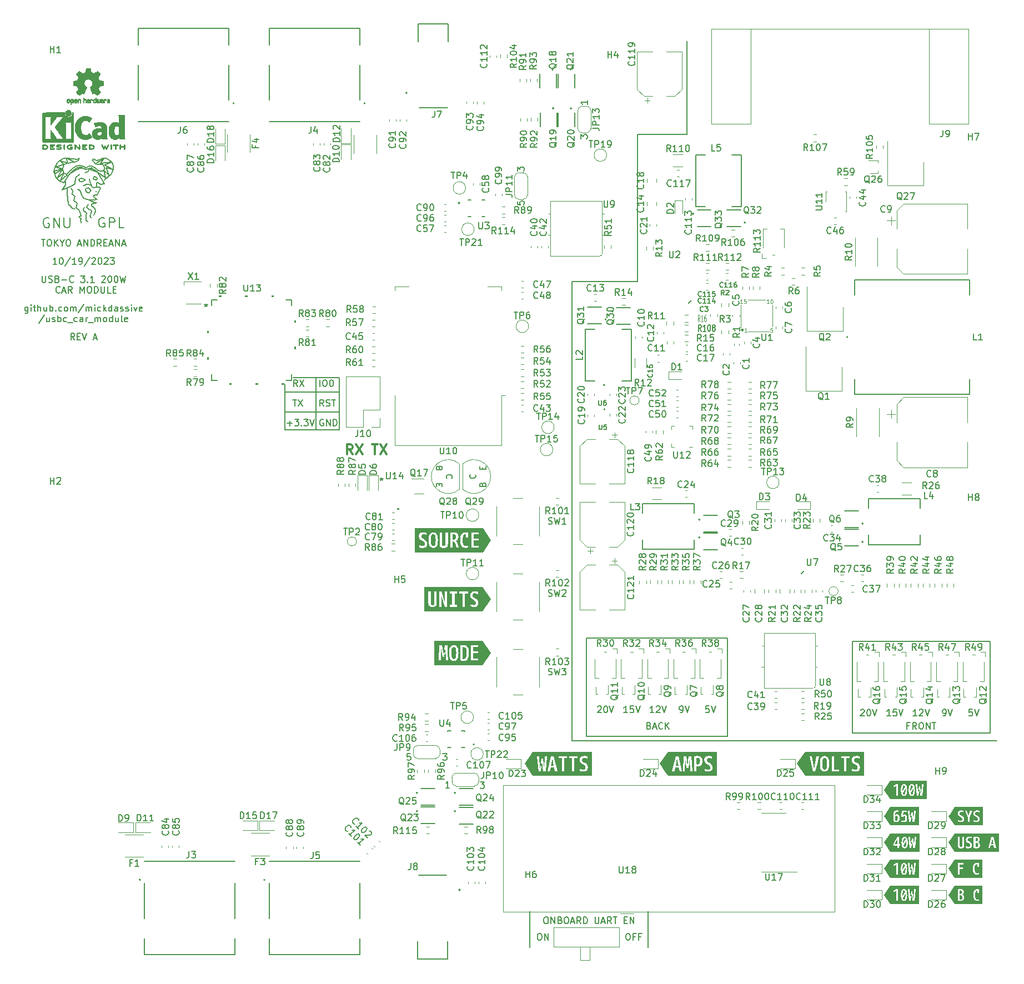
<source format=gbr>
%TF.GenerationSoftware,KiCad,Pcbnew,7.0.10*%
%TF.CreationDate,2024-03-01T17:46:53-05:00*%
%TF.ProjectId,usbc-car-module,75736263-2d63-4617-922d-6d6f64756c65,rev?*%
%TF.SameCoordinates,Original*%
%TF.FileFunction,Legend,Top*%
%TF.FilePolarity,Positive*%
%FSLAX46Y46*%
G04 Gerber Fmt 4.6, Leading zero omitted, Abs format (unit mm)*
G04 Created by KiCad (PCBNEW 7.0.10) date 2024-03-01 17:46:53*
%MOMM*%
%LPD*%
G01*
G04 APERTURE LIST*
%ADD10C,0.150000*%
%ADD11C,0.300000*%
%ADD12C,0.120000*%
%ADD13C,0.125000*%
%ADD14C,0.127000*%
%ADD15C,0.200000*%
%ADD16C,0.010000*%
%ADD17C,0.152400*%
G04 APERTURE END LIST*
D10*
X132500000Y-122232496D02*
X132500000Y-137232496D01*
X73250000Y-90500000D02*
X73250000Y-82500000D01*
X118800000Y-45400000D02*
X126300000Y-45400000D01*
X65000000Y-90500000D02*
X73250000Y-90500000D01*
X118800000Y-67900000D02*
X118800000Y-45400000D01*
X111000000Y-122232496D02*
X132500000Y-122232496D01*
X73250000Y-82500000D02*
X66250000Y-82500000D01*
X73250000Y-84750000D02*
X65000000Y-84750000D01*
X73250000Y-87750000D02*
X65000000Y-87750000D01*
X151500000Y-136732496D02*
X151500000Y-122732496D01*
X126300000Y-45400000D02*
X126300000Y-31200000D01*
X132500000Y-137232496D02*
X111000000Y-137232496D01*
X173500000Y-137900000D02*
X108800000Y-137900000D01*
X172500000Y-122732496D02*
X172500000Y-136732496D01*
X108800000Y-67900000D02*
X118800000Y-67900000D01*
X111000000Y-137232496D02*
X111000000Y-122232496D01*
X120400000Y-163900000D02*
X120400000Y-169400000D01*
X102300000Y-163900000D02*
X102300000Y-169400000D01*
X151500000Y-122732496D02*
X172500000Y-122732496D01*
X108800000Y-137900000D02*
X108800000Y-67900000D01*
X69750000Y-90500000D02*
X69750000Y-82500000D01*
X172500000Y-136732496D02*
X151500000Y-136732496D01*
X65000000Y-83500000D02*
X65000000Y-90500000D01*
X121242133Y-133602315D02*
X120670705Y-133602315D01*
X120956419Y-133602315D02*
X120956419Y-132602315D01*
X120956419Y-132602315D02*
X120861181Y-132745172D01*
X120861181Y-132745172D02*
X120765943Y-132840410D01*
X120765943Y-132840410D02*
X120670705Y-132888029D01*
X121623086Y-132697553D02*
X121670705Y-132649934D01*
X121670705Y-132649934D02*
X121765943Y-132602315D01*
X121765943Y-132602315D02*
X122004038Y-132602315D01*
X122004038Y-132602315D02*
X122099276Y-132649934D01*
X122099276Y-132649934D02*
X122146895Y-132697553D01*
X122146895Y-132697553D02*
X122194514Y-132792791D01*
X122194514Y-132792791D02*
X122194514Y-132888029D01*
X122194514Y-132888029D02*
X122146895Y-133030886D01*
X122146895Y-133030886D02*
X121575467Y-133602315D01*
X121575467Y-133602315D02*
X122194514Y-133602315D01*
X122480229Y-132602315D02*
X122813562Y-133602315D01*
X122813562Y-133602315D02*
X123146895Y-132602315D01*
X120504038Y-135578505D02*
X120646895Y-135626124D01*
X120646895Y-135626124D02*
X120694514Y-135673743D01*
X120694514Y-135673743D02*
X120742133Y-135768981D01*
X120742133Y-135768981D02*
X120742133Y-135911838D01*
X120742133Y-135911838D02*
X120694514Y-136007076D01*
X120694514Y-136007076D02*
X120646895Y-136054696D01*
X120646895Y-136054696D02*
X120551657Y-136102315D01*
X120551657Y-136102315D02*
X120170705Y-136102315D01*
X120170705Y-136102315D02*
X120170705Y-135102315D01*
X120170705Y-135102315D02*
X120504038Y-135102315D01*
X120504038Y-135102315D02*
X120599276Y-135149934D01*
X120599276Y-135149934D02*
X120646895Y-135197553D01*
X120646895Y-135197553D02*
X120694514Y-135292791D01*
X120694514Y-135292791D02*
X120694514Y-135388029D01*
X120694514Y-135388029D02*
X120646895Y-135483267D01*
X120646895Y-135483267D02*
X120599276Y-135530886D01*
X120599276Y-135530886D02*
X120504038Y-135578505D01*
X120504038Y-135578505D02*
X120170705Y-135578505D01*
X121123086Y-135816600D02*
X121599276Y-135816600D01*
X121027848Y-136102315D02*
X121361181Y-135102315D01*
X121361181Y-135102315D02*
X121694514Y-136102315D01*
X122599276Y-136007076D02*
X122551657Y-136054696D01*
X122551657Y-136054696D02*
X122408800Y-136102315D01*
X122408800Y-136102315D02*
X122313562Y-136102315D01*
X122313562Y-136102315D02*
X122170705Y-136054696D01*
X122170705Y-136054696D02*
X122075467Y-135959457D01*
X122075467Y-135959457D02*
X122027848Y-135864219D01*
X122027848Y-135864219D02*
X121980229Y-135673743D01*
X121980229Y-135673743D02*
X121980229Y-135530886D01*
X121980229Y-135530886D02*
X122027848Y-135340410D01*
X122027848Y-135340410D02*
X122075467Y-135245172D01*
X122075467Y-135245172D02*
X122170705Y-135149934D01*
X122170705Y-135149934D02*
X122313562Y-135102315D01*
X122313562Y-135102315D02*
X122408800Y-135102315D01*
X122408800Y-135102315D02*
X122551657Y-135149934D01*
X122551657Y-135149934D02*
X122599276Y-135197553D01*
X123027848Y-136102315D02*
X123027848Y-135102315D01*
X123599276Y-136102315D02*
X123170705Y-135530886D01*
X123599276Y-135102315D02*
X123027848Y-135673743D01*
X70336779Y-83869819D02*
X70336779Y-82869819D01*
X71003445Y-82869819D02*
X71193921Y-82869819D01*
X71193921Y-82869819D02*
X71289159Y-82917438D01*
X71289159Y-82917438D02*
X71384397Y-83012676D01*
X71384397Y-83012676D02*
X71432016Y-83203152D01*
X71432016Y-83203152D02*
X71432016Y-83536485D01*
X71432016Y-83536485D02*
X71384397Y-83726961D01*
X71384397Y-83726961D02*
X71289159Y-83822200D01*
X71289159Y-83822200D02*
X71193921Y-83869819D01*
X71193921Y-83869819D02*
X71003445Y-83869819D01*
X71003445Y-83869819D02*
X70908207Y-83822200D01*
X70908207Y-83822200D02*
X70812969Y-83726961D01*
X70812969Y-83726961D02*
X70765350Y-83536485D01*
X70765350Y-83536485D02*
X70765350Y-83203152D01*
X70765350Y-83203152D02*
X70812969Y-83012676D01*
X70812969Y-83012676D02*
X70908207Y-82917438D01*
X70908207Y-82917438D02*
X71003445Y-82869819D01*
X72051064Y-82869819D02*
X72146302Y-82869819D01*
X72146302Y-82869819D02*
X72241540Y-82917438D01*
X72241540Y-82917438D02*
X72289159Y-82965057D01*
X72289159Y-82965057D02*
X72336778Y-83060295D01*
X72336778Y-83060295D02*
X72384397Y-83250771D01*
X72384397Y-83250771D02*
X72384397Y-83488866D01*
X72384397Y-83488866D02*
X72336778Y-83679342D01*
X72336778Y-83679342D02*
X72289159Y-83774580D01*
X72289159Y-83774580D02*
X72241540Y-83822200D01*
X72241540Y-83822200D02*
X72146302Y-83869819D01*
X72146302Y-83869819D02*
X72051064Y-83869819D01*
X72051064Y-83869819D02*
X71955826Y-83822200D01*
X71955826Y-83822200D02*
X71908207Y-83774580D01*
X71908207Y-83774580D02*
X71860588Y-83679342D01*
X71860588Y-83679342D02*
X71812969Y-83488866D01*
X71812969Y-83488866D02*
X71812969Y-83250771D01*
X71812969Y-83250771D02*
X71860588Y-83060295D01*
X71860588Y-83060295D02*
X71908207Y-82965057D01*
X71908207Y-82965057D02*
X71955826Y-82917438D01*
X71955826Y-82917438D02*
X72051064Y-82869819D01*
X112670705Y-132697553D02*
X112718324Y-132649934D01*
X112718324Y-132649934D02*
X112813562Y-132602315D01*
X112813562Y-132602315D02*
X113051657Y-132602315D01*
X113051657Y-132602315D02*
X113146895Y-132649934D01*
X113146895Y-132649934D02*
X113194514Y-132697553D01*
X113194514Y-132697553D02*
X113242133Y-132792791D01*
X113242133Y-132792791D02*
X113242133Y-132888029D01*
X113242133Y-132888029D02*
X113194514Y-133030886D01*
X113194514Y-133030886D02*
X112623086Y-133602315D01*
X112623086Y-133602315D02*
X113242133Y-133602315D01*
X113861181Y-132602315D02*
X113956419Y-132602315D01*
X113956419Y-132602315D02*
X114051657Y-132649934D01*
X114051657Y-132649934D02*
X114099276Y-132697553D01*
X114099276Y-132697553D02*
X114146895Y-132792791D01*
X114146895Y-132792791D02*
X114194514Y-132983267D01*
X114194514Y-132983267D02*
X114194514Y-133221362D01*
X114194514Y-133221362D02*
X114146895Y-133411838D01*
X114146895Y-133411838D02*
X114099276Y-133507076D01*
X114099276Y-133507076D02*
X114051657Y-133554696D01*
X114051657Y-133554696D02*
X113956419Y-133602315D01*
X113956419Y-133602315D02*
X113861181Y-133602315D01*
X113861181Y-133602315D02*
X113765943Y-133554696D01*
X113765943Y-133554696D02*
X113718324Y-133507076D01*
X113718324Y-133507076D02*
X113670705Y-133411838D01*
X113670705Y-133411838D02*
X113623086Y-133221362D01*
X113623086Y-133221362D02*
X113623086Y-132983267D01*
X113623086Y-132983267D02*
X113670705Y-132792791D01*
X113670705Y-132792791D02*
X113718324Y-132697553D01*
X113718324Y-132697553D02*
X113765943Y-132649934D01*
X113765943Y-132649934D02*
X113861181Y-132602315D01*
X114480229Y-132602315D02*
X114813562Y-133602315D01*
X114813562Y-133602315D02*
X115146895Y-132602315D01*
X165360588Y-134102315D02*
X165551064Y-134102315D01*
X165551064Y-134102315D02*
X165646302Y-134054696D01*
X165646302Y-134054696D02*
X165693921Y-134007076D01*
X165693921Y-134007076D02*
X165789159Y-133864219D01*
X165789159Y-133864219D02*
X165836778Y-133673743D01*
X165836778Y-133673743D02*
X165836778Y-133292791D01*
X165836778Y-133292791D02*
X165789159Y-133197553D01*
X165789159Y-133197553D02*
X165741540Y-133149934D01*
X165741540Y-133149934D02*
X165646302Y-133102315D01*
X165646302Y-133102315D02*
X165455826Y-133102315D01*
X165455826Y-133102315D02*
X165360588Y-133149934D01*
X165360588Y-133149934D02*
X165312969Y-133197553D01*
X165312969Y-133197553D02*
X165265350Y-133292791D01*
X165265350Y-133292791D02*
X165265350Y-133530886D01*
X165265350Y-133530886D02*
X165312969Y-133626124D01*
X165312969Y-133626124D02*
X165360588Y-133673743D01*
X165360588Y-133673743D02*
X165455826Y-133721362D01*
X165455826Y-133721362D02*
X165646302Y-133721362D01*
X165646302Y-133721362D02*
X165741540Y-133673743D01*
X165741540Y-133673743D02*
X165789159Y-133626124D01*
X165789159Y-133626124D02*
X165836778Y-133530886D01*
X166122493Y-133102315D02*
X166455826Y-134102315D01*
X166455826Y-134102315D02*
X166789159Y-133102315D01*
X27888229Y-61469819D02*
X28459657Y-61469819D01*
X28173943Y-62469819D02*
X28173943Y-61469819D01*
X28983467Y-61469819D02*
X29173943Y-61469819D01*
X29173943Y-61469819D02*
X29269181Y-61517438D01*
X29269181Y-61517438D02*
X29364419Y-61612676D01*
X29364419Y-61612676D02*
X29412038Y-61803152D01*
X29412038Y-61803152D02*
X29412038Y-62136485D01*
X29412038Y-62136485D02*
X29364419Y-62326961D01*
X29364419Y-62326961D02*
X29269181Y-62422200D01*
X29269181Y-62422200D02*
X29173943Y-62469819D01*
X29173943Y-62469819D02*
X28983467Y-62469819D01*
X28983467Y-62469819D02*
X28888229Y-62422200D01*
X28888229Y-62422200D02*
X28792991Y-62326961D01*
X28792991Y-62326961D02*
X28745372Y-62136485D01*
X28745372Y-62136485D02*
X28745372Y-61803152D01*
X28745372Y-61803152D02*
X28792991Y-61612676D01*
X28792991Y-61612676D02*
X28888229Y-61517438D01*
X28888229Y-61517438D02*
X28983467Y-61469819D01*
X29840610Y-62469819D02*
X29840610Y-61469819D01*
X30412038Y-62469819D02*
X29983467Y-61898390D01*
X30412038Y-61469819D02*
X29840610Y-62041247D01*
X31031086Y-61993628D02*
X31031086Y-62469819D01*
X30697753Y-61469819D02*
X31031086Y-61993628D01*
X31031086Y-61993628D02*
X31364419Y-61469819D01*
X31888229Y-61469819D02*
X32078705Y-61469819D01*
X32078705Y-61469819D02*
X32173943Y-61517438D01*
X32173943Y-61517438D02*
X32269181Y-61612676D01*
X32269181Y-61612676D02*
X32316800Y-61803152D01*
X32316800Y-61803152D02*
X32316800Y-62136485D01*
X32316800Y-62136485D02*
X32269181Y-62326961D01*
X32269181Y-62326961D02*
X32173943Y-62422200D01*
X32173943Y-62422200D02*
X32078705Y-62469819D01*
X32078705Y-62469819D02*
X31888229Y-62469819D01*
X31888229Y-62469819D02*
X31792991Y-62422200D01*
X31792991Y-62422200D02*
X31697753Y-62326961D01*
X31697753Y-62326961D02*
X31650134Y-62136485D01*
X31650134Y-62136485D02*
X31650134Y-61803152D01*
X31650134Y-61803152D02*
X31697753Y-61612676D01*
X31697753Y-61612676D02*
X31792991Y-61517438D01*
X31792991Y-61517438D02*
X31888229Y-61469819D01*
X33459658Y-62184104D02*
X33935848Y-62184104D01*
X33364420Y-62469819D02*
X33697753Y-61469819D01*
X33697753Y-61469819D02*
X34031086Y-62469819D01*
X34364420Y-62469819D02*
X34364420Y-61469819D01*
X34364420Y-61469819D02*
X34935848Y-62469819D01*
X34935848Y-62469819D02*
X34935848Y-61469819D01*
X35412039Y-62469819D02*
X35412039Y-61469819D01*
X35412039Y-61469819D02*
X35650134Y-61469819D01*
X35650134Y-61469819D02*
X35792991Y-61517438D01*
X35792991Y-61517438D02*
X35888229Y-61612676D01*
X35888229Y-61612676D02*
X35935848Y-61707914D01*
X35935848Y-61707914D02*
X35983467Y-61898390D01*
X35983467Y-61898390D02*
X35983467Y-62041247D01*
X35983467Y-62041247D02*
X35935848Y-62231723D01*
X35935848Y-62231723D02*
X35888229Y-62326961D01*
X35888229Y-62326961D02*
X35792991Y-62422200D01*
X35792991Y-62422200D02*
X35650134Y-62469819D01*
X35650134Y-62469819D02*
X35412039Y-62469819D01*
X36983467Y-62469819D02*
X36650134Y-61993628D01*
X36412039Y-62469819D02*
X36412039Y-61469819D01*
X36412039Y-61469819D02*
X36792991Y-61469819D01*
X36792991Y-61469819D02*
X36888229Y-61517438D01*
X36888229Y-61517438D02*
X36935848Y-61565057D01*
X36935848Y-61565057D02*
X36983467Y-61660295D01*
X36983467Y-61660295D02*
X36983467Y-61803152D01*
X36983467Y-61803152D02*
X36935848Y-61898390D01*
X36935848Y-61898390D02*
X36888229Y-61946009D01*
X36888229Y-61946009D02*
X36792991Y-61993628D01*
X36792991Y-61993628D02*
X36412039Y-61993628D01*
X37412039Y-61946009D02*
X37745372Y-61946009D01*
X37888229Y-62469819D02*
X37412039Y-62469819D01*
X37412039Y-62469819D02*
X37412039Y-61469819D01*
X37412039Y-61469819D02*
X37888229Y-61469819D01*
X38269182Y-62184104D02*
X38745372Y-62184104D01*
X38173944Y-62469819D02*
X38507277Y-61469819D01*
X38507277Y-61469819D02*
X38840610Y-62469819D01*
X39173944Y-62469819D02*
X39173944Y-61469819D01*
X39173944Y-61469819D02*
X39745372Y-62469819D01*
X39745372Y-62469819D02*
X39745372Y-61469819D01*
X40173944Y-62184104D02*
X40650134Y-62184104D01*
X40078706Y-62469819D02*
X40412039Y-61469819D01*
X40412039Y-61469819D02*
X40745372Y-62469819D01*
X66193922Y-85869819D02*
X66765350Y-85869819D01*
X66479636Y-86869819D02*
X66479636Y-85869819D01*
X67003446Y-85869819D02*
X67670112Y-86869819D01*
X67670112Y-85869819D02*
X67003446Y-86869819D01*
X30221562Y-65234819D02*
X29650134Y-65234819D01*
X29935848Y-65234819D02*
X29935848Y-64234819D01*
X29935848Y-64234819D02*
X29840610Y-64377676D01*
X29840610Y-64377676D02*
X29745372Y-64472914D01*
X29745372Y-64472914D02*
X29650134Y-64520533D01*
X30840610Y-64234819D02*
X30935848Y-64234819D01*
X30935848Y-64234819D02*
X31031086Y-64282438D01*
X31031086Y-64282438D02*
X31078705Y-64330057D01*
X31078705Y-64330057D02*
X31126324Y-64425295D01*
X31126324Y-64425295D02*
X31173943Y-64615771D01*
X31173943Y-64615771D02*
X31173943Y-64853866D01*
X31173943Y-64853866D02*
X31126324Y-65044342D01*
X31126324Y-65044342D02*
X31078705Y-65139580D01*
X31078705Y-65139580D02*
X31031086Y-65187200D01*
X31031086Y-65187200D02*
X30935848Y-65234819D01*
X30935848Y-65234819D02*
X30840610Y-65234819D01*
X30840610Y-65234819D02*
X30745372Y-65187200D01*
X30745372Y-65187200D02*
X30697753Y-65139580D01*
X30697753Y-65139580D02*
X30650134Y-65044342D01*
X30650134Y-65044342D02*
X30602515Y-64853866D01*
X30602515Y-64853866D02*
X30602515Y-64615771D01*
X30602515Y-64615771D02*
X30650134Y-64425295D01*
X30650134Y-64425295D02*
X30697753Y-64330057D01*
X30697753Y-64330057D02*
X30745372Y-64282438D01*
X30745372Y-64282438D02*
X30840610Y-64234819D01*
X32316800Y-64187200D02*
X31459658Y-65472914D01*
X33173943Y-65234819D02*
X32602515Y-65234819D01*
X32888229Y-65234819D02*
X32888229Y-64234819D01*
X32888229Y-64234819D02*
X32792991Y-64377676D01*
X32792991Y-64377676D02*
X32697753Y-64472914D01*
X32697753Y-64472914D02*
X32602515Y-64520533D01*
X33650134Y-65234819D02*
X33840610Y-65234819D01*
X33840610Y-65234819D02*
X33935848Y-65187200D01*
X33935848Y-65187200D02*
X33983467Y-65139580D01*
X33983467Y-65139580D02*
X34078705Y-64996723D01*
X34078705Y-64996723D02*
X34126324Y-64806247D01*
X34126324Y-64806247D02*
X34126324Y-64425295D01*
X34126324Y-64425295D02*
X34078705Y-64330057D01*
X34078705Y-64330057D02*
X34031086Y-64282438D01*
X34031086Y-64282438D02*
X33935848Y-64234819D01*
X33935848Y-64234819D02*
X33745372Y-64234819D01*
X33745372Y-64234819D02*
X33650134Y-64282438D01*
X33650134Y-64282438D02*
X33602515Y-64330057D01*
X33602515Y-64330057D02*
X33554896Y-64425295D01*
X33554896Y-64425295D02*
X33554896Y-64663390D01*
X33554896Y-64663390D02*
X33602515Y-64758628D01*
X33602515Y-64758628D02*
X33650134Y-64806247D01*
X33650134Y-64806247D02*
X33745372Y-64853866D01*
X33745372Y-64853866D02*
X33935848Y-64853866D01*
X33935848Y-64853866D02*
X34031086Y-64806247D01*
X34031086Y-64806247D02*
X34078705Y-64758628D01*
X34078705Y-64758628D02*
X34126324Y-64663390D01*
X35269181Y-64187200D02*
X34412039Y-65472914D01*
X35554896Y-64330057D02*
X35602515Y-64282438D01*
X35602515Y-64282438D02*
X35697753Y-64234819D01*
X35697753Y-64234819D02*
X35935848Y-64234819D01*
X35935848Y-64234819D02*
X36031086Y-64282438D01*
X36031086Y-64282438D02*
X36078705Y-64330057D01*
X36078705Y-64330057D02*
X36126324Y-64425295D01*
X36126324Y-64425295D02*
X36126324Y-64520533D01*
X36126324Y-64520533D02*
X36078705Y-64663390D01*
X36078705Y-64663390D02*
X35507277Y-65234819D01*
X35507277Y-65234819D02*
X36126324Y-65234819D01*
X36745372Y-64234819D02*
X36840610Y-64234819D01*
X36840610Y-64234819D02*
X36935848Y-64282438D01*
X36935848Y-64282438D02*
X36983467Y-64330057D01*
X36983467Y-64330057D02*
X37031086Y-64425295D01*
X37031086Y-64425295D02*
X37078705Y-64615771D01*
X37078705Y-64615771D02*
X37078705Y-64853866D01*
X37078705Y-64853866D02*
X37031086Y-65044342D01*
X37031086Y-65044342D02*
X36983467Y-65139580D01*
X36983467Y-65139580D02*
X36935848Y-65187200D01*
X36935848Y-65187200D02*
X36840610Y-65234819D01*
X36840610Y-65234819D02*
X36745372Y-65234819D01*
X36745372Y-65234819D02*
X36650134Y-65187200D01*
X36650134Y-65187200D02*
X36602515Y-65139580D01*
X36602515Y-65139580D02*
X36554896Y-65044342D01*
X36554896Y-65044342D02*
X36507277Y-64853866D01*
X36507277Y-64853866D02*
X36507277Y-64615771D01*
X36507277Y-64615771D02*
X36554896Y-64425295D01*
X36554896Y-64425295D02*
X36602515Y-64330057D01*
X36602515Y-64330057D02*
X36650134Y-64282438D01*
X36650134Y-64282438D02*
X36745372Y-64234819D01*
X37459658Y-64330057D02*
X37507277Y-64282438D01*
X37507277Y-64282438D02*
X37602515Y-64234819D01*
X37602515Y-64234819D02*
X37840610Y-64234819D01*
X37840610Y-64234819D02*
X37935848Y-64282438D01*
X37935848Y-64282438D02*
X37983467Y-64330057D01*
X37983467Y-64330057D02*
X38031086Y-64425295D01*
X38031086Y-64425295D02*
X38031086Y-64520533D01*
X38031086Y-64520533D02*
X37983467Y-64663390D01*
X37983467Y-64663390D02*
X37412039Y-65234819D01*
X37412039Y-65234819D02*
X38031086Y-65234819D01*
X38364420Y-64234819D02*
X38983467Y-64234819D01*
X38983467Y-64234819D02*
X38650134Y-64615771D01*
X38650134Y-64615771D02*
X38792991Y-64615771D01*
X38792991Y-64615771D02*
X38888229Y-64663390D01*
X38888229Y-64663390D02*
X38935848Y-64711009D01*
X38935848Y-64711009D02*
X38983467Y-64806247D01*
X38983467Y-64806247D02*
X38983467Y-65044342D01*
X38983467Y-65044342D02*
X38935848Y-65139580D01*
X38935848Y-65139580D02*
X38888229Y-65187200D01*
X38888229Y-65187200D02*
X38792991Y-65234819D01*
X38792991Y-65234819D02*
X38507277Y-65234819D01*
X38507277Y-65234819D02*
X38412039Y-65187200D01*
X38412039Y-65187200D02*
X38364420Y-65139580D01*
X103727255Y-167269819D02*
X103917731Y-167269819D01*
X103917731Y-167269819D02*
X104012969Y-167317438D01*
X104012969Y-167317438D02*
X104108207Y-167412676D01*
X104108207Y-167412676D02*
X104155826Y-167603152D01*
X104155826Y-167603152D02*
X104155826Y-167936485D01*
X104155826Y-167936485D02*
X104108207Y-168126961D01*
X104108207Y-168126961D02*
X104012969Y-168222200D01*
X104012969Y-168222200D02*
X103917731Y-168269819D01*
X103917731Y-168269819D02*
X103727255Y-168269819D01*
X103727255Y-168269819D02*
X103632017Y-168222200D01*
X103632017Y-168222200D02*
X103536779Y-168126961D01*
X103536779Y-168126961D02*
X103489160Y-167936485D01*
X103489160Y-167936485D02*
X103489160Y-167603152D01*
X103489160Y-167603152D02*
X103536779Y-167412676D01*
X103536779Y-167412676D02*
X103632017Y-167317438D01*
X103632017Y-167317438D02*
X103727255Y-167269819D01*
X104584398Y-168269819D02*
X104584398Y-167269819D01*
X104584398Y-167269819D02*
X105155826Y-168269819D01*
X105155826Y-168269819D02*
X105155826Y-167269819D01*
X27972284Y-67009819D02*
X27972284Y-67819342D01*
X27972284Y-67819342D02*
X28019903Y-67914580D01*
X28019903Y-67914580D02*
X28067522Y-67962200D01*
X28067522Y-67962200D02*
X28162760Y-68009819D01*
X28162760Y-68009819D02*
X28353236Y-68009819D01*
X28353236Y-68009819D02*
X28448474Y-67962200D01*
X28448474Y-67962200D02*
X28496093Y-67914580D01*
X28496093Y-67914580D02*
X28543712Y-67819342D01*
X28543712Y-67819342D02*
X28543712Y-67009819D01*
X28972284Y-67962200D02*
X29115141Y-68009819D01*
X29115141Y-68009819D02*
X29353236Y-68009819D01*
X29353236Y-68009819D02*
X29448474Y-67962200D01*
X29448474Y-67962200D02*
X29496093Y-67914580D01*
X29496093Y-67914580D02*
X29543712Y-67819342D01*
X29543712Y-67819342D02*
X29543712Y-67724104D01*
X29543712Y-67724104D02*
X29496093Y-67628866D01*
X29496093Y-67628866D02*
X29448474Y-67581247D01*
X29448474Y-67581247D02*
X29353236Y-67533628D01*
X29353236Y-67533628D02*
X29162760Y-67486009D01*
X29162760Y-67486009D02*
X29067522Y-67438390D01*
X29067522Y-67438390D02*
X29019903Y-67390771D01*
X29019903Y-67390771D02*
X28972284Y-67295533D01*
X28972284Y-67295533D02*
X28972284Y-67200295D01*
X28972284Y-67200295D02*
X29019903Y-67105057D01*
X29019903Y-67105057D02*
X29067522Y-67057438D01*
X29067522Y-67057438D02*
X29162760Y-67009819D01*
X29162760Y-67009819D02*
X29400855Y-67009819D01*
X29400855Y-67009819D02*
X29543712Y-67057438D01*
X30305617Y-67486009D02*
X30448474Y-67533628D01*
X30448474Y-67533628D02*
X30496093Y-67581247D01*
X30496093Y-67581247D02*
X30543712Y-67676485D01*
X30543712Y-67676485D02*
X30543712Y-67819342D01*
X30543712Y-67819342D02*
X30496093Y-67914580D01*
X30496093Y-67914580D02*
X30448474Y-67962200D01*
X30448474Y-67962200D02*
X30353236Y-68009819D01*
X30353236Y-68009819D02*
X29972284Y-68009819D01*
X29972284Y-68009819D02*
X29972284Y-67009819D01*
X29972284Y-67009819D02*
X30305617Y-67009819D01*
X30305617Y-67009819D02*
X30400855Y-67057438D01*
X30400855Y-67057438D02*
X30448474Y-67105057D01*
X30448474Y-67105057D02*
X30496093Y-67200295D01*
X30496093Y-67200295D02*
X30496093Y-67295533D01*
X30496093Y-67295533D02*
X30448474Y-67390771D01*
X30448474Y-67390771D02*
X30400855Y-67438390D01*
X30400855Y-67438390D02*
X30305617Y-67486009D01*
X30305617Y-67486009D02*
X29972284Y-67486009D01*
X30972284Y-67628866D02*
X31734189Y-67628866D01*
X32781807Y-67914580D02*
X32734188Y-67962200D01*
X32734188Y-67962200D02*
X32591331Y-68009819D01*
X32591331Y-68009819D02*
X32496093Y-68009819D01*
X32496093Y-68009819D02*
X32353236Y-67962200D01*
X32353236Y-67962200D02*
X32257998Y-67866961D01*
X32257998Y-67866961D02*
X32210379Y-67771723D01*
X32210379Y-67771723D02*
X32162760Y-67581247D01*
X32162760Y-67581247D02*
X32162760Y-67438390D01*
X32162760Y-67438390D02*
X32210379Y-67247914D01*
X32210379Y-67247914D02*
X32257998Y-67152676D01*
X32257998Y-67152676D02*
X32353236Y-67057438D01*
X32353236Y-67057438D02*
X32496093Y-67009819D01*
X32496093Y-67009819D02*
X32591331Y-67009819D01*
X32591331Y-67009819D02*
X32734188Y-67057438D01*
X32734188Y-67057438D02*
X32781807Y-67105057D01*
X33877046Y-67009819D02*
X34496093Y-67009819D01*
X34496093Y-67009819D02*
X34162760Y-67390771D01*
X34162760Y-67390771D02*
X34305617Y-67390771D01*
X34305617Y-67390771D02*
X34400855Y-67438390D01*
X34400855Y-67438390D02*
X34448474Y-67486009D01*
X34448474Y-67486009D02*
X34496093Y-67581247D01*
X34496093Y-67581247D02*
X34496093Y-67819342D01*
X34496093Y-67819342D02*
X34448474Y-67914580D01*
X34448474Y-67914580D02*
X34400855Y-67962200D01*
X34400855Y-67962200D02*
X34305617Y-68009819D01*
X34305617Y-68009819D02*
X34019903Y-68009819D01*
X34019903Y-68009819D02*
X33924665Y-67962200D01*
X33924665Y-67962200D02*
X33877046Y-67914580D01*
X34924665Y-67914580D02*
X34972284Y-67962200D01*
X34972284Y-67962200D02*
X34924665Y-68009819D01*
X34924665Y-68009819D02*
X34877046Y-67962200D01*
X34877046Y-67962200D02*
X34924665Y-67914580D01*
X34924665Y-67914580D02*
X34924665Y-68009819D01*
X35924664Y-68009819D02*
X35353236Y-68009819D01*
X35638950Y-68009819D02*
X35638950Y-67009819D01*
X35638950Y-67009819D02*
X35543712Y-67152676D01*
X35543712Y-67152676D02*
X35448474Y-67247914D01*
X35448474Y-67247914D02*
X35353236Y-67295533D01*
X37067522Y-67105057D02*
X37115141Y-67057438D01*
X37115141Y-67057438D02*
X37210379Y-67009819D01*
X37210379Y-67009819D02*
X37448474Y-67009819D01*
X37448474Y-67009819D02*
X37543712Y-67057438D01*
X37543712Y-67057438D02*
X37591331Y-67105057D01*
X37591331Y-67105057D02*
X37638950Y-67200295D01*
X37638950Y-67200295D02*
X37638950Y-67295533D01*
X37638950Y-67295533D02*
X37591331Y-67438390D01*
X37591331Y-67438390D02*
X37019903Y-68009819D01*
X37019903Y-68009819D02*
X37638950Y-68009819D01*
X38257998Y-67009819D02*
X38353236Y-67009819D01*
X38353236Y-67009819D02*
X38448474Y-67057438D01*
X38448474Y-67057438D02*
X38496093Y-67105057D01*
X38496093Y-67105057D02*
X38543712Y-67200295D01*
X38543712Y-67200295D02*
X38591331Y-67390771D01*
X38591331Y-67390771D02*
X38591331Y-67628866D01*
X38591331Y-67628866D02*
X38543712Y-67819342D01*
X38543712Y-67819342D02*
X38496093Y-67914580D01*
X38496093Y-67914580D02*
X38448474Y-67962200D01*
X38448474Y-67962200D02*
X38353236Y-68009819D01*
X38353236Y-68009819D02*
X38257998Y-68009819D01*
X38257998Y-68009819D02*
X38162760Y-67962200D01*
X38162760Y-67962200D02*
X38115141Y-67914580D01*
X38115141Y-67914580D02*
X38067522Y-67819342D01*
X38067522Y-67819342D02*
X38019903Y-67628866D01*
X38019903Y-67628866D02*
X38019903Y-67390771D01*
X38019903Y-67390771D02*
X38067522Y-67200295D01*
X38067522Y-67200295D02*
X38115141Y-67105057D01*
X38115141Y-67105057D02*
X38162760Y-67057438D01*
X38162760Y-67057438D02*
X38257998Y-67009819D01*
X39210379Y-67009819D02*
X39305617Y-67009819D01*
X39305617Y-67009819D02*
X39400855Y-67057438D01*
X39400855Y-67057438D02*
X39448474Y-67105057D01*
X39448474Y-67105057D02*
X39496093Y-67200295D01*
X39496093Y-67200295D02*
X39543712Y-67390771D01*
X39543712Y-67390771D02*
X39543712Y-67628866D01*
X39543712Y-67628866D02*
X39496093Y-67819342D01*
X39496093Y-67819342D02*
X39448474Y-67914580D01*
X39448474Y-67914580D02*
X39400855Y-67962200D01*
X39400855Y-67962200D02*
X39305617Y-68009819D01*
X39305617Y-68009819D02*
X39210379Y-68009819D01*
X39210379Y-68009819D02*
X39115141Y-67962200D01*
X39115141Y-67962200D02*
X39067522Y-67914580D01*
X39067522Y-67914580D02*
X39019903Y-67819342D01*
X39019903Y-67819342D02*
X38972284Y-67628866D01*
X38972284Y-67628866D02*
X38972284Y-67390771D01*
X38972284Y-67390771D02*
X39019903Y-67200295D01*
X39019903Y-67200295D02*
X39067522Y-67105057D01*
X39067522Y-67105057D02*
X39115141Y-67057438D01*
X39115141Y-67057438D02*
X39210379Y-67009819D01*
X39877046Y-67009819D02*
X40115141Y-68009819D01*
X40115141Y-68009819D02*
X40305617Y-67295533D01*
X40305617Y-67295533D02*
X40496093Y-68009819D01*
X40496093Y-68009819D02*
X40734189Y-67009819D01*
X30710378Y-69524580D02*
X30662759Y-69572200D01*
X30662759Y-69572200D02*
X30519902Y-69619819D01*
X30519902Y-69619819D02*
X30424664Y-69619819D01*
X30424664Y-69619819D02*
X30281807Y-69572200D01*
X30281807Y-69572200D02*
X30186569Y-69476961D01*
X30186569Y-69476961D02*
X30138950Y-69381723D01*
X30138950Y-69381723D02*
X30091331Y-69191247D01*
X30091331Y-69191247D02*
X30091331Y-69048390D01*
X30091331Y-69048390D02*
X30138950Y-68857914D01*
X30138950Y-68857914D02*
X30186569Y-68762676D01*
X30186569Y-68762676D02*
X30281807Y-68667438D01*
X30281807Y-68667438D02*
X30424664Y-68619819D01*
X30424664Y-68619819D02*
X30519902Y-68619819D01*
X30519902Y-68619819D02*
X30662759Y-68667438D01*
X30662759Y-68667438D02*
X30710378Y-68715057D01*
X31091331Y-69334104D02*
X31567521Y-69334104D01*
X30996093Y-69619819D02*
X31329426Y-68619819D01*
X31329426Y-68619819D02*
X31662759Y-69619819D01*
X32567521Y-69619819D02*
X32234188Y-69143628D01*
X31996093Y-69619819D02*
X31996093Y-68619819D01*
X31996093Y-68619819D02*
X32377045Y-68619819D01*
X32377045Y-68619819D02*
X32472283Y-68667438D01*
X32472283Y-68667438D02*
X32519902Y-68715057D01*
X32519902Y-68715057D02*
X32567521Y-68810295D01*
X32567521Y-68810295D02*
X32567521Y-68953152D01*
X32567521Y-68953152D02*
X32519902Y-69048390D01*
X32519902Y-69048390D02*
X32472283Y-69096009D01*
X32472283Y-69096009D02*
X32377045Y-69143628D01*
X32377045Y-69143628D02*
X31996093Y-69143628D01*
X33757998Y-69619819D02*
X33757998Y-68619819D01*
X33757998Y-68619819D02*
X34091331Y-69334104D01*
X34091331Y-69334104D02*
X34424664Y-68619819D01*
X34424664Y-68619819D02*
X34424664Y-69619819D01*
X35091331Y-68619819D02*
X35281807Y-68619819D01*
X35281807Y-68619819D02*
X35377045Y-68667438D01*
X35377045Y-68667438D02*
X35472283Y-68762676D01*
X35472283Y-68762676D02*
X35519902Y-68953152D01*
X35519902Y-68953152D02*
X35519902Y-69286485D01*
X35519902Y-69286485D02*
X35472283Y-69476961D01*
X35472283Y-69476961D02*
X35377045Y-69572200D01*
X35377045Y-69572200D02*
X35281807Y-69619819D01*
X35281807Y-69619819D02*
X35091331Y-69619819D01*
X35091331Y-69619819D02*
X34996093Y-69572200D01*
X34996093Y-69572200D02*
X34900855Y-69476961D01*
X34900855Y-69476961D02*
X34853236Y-69286485D01*
X34853236Y-69286485D02*
X34853236Y-68953152D01*
X34853236Y-68953152D02*
X34900855Y-68762676D01*
X34900855Y-68762676D02*
X34996093Y-68667438D01*
X34996093Y-68667438D02*
X35091331Y-68619819D01*
X35948474Y-69619819D02*
X35948474Y-68619819D01*
X35948474Y-68619819D02*
X36186569Y-68619819D01*
X36186569Y-68619819D02*
X36329426Y-68667438D01*
X36329426Y-68667438D02*
X36424664Y-68762676D01*
X36424664Y-68762676D02*
X36472283Y-68857914D01*
X36472283Y-68857914D02*
X36519902Y-69048390D01*
X36519902Y-69048390D02*
X36519902Y-69191247D01*
X36519902Y-69191247D02*
X36472283Y-69381723D01*
X36472283Y-69381723D02*
X36424664Y-69476961D01*
X36424664Y-69476961D02*
X36329426Y-69572200D01*
X36329426Y-69572200D02*
X36186569Y-69619819D01*
X36186569Y-69619819D02*
X35948474Y-69619819D01*
X36948474Y-68619819D02*
X36948474Y-69429342D01*
X36948474Y-69429342D02*
X36996093Y-69524580D01*
X36996093Y-69524580D02*
X37043712Y-69572200D01*
X37043712Y-69572200D02*
X37138950Y-69619819D01*
X37138950Y-69619819D02*
X37329426Y-69619819D01*
X37329426Y-69619819D02*
X37424664Y-69572200D01*
X37424664Y-69572200D02*
X37472283Y-69524580D01*
X37472283Y-69524580D02*
X37519902Y-69429342D01*
X37519902Y-69429342D02*
X37519902Y-68619819D01*
X38472283Y-69619819D02*
X37996093Y-69619819D01*
X37996093Y-69619819D02*
X37996093Y-68619819D01*
X38805617Y-69096009D02*
X39138950Y-69096009D01*
X39281807Y-69619819D02*
X38805617Y-69619819D01*
X38805617Y-69619819D02*
X38805617Y-68619819D01*
X38805617Y-68619819D02*
X39281807Y-68619819D01*
X104727255Y-164769819D02*
X104917731Y-164769819D01*
X104917731Y-164769819D02*
X105012969Y-164817438D01*
X105012969Y-164817438D02*
X105108207Y-164912676D01*
X105108207Y-164912676D02*
X105155826Y-165103152D01*
X105155826Y-165103152D02*
X105155826Y-165436485D01*
X105155826Y-165436485D02*
X105108207Y-165626961D01*
X105108207Y-165626961D02*
X105012969Y-165722200D01*
X105012969Y-165722200D02*
X104917731Y-165769819D01*
X104917731Y-165769819D02*
X104727255Y-165769819D01*
X104727255Y-165769819D02*
X104632017Y-165722200D01*
X104632017Y-165722200D02*
X104536779Y-165626961D01*
X104536779Y-165626961D02*
X104489160Y-165436485D01*
X104489160Y-165436485D02*
X104489160Y-165103152D01*
X104489160Y-165103152D02*
X104536779Y-164912676D01*
X104536779Y-164912676D02*
X104632017Y-164817438D01*
X104632017Y-164817438D02*
X104727255Y-164769819D01*
X105584398Y-165769819D02*
X105584398Y-164769819D01*
X105584398Y-164769819D02*
X106155826Y-165769819D01*
X106155826Y-165769819D02*
X106155826Y-164769819D01*
X106965350Y-165246009D02*
X107108207Y-165293628D01*
X107108207Y-165293628D02*
X107155826Y-165341247D01*
X107155826Y-165341247D02*
X107203445Y-165436485D01*
X107203445Y-165436485D02*
X107203445Y-165579342D01*
X107203445Y-165579342D02*
X107155826Y-165674580D01*
X107155826Y-165674580D02*
X107108207Y-165722200D01*
X107108207Y-165722200D02*
X107012969Y-165769819D01*
X107012969Y-165769819D02*
X106632017Y-165769819D01*
X106632017Y-165769819D02*
X106632017Y-164769819D01*
X106632017Y-164769819D02*
X106965350Y-164769819D01*
X106965350Y-164769819D02*
X107060588Y-164817438D01*
X107060588Y-164817438D02*
X107108207Y-164865057D01*
X107108207Y-164865057D02*
X107155826Y-164960295D01*
X107155826Y-164960295D02*
X107155826Y-165055533D01*
X107155826Y-165055533D02*
X107108207Y-165150771D01*
X107108207Y-165150771D02*
X107060588Y-165198390D01*
X107060588Y-165198390D02*
X106965350Y-165246009D01*
X106965350Y-165246009D02*
X106632017Y-165246009D01*
X107822493Y-164769819D02*
X108012969Y-164769819D01*
X108012969Y-164769819D02*
X108108207Y-164817438D01*
X108108207Y-164817438D02*
X108203445Y-164912676D01*
X108203445Y-164912676D02*
X108251064Y-165103152D01*
X108251064Y-165103152D02*
X108251064Y-165436485D01*
X108251064Y-165436485D02*
X108203445Y-165626961D01*
X108203445Y-165626961D02*
X108108207Y-165722200D01*
X108108207Y-165722200D02*
X108012969Y-165769819D01*
X108012969Y-165769819D02*
X107822493Y-165769819D01*
X107822493Y-165769819D02*
X107727255Y-165722200D01*
X107727255Y-165722200D02*
X107632017Y-165626961D01*
X107632017Y-165626961D02*
X107584398Y-165436485D01*
X107584398Y-165436485D02*
X107584398Y-165103152D01*
X107584398Y-165103152D02*
X107632017Y-164912676D01*
X107632017Y-164912676D02*
X107727255Y-164817438D01*
X107727255Y-164817438D02*
X107822493Y-164769819D01*
X108632017Y-165484104D02*
X109108207Y-165484104D01*
X108536779Y-165769819D02*
X108870112Y-164769819D01*
X108870112Y-164769819D02*
X109203445Y-165769819D01*
X110108207Y-165769819D02*
X109774874Y-165293628D01*
X109536779Y-165769819D02*
X109536779Y-164769819D01*
X109536779Y-164769819D02*
X109917731Y-164769819D01*
X109917731Y-164769819D02*
X110012969Y-164817438D01*
X110012969Y-164817438D02*
X110060588Y-164865057D01*
X110060588Y-164865057D02*
X110108207Y-164960295D01*
X110108207Y-164960295D02*
X110108207Y-165103152D01*
X110108207Y-165103152D02*
X110060588Y-165198390D01*
X110060588Y-165198390D02*
X110012969Y-165246009D01*
X110012969Y-165246009D02*
X109917731Y-165293628D01*
X109917731Y-165293628D02*
X109536779Y-165293628D01*
X110536779Y-165769819D02*
X110536779Y-164769819D01*
X110536779Y-164769819D02*
X110774874Y-164769819D01*
X110774874Y-164769819D02*
X110917731Y-164817438D01*
X110917731Y-164817438D02*
X111012969Y-164912676D01*
X111012969Y-164912676D02*
X111060588Y-165007914D01*
X111060588Y-165007914D02*
X111108207Y-165198390D01*
X111108207Y-165198390D02*
X111108207Y-165341247D01*
X111108207Y-165341247D02*
X111060588Y-165531723D01*
X111060588Y-165531723D02*
X111012969Y-165626961D01*
X111012969Y-165626961D02*
X110917731Y-165722200D01*
X110917731Y-165722200D02*
X110774874Y-165769819D01*
X110774874Y-165769819D02*
X110536779Y-165769819D01*
X112298684Y-164769819D02*
X112298684Y-165579342D01*
X112298684Y-165579342D02*
X112346303Y-165674580D01*
X112346303Y-165674580D02*
X112393922Y-165722200D01*
X112393922Y-165722200D02*
X112489160Y-165769819D01*
X112489160Y-165769819D02*
X112679636Y-165769819D01*
X112679636Y-165769819D02*
X112774874Y-165722200D01*
X112774874Y-165722200D02*
X112822493Y-165674580D01*
X112822493Y-165674580D02*
X112870112Y-165579342D01*
X112870112Y-165579342D02*
X112870112Y-164769819D01*
X113298684Y-165484104D02*
X113774874Y-165484104D01*
X113203446Y-165769819D02*
X113536779Y-164769819D01*
X113536779Y-164769819D02*
X113870112Y-165769819D01*
X114774874Y-165769819D02*
X114441541Y-165293628D01*
X114203446Y-165769819D02*
X114203446Y-164769819D01*
X114203446Y-164769819D02*
X114584398Y-164769819D01*
X114584398Y-164769819D02*
X114679636Y-164817438D01*
X114679636Y-164817438D02*
X114727255Y-164865057D01*
X114727255Y-164865057D02*
X114774874Y-164960295D01*
X114774874Y-164960295D02*
X114774874Y-165103152D01*
X114774874Y-165103152D02*
X114727255Y-165198390D01*
X114727255Y-165198390D02*
X114679636Y-165246009D01*
X114679636Y-165246009D02*
X114584398Y-165293628D01*
X114584398Y-165293628D02*
X114203446Y-165293628D01*
X115060589Y-164769819D02*
X115632017Y-164769819D01*
X115346303Y-165769819D02*
X115346303Y-164769819D01*
X116727256Y-165246009D02*
X117060589Y-165246009D01*
X117203446Y-165769819D02*
X116727256Y-165769819D01*
X116727256Y-165769819D02*
X116727256Y-164769819D01*
X116727256Y-164769819D02*
X117203446Y-164769819D01*
X117632018Y-165769819D02*
X117632018Y-164769819D01*
X117632018Y-164769819D02*
X118203446Y-165769819D01*
X118203446Y-165769819D02*
X118203446Y-164769819D01*
X129670704Y-132602315D02*
X129194514Y-132602315D01*
X129194514Y-132602315D02*
X129146895Y-133078505D01*
X129146895Y-133078505D02*
X129194514Y-133030886D01*
X129194514Y-133030886D02*
X129289752Y-132983267D01*
X129289752Y-132983267D02*
X129527847Y-132983267D01*
X129527847Y-132983267D02*
X129623085Y-133030886D01*
X129623085Y-133030886D02*
X129670704Y-133078505D01*
X129670704Y-133078505D02*
X129718323Y-133173743D01*
X129718323Y-133173743D02*
X129718323Y-133411838D01*
X129718323Y-133411838D02*
X129670704Y-133507076D01*
X129670704Y-133507076D02*
X129623085Y-133554696D01*
X129623085Y-133554696D02*
X129527847Y-133602315D01*
X129527847Y-133602315D02*
X129289752Y-133602315D01*
X129289752Y-133602315D02*
X129194514Y-133554696D01*
X129194514Y-133554696D02*
X129146895Y-133507076D01*
X130004038Y-132602315D02*
X130337371Y-133602315D01*
X130337371Y-133602315D02*
X130670704Y-132602315D01*
X70860588Y-88917438D02*
X70765350Y-88869819D01*
X70765350Y-88869819D02*
X70622493Y-88869819D01*
X70622493Y-88869819D02*
X70479636Y-88917438D01*
X70479636Y-88917438D02*
X70384398Y-89012676D01*
X70384398Y-89012676D02*
X70336779Y-89107914D01*
X70336779Y-89107914D02*
X70289160Y-89298390D01*
X70289160Y-89298390D02*
X70289160Y-89441247D01*
X70289160Y-89441247D02*
X70336779Y-89631723D01*
X70336779Y-89631723D02*
X70384398Y-89726961D01*
X70384398Y-89726961D02*
X70479636Y-89822200D01*
X70479636Y-89822200D02*
X70622493Y-89869819D01*
X70622493Y-89869819D02*
X70717731Y-89869819D01*
X70717731Y-89869819D02*
X70860588Y-89822200D01*
X70860588Y-89822200D02*
X70908207Y-89774580D01*
X70908207Y-89774580D02*
X70908207Y-89441247D01*
X70908207Y-89441247D02*
X70717731Y-89441247D01*
X71336779Y-89869819D02*
X71336779Y-88869819D01*
X71336779Y-88869819D02*
X71908207Y-89869819D01*
X71908207Y-89869819D02*
X71908207Y-88869819D01*
X72384398Y-89869819D02*
X72384398Y-88869819D01*
X72384398Y-88869819D02*
X72622493Y-88869819D01*
X72622493Y-88869819D02*
X72765350Y-88917438D01*
X72765350Y-88917438D02*
X72860588Y-89012676D01*
X72860588Y-89012676D02*
X72908207Y-89107914D01*
X72908207Y-89107914D02*
X72955826Y-89298390D01*
X72955826Y-89298390D02*
X72955826Y-89441247D01*
X72955826Y-89441247D02*
X72908207Y-89631723D01*
X72908207Y-89631723D02*
X72860588Y-89726961D01*
X72860588Y-89726961D02*
X72765350Y-89822200D01*
X72765350Y-89822200D02*
X72622493Y-89869819D01*
X72622493Y-89869819D02*
X72384398Y-89869819D01*
X66908207Y-83869819D02*
X66574874Y-83393628D01*
X66336779Y-83869819D02*
X66336779Y-82869819D01*
X66336779Y-82869819D02*
X66717731Y-82869819D01*
X66717731Y-82869819D02*
X66812969Y-82917438D01*
X66812969Y-82917438D02*
X66860588Y-82965057D01*
X66860588Y-82965057D02*
X66908207Y-83060295D01*
X66908207Y-83060295D02*
X66908207Y-83203152D01*
X66908207Y-83203152D02*
X66860588Y-83298390D01*
X66860588Y-83298390D02*
X66812969Y-83346009D01*
X66812969Y-83346009D02*
X66717731Y-83393628D01*
X66717731Y-83393628D02*
X66336779Y-83393628D01*
X67241541Y-82869819D02*
X67908207Y-83869819D01*
X67908207Y-82869819D02*
X67241541Y-83869819D01*
X169789159Y-133102315D02*
X169312969Y-133102315D01*
X169312969Y-133102315D02*
X169265350Y-133578505D01*
X169265350Y-133578505D02*
X169312969Y-133530886D01*
X169312969Y-133530886D02*
X169408207Y-133483267D01*
X169408207Y-133483267D02*
X169646302Y-133483267D01*
X169646302Y-133483267D02*
X169741540Y-133530886D01*
X169741540Y-133530886D02*
X169789159Y-133578505D01*
X169789159Y-133578505D02*
X169836778Y-133673743D01*
X169836778Y-133673743D02*
X169836778Y-133911838D01*
X169836778Y-133911838D02*
X169789159Y-134007076D01*
X169789159Y-134007076D02*
X169741540Y-134054696D01*
X169741540Y-134054696D02*
X169646302Y-134102315D01*
X169646302Y-134102315D02*
X169408207Y-134102315D01*
X169408207Y-134102315D02*
X169312969Y-134054696D01*
X169312969Y-134054696D02*
X169265350Y-134007076D01*
X170122493Y-133102315D02*
X170455826Y-134102315D01*
X170455826Y-134102315D02*
X170789159Y-133102315D01*
X65336779Y-89488866D02*
X66098684Y-89488866D01*
X65717731Y-89869819D02*
X65717731Y-89107914D01*
X66479636Y-88869819D02*
X67098683Y-88869819D01*
X67098683Y-88869819D02*
X66765350Y-89250771D01*
X66765350Y-89250771D02*
X66908207Y-89250771D01*
X66908207Y-89250771D02*
X67003445Y-89298390D01*
X67003445Y-89298390D02*
X67051064Y-89346009D01*
X67051064Y-89346009D02*
X67098683Y-89441247D01*
X67098683Y-89441247D02*
X67098683Y-89679342D01*
X67098683Y-89679342D02*
X67051064Y-89774580D01*
X67051064Y-89774580D02*
X67003445Y-89822200D01*
X67003445Y-89822200D02*
X66908207Y-89869819D01*
X66908207Y-89869819D02*
X66622493Y-89869819D01*
X66622493Y-89869819D02*
X66527255Y-89822200D01*
X66527255Y-89822200D02*
X66479636Y-89774580D01*
X67527255Y-89774580D02*
X67574874Y-89822200D01*
X67574874Y-89822200D02*
X67527255Y-89869819D01*
X67527255Y-89869819D02*
X67479636Y-89822200D01*
X67479636Y-89822200D02*
X67527255Y-89774580D01*
X67527255Y-89774580D02*
X67527255Y-89869819D01*
X67908207Y-88869819D02*
X68527254Y-88869819D01*
X68527254Y-88869819D02*
X68193921Y-89250771D01*
X68193921Y-89250771D02*
X68336778Y-89250771D01*
X68336778Y-89250771D02*
X68432016Y-89298390D01*
X68432016Y-89298390D02*
X68479635Y-89346009D01*
X68479635Y-89346009D02*
X68527254Y-89441247D01*
X68527254Y-89441247D02*
X68527254Y-89679342D01*
X68527254Y-89679342D02*
X68479635Y-89774580D01*
X68479635Y-89774580D02*
X68432016Y-89822200D01*
X68432016Y-89822200D02*
X68336778Y-89869819D01*
X68336778Y-89869819D02*
X68051064Y-89869819D01*
X68051064Y-89869819D02*
X67955826Y-89822200D01*
X67955826Y-89822200D02*
X67908207Y-89774580D01*
X68812969Y-88869819D02*
X69146302Y-89869819D01*
X69146302Y-89869819D02*
X69479635Y-88869819D01*
X25829426Y-71728152D02*
X25829426Y-72537676D01*
X25829426Y-72537676D02*
X25781807Y-72632914D01*
X25781807Y-72632914D02*
X25734188Y-72680533D01*
X25734188Y-72680533D02*
X25638950Y-72728152D01*
X25638950Y-72728152D02*
X25496093Y-72728152D01*
X25496093Y-72728152D02*
X25400855Y-72680533D01*
X25829426Y-72347200D02*
X25734188Y-72394819D01*
X25734188Y-72394819D02*
X25543712Y-72394819D01*
X25543712Y-72394819D02*
X25448474Y-72347200D01*
X25448474Y-72347200D02*
X25400855Y-72299580D01*
X25400855Y-72299580D02*
X25353236Y-72204342D01*
X25353236Y-72204342D02*
X25353236Y-71918628D01*
X25353236Y-71918628D02*
X25400855Y-71823390D01*
X25400855Y-71823390D02*
X25448474Y-71775771D01*
X25448474Y-71775771D02*
X25543712Y-71728152D01*
X25543712Y-71728152D02*
X25734188Y-71728152D01*
X25734188Y-71728152D02*
X25829426Y-71775771D01*
X26305617Y-72394819D02*
X26305617Y-71728152D01*
X26305617Y-71394819D02*
X26257998Y-71442438D01*
X26257998Y-71442438D02*
X26305617Y-71490057D01*
X26305617Y-71490057D02*
X26353236Y-71442438D01*
X26353236Y-71442438D02*
X26305617Y-71394819D01*
X26305617Y-71394819D02*
X26305617Y-71490057D01*
X26638950Y-71728152D02*
X27019902Y-71728152D01*
X26781807Y-71394819D02*
X26781807Y-72251961D01*
X26781807Y-72251961D02*
X26829426Y-72347200D01*
X26829426Y-72347200D02*
X26924664Y-72394819D01*
X26924664Y-72394819D02*
X27019902Y-72394819D01*
X27353236Y-72394819D02*
X27353236Y-71394819D01*
X27781807Y-72394819D02*
X27781807Y-71871009D01*
X27781807Y-71871009D02*
X27734188Y-71775771D01*
X27734188Y-71775771D02*
X27638950Y-71728152D01*
X27638950Y-71728152D02*
X27496093Y-71728152D01*
X27496093Y-71728152D02*
X27400855Y-71775771D01*
X27400855Y-71775771D02*
X27353236Y-71823390D01*
X28686569Y-71728152D02*
X28686569Y-72394819D01*
X28257998Y-71728152D02*
X28257998Y-72251961D01*
X28257998Y-72251961D02*
X28305617Y-72347200D01*
X28305617Y-72347200D02*
X28400855Y-72394819D01*
X28400855Y-72394819D02*
X28543712Y-72394819D01*
X28543712Y-72394819D02*
X28638950Y-72347200D01*
X28638950Y-72347200D02*
X28686569Y-72299580D01*
X29162760Y-72394819D02*
X29162760Y-71394819D01*
X29162760Y-71775771D02*
X29257998Y-71728152D01*
X29257998Y-71728152D02*
X29448474Y-71728152D01*
X29448474Y-71728152D02*
X29543712Y-71775771D01*
X29543712Y-71775771D02*
X29591331Y-71823390D01*
X29591331Y-71823390D02*
X29638950Y-71918628D01*
X29638950Y-71918628D02*
X29638950Y-72204342D01*
X29638950Y-72204342D02*
X29591331Y-72299580D01*
X29591331Y-72299580D02*
X29543712Y-72347200D01*
X29543712Y-72347200D02*
X29448474Y-72394819D01*
X29448474Y-72394819D02*
X29257998Y-72394819D01*
X29257998Y-72394819D02*
X29162760Y-72347200D01*
X30067522Y-72299580D02*
X30115141Y-72347200D01*
X30115141Y-72347200D02*
X30067522Y-72394819D01*
X30067522Y-72394819D02*
X30019903Y-72347200D01*
X30019903Y-72347200D02*
X30067522Y-72299580D01*
X30067522Y-72299580D02*
X30067522Y-72394819D01*
X30972283Y-72347200D02*
X30877045Y-72394819D01*
X30877045Y-72394819D02*
X30686569Y-72394819D01*
X30686569Y-72394819D02*
X30591331Y-72347200D01*
X30591331Y-72347200D02*
X30543712Y-72299580D01*
X30543712Y-72299580D02*
X30496093Y-72204342D01*
X30496093Y-72204342D02*
X30496093Y-71918628D01*
X30496093Y-71918628D02*
X30543712Y-71823390D01*
X30543712Y-71823390D02*
X30591331Y-71775771D01*
X30591331Y-71775771D02*
X30686569Y-71728152D01*
X30686569Y-71728152D02*
X30877045Y-71728152D01*
X30877045Y-71728152D02*
X30972283Y-71775771D01*
X31543712Y-72394819D02*
X31448474Y-72347200D01*
X31448474Y-72347200D02*
X31400855Y-72299580D01*
X31400855Y-72299580D02*
X31353236Y-72204342D01*
X31353236Y-72204342D02*
X31353236Y-71918628D01*
X31353236Y-71918628D02*
X31400855Y-71823390D01*
X31400855Y-71823390D02*
X31448474Y-71775771D01*
X31448474Y-71775771D02*
X31543712Y-71728152D01*
X31543712Y-71728152D02*
X31686569Y-71728152D01*
X31686569Y-71728152D02*
X31781807Y-71775771D01*
X31781807Y-71775771D02*
X31829426Y-71823390D01*
X31829426Y-71823390D02*
X31877045Y-71918628D01*
X31877045Y-71918628D02*
X31877045Y-72204342D01*
X31877045Y-72204342D02*
X31829426Y-72299580D01*
X31829426Y-72299580D02*
X31781807Y-72347200D01*
X31781807Y-72347200D02*
X31686569Y-72394819D01*
X31686569Y-72394819D02*
X31543712Y-72394819D01*
X32305617Y-72394819D02*
X32305617Y-71728152D01*
X32305617Y-71823390D02*
X32353236Y-71775771D01*
X32353236Y-71775771D02*
X32448474Y-71728152D01*
X32448474Y-71728152D02*
X32591331Y-71728152D01*
X32591331Y-71728152D02*
X32686569Y-71775771D01*
X32686569Y-71775771D02*
X32734188Y-71871009D01*
X32734188Y-71871009D02*
X32734188Y-72394819D01*
X32734188Y-71871009D02*
X32781807Y-71775771D01*
X32781807Y-71775771D02*
X32877045Y-71728152D01*
X32877045Y-71728152D02*
X33019902Y-71728152D01*
X33019902Y-71728152D02*
X33115141Y-71775771D01*
X33115141Y-71775771D02*
X33162760Y-71871009D01*
X33162760Y-71871009D02*
X33162760Y-72394819D01*
X34353235Y-71347200D02*
X33496093Y-72632914D01*
X34686569Y-72394819D02*
X34686569Y-71728152D01*
X34686569Y-71823390D02*
X34734188Y-71775771D01*
X34734188Y-71775771D02*
X34829426Y-71728152D01*
X34829426Y-71728152D02*
X34972283Y-71728152D01*
X34972283Y-71728152D02*
X35067521Y-71775771D01*
X35067521Y-71775771D02*
X35115140Y-71871009D01*
X35115140Y-71871009D02*
X35115140Y-72394819D01*
X35115140Y-71871009D02*
X35162759Y-71775771D01*
X35162759Y-71775771D02*
X35257997Y-71728152D01*
X35257997Y-71728152D02*
X35400854Y-71728152D01*
X35400854Y-71728152D02*
X35496093Y-71775771D01*
X35496093Y-71775771D02*
X35543712Y-71871009D01*
X35543712Y-71871009D02*
X35543712Y-72394819D01*
X36019902Y-72394819D02*
X36019902Y-71728152D01*
X36019902Y-71394819D02*
X35972283Y-71442438D01*
X35972283Y-71442438D02*
X36019902Y-71490057D01*
X36019902Y-71490057D02*
X36067521Y-71442438D01*
X36067521Y-71442438D02*
X36019902Y-71394819D01*
X36019902Y-71394819D02*
X36019902Y-71490057D01*
X36924663Y-72347200D02*
X36829425Y-72394819D01*
X36829425Y-72394819D02*
X36638949Y-72394819D01*
X36638949Y-72394819D02*
X36543711Y-72347200D01*
X36543711Y-72347200D02*
X36496092Y-72299580D01*
X36496092Y-72299580D02*
X36448473Y-72204342D01*
X36448473Y-72204342D02*
X36448473Y-71918628D01*
X36448473Y-71918628D02*
X36496092Y-71823390D01*
X36496092Y-71823390D02*
X36543711Y-71775771D01*
X36543711Y-71775771D02*
X36638949Y-71728152D01*
X36638949Y-71728152D02*
X36829425Y-71728152D01*
X36829425Y-71728152D02*
X36924663Y-71775771D01*
X37353235Y-72394819D02*
X37353235Y-71394819D01*
X37448473Y-72013866D02*
X37734187Y-72394819D01*
X37734187Y-71728152D02*
X37353235Y-72109104D01*
X38591330Y-72394819D02*
X38591330Y-71394819D01*
X38591330Y-72347200D02*
X38496092Y-72394819D01*
X38496092Y-72394819D02*
X38305616Y-72394819D01*
X38305616Y-72394819D02*
X38210378Y-72347200D01*
X38210378Y-72347200D02*
X38162759Y-72299580D01*
X38162759Y-72299580D02*
X38115140Y-72204342D01*
X38115140Y-72204342D02*
X38115140Y-71918628D01*
X38115140Y-71918628D02*
X38162759Y-71823390D01*
X38162759Y-71823390D02*
X38210378Y-71775771D01*
X38210378Y-71775771D02*
X38305616Y-71728152D01*
X38305616Y-71728152D02*
X38496092Y-71728152D01*
X38496092Y-71728152D02*
X38591330Y-71775771D01*
X39496092Y-72394819D02*
X39496092Y-71871009D01*
X39496092Y-71871009D02*
X39448473Y-71775771D01*
X39448473Y-71775771D02*
X39353235Y-71728152D01*
X39353235Y-71728152D02*
X39162759Y-71728152D01*
X39162759Y-71728152D02*
X39067521Y-71775771D01*
X39496092Y-72347200D02*
X39400854Y-72394819D01*
X39400854Y-72394819D02*
X39162759Y-72394819D01*
X39162759Y-72394819D02*
X39067521Y-72347200D01*
X39067521Y-72347200D02*
X39019902Y-72251961D01*
X39019902Y-72251961D02*
X39019902Y-72156723D01*
X39019902Y-72156723D02*
X39067521Y-72061485D01*
X39067521Y-72061485D02*
X39162759Y-72013866D01*
X39162759Y-72013866D02*
X39400854Y-72013866D01*
X39400854Y-72013866D02*
X39496092Y-71966247D01*
X39924664Y-72347200D02*
X40019902Y-72394819D01*
X40019902Y-72394819D02*
X40210378Y-72394819D01*
X40210378Y-72394819D02*
X40305616Y-72347200D01*
X40305616Y-72347200D02*
X40353235Y-72251961D01*
X40353235Y-72251961D02*
X40353235Y-72204342D01*
X40353235Y-72204342D02*
X40305616Y-72109104D01*
X40305616Y-72109104D02*
X40210378Y-72061485D01*
X40210378Y-72061485D02*
X40067521Y-72061485D01*
X40067521Y-72061485D02*
X39972283Y-72013866D01*
X39972283Y-72013866D02*
X39924664Y-71918628D01*
X39924664Y-71918628D02*
X39924664Y-71871009D01*
X39924664Y-71871009D02*
X39972283Y-71775771D01*
X39972283Y-71775771D02*
X40067521Y-71728152D01*
X40067521Y-71728152D02*
X40210378Y-71728152D01*
X40210378Y-71728152D02*
X40305616Y-71775771D01*
X40734188Y-72347200D02*
X40829426Y-72394819D01*
X40829426Y-72394819D02*
X41019902Y-72394819D01*
X41019902Y-72394819D02*
X41115140Y-72347200D01*
X41115140Y-72347200D02*
X41162759Y-72251961D01*
X41162759Y-72251961D02*
X41162759Y-72204342D01*
X41162759Y-72204342D02*
X41115140Y-72109104D01*
X41115140Y-72109104D02*
X41019902Y-72061485D01*
X41019902Y-72061485D02*
X40877045Y-72061485D01*
X40877045Y-72061485D02*
X40781807Y-72013866D01*
X40781807Y-72013866D02*
X40734188Y-71918628D01*
X40734188Y-71918628D02*
X40734188Y-71871009D01*
X40734188Y-71871009D02*
X40781807Y-71775771D01*
X40781807Y-71775771D02*
X40877045Y-71728152D01*
X40877045Y-71728152D02*
X41019902Y-71728152D01*
X41019902Y-71728152D02*
X41115140Y-71775771D01*
X41591331Y-72394819D02*
X41591331Y-71728152D01*
X41591331Y-71394819D02*
X41543712Y-71442438D01*
X41543712Y-71442438D02*
X41591331Y-71490057D01*
X41591331Y-71490057D02*
X41638950Y-71442438D01*
X41638950Y-71442438D02*
X41591331Y-71394819D01*
X41591331Y-71394819D02*
X41591331Y-71490057D01*
X41972283Y-71728152D02*
X42210378Y-72394819D01*
X42210378Y-72394819D02*
X42448473Y-71728152D01*
X43210378Y-72347200D02*
X43115140Y-72394819D01*
X43115140Y-72394819D02*
X42924664Y-72394819D01*
X42924664Y-72394819D02*
X42829426Y-72347200D01*
X42829426Y-72347200D02*
X42781807Y-72251961D01*
X42781807Y-72251961D02*
X42781807Y-71871009D01*
X42781807Y-71871009D02*
X42829426Y-71775771D01*
X42829426Y-71775771D02*
X42924664Y-71728152D01*
X42924664Y-71728152D02*
X43115140Y-71728152D01*
X43115140Y-71728152D02*
X43210378Y-71775771D01*
X43210378Y-71775771D02*
X43257997Y-71871009D01*
X43257997Y-71871009D02*
X43257997Y-71966247D01*
X43257997Y-71966247D02*
X42781807Y-72061485D01*
X28329425Y-72957200D02*
X27472283Y-74242914D01*
X29091330Y-73338152D02*
X29091330Y-74004819D01*
X28662759Y-73338152D02*
X28662759Y-73861961D01*
X28662759Y-73861961D02*
X28710378Y-73957200D01*
X28710378Y-73957200D02*
X28805616Y-74004819D01*
X28805616Y-74004819D02*
X28948473Y-74004819D01*
X28948473Y-74004819D02*
X29043711Y-73957200D01*
X29043711Y-73957200D02*
X29091330Y-73909580D01*
X29519902Y-73957200D02*
X29615140Y-74004819D01*
X29615140Y-74004819D02*
X29805616Y-74004819D01*
X29805616Y-74004819D02*
X29900854Y-73957200D01*
X29900854Y-73957200D02*
X29948473Y-73861961D01*
X29948473Y-73861961D02*
X29948473Y-73814342D01*
X29948473Y-73814342D02*
X29900854Y-73719104D01*
X29900854Y-73719104D02*
X29805616Y-73671485D01*
X29805616Y-73671485D02*
X29662759Y-73671485D01*
X29662759Y-73671485D02*
X29567521Y-73623866D01*
X29567521Y-73623866D02*
X29519902Y-73528628D01*
X29519902Y-73528628D02*
X29519902Y-73481009D01*
X29519902Y-73481009D02*
X29567521Y-73385771D01*
X29567521Y-73385771D02*
X29662759Y-73338152D01*
X29662759Y-73338152D02*
X29805616Y-73338152D01*
X29805616Y-73338152D02*
X29900854Y-73385771D01*
X30377045Y-74004819D02*
X30377045Y-73004819D01*
X30377045Y-73385771D02*
X30472283Y-73338152D01*
X30472283Y-73338152D02*
X30662759Y-73338152D01*
X30662759Y-73338152D02*
X30757997Y-73385771D01*
X30757997Y-73385771D02*
X30805616Y-73433390D01*
X30805616Y-73433390D02*
X30853235Y-73528628D01*
X30853235Y-73528628D02*
X30853235Y-73814342D01*
X30853235Y-73814342D02*
X30805616Y-73909580D01*
X30805616Y-73909580D02*
X30757997Y-73957200D01*
X30757997Y-73957200D02*
X30662759Y-74004819D01*
X30662759Y-74004819D02*
X30472283Y-74004819D01*
X30472283Y-74004819D02*
X30377045Y-73957200D01*
X31710378Y-73957200D02*
X31615140Y-74004819D01*
X31615140Y-74004819D02*
X31424664Y-74004819D01*
X31424664Y-74004819D02*
X31329426Y-73957200D01*
X31329426Y-73957200D02*
X31281807Y-73909580D01*
X31281807Y-73909580D02*
X31234188Y-73814342D01*
X31234188Y-73814342D02*
X31234188Y-73528628D01*
X31234188Y-73528628D02*
X31281807Y-73433390D01*
X31281807Y-73433390D02*
X31329426Y-73385771D01*
X31329426Y-73385771D02*
X31424664Y-73338152D01*
X31424664Y-73338152D02*
X31615140Y-73338152D01*
X31615140Y-73338152D02*
X31710378Y-73385771D01*
X31900855Y-74100057D02*
X32662759Y-74100057D01*
X33329426Y-73957200D02*
X33234188Y-74004819D01*
X33234188Y-74004819D02*
X33043712Y-74004819D01*
X33043712Y-74004819D02*
X32948474Y-73957200D01*
X32948474Y-73957200D02*
X32900855Y-73909580D01*
X32900855Y-73909580D02*
X32853236Y-73814342D01*
X32853236Y-73814342D02*
X32853236Y-73528628D01*
X32853236Y-73528628D02*
X32900855Y-73433390D01*
X32900855Y-73433390D02*
X32948474Y-73385771D01*
X32948474Y-73385771D02*
X33043712Y-73338152D01*
X33043712Y-73338152D02*
X33234188Y-73338152D01*
X33234188Y-73338152D02*
X33329426Y-73385771D01*
X34186569Y-74004819D02*
X34186569Y-73481009D01*
X34186569Y-73481009D02*
X34138950Y-73385771D01*
X34138950Y-73385771D02*
X34043712Y-73338152D01*
X34043712Y-73338152D02*
X33853236Y-73338152D01*
X33853236Y-73338152D02*
X33757998Y-73385771D01*
X34186569Y-73957200D02*
X34091331Y-74004819D01*
X34091331Y-74004819D02*
X33853236Y-74004819D01*
X33853236Y-74004819D02*
X33757998Y-73957200D01*
X33757998Y-73957200D02*
X33710379Y-73861961D01*
X33710379Y-73861961D02*
X33710379Y-73766723D01*
X33710379Y-73766723D02*
X33757998Y-73671485D01*
X33757998Y-73671485D02*
X33853236Y-73623866D01*
X33853236Y-73623866D02*
X34091331Y-73623866D01*
X34091331Y-73623866D02*
X34186569Y-73576247D01*
X34662760Y-74004819D02*
X34662760Y-73338152D01*
X34662760Y-73528628D02*
X34710379Y-73433390D01*
X34710379Y-73433390D02*
X34757998Y-73385771D01*
X34757998Y-73385771D02*
X34853236Y-73338152D01*
X34853236Y-73338152D02*
X34948474Y-73338152D01*
X35043713Y-74100057D02*
X35805617Y-74100057D01*
X36043713Y-74004819D02*
X36043713Y-73338152D01*
X36043713Y-73433390D02*
X36091332Y-73385771D01*
X36091332Y-73385771D02*
X36186570Y-73338152D01*
X36186570Y-73338152D02*
X36329427Y-73338152D01*
X36329427Y-73338152D02*
X36424665Y-73385771D01*
X36424665Y-73385771D02*
X36472284Y-73481009D01*
X36472284Y-73481009D02*
X36472284Y-74004819D01*
X36472284Y-73481009D02*
X36519903Y-73385771D01*
X36519903Y-73385771D02*
X36615141Y-73338152D01*
X36615141Y-73338152D02*
X36757998Y-73338152D01*
X36757998Y-73338152D02*
X36853237Y-73385771D01*
X36853237Y-73385771D02*
X36900856Y-73481009D01*
X36900856Y-73481009D02*
X36900856Y-74004819D01*
X37519903Y-74004819D02*
X37424665Y-73957200D01*
X37424665Y-73957200D02*
X37377046Y-73909580D01*
X37377046Y-73909580D02*
X37329427Y-73814342D01*
X37329427Y-73814342D02*
X37329427Y-73528628D01*
X37329427Y-73528628D02*
X37377046Y-73433390D01*
X37377046Y-73433390D02*
X37424665Y-73385771D01*
X37424665Y-73385771D02*
X37519903Y-73338152D01*
X37519903Y-73338152D02*
X37662760Y-73338152D01*
X37662760Y-73338152D02*
X37757998Y-73385771D01*
X37757998Y-73385771D02*
X37805617Y-73433390D01*
X37805617Y-73433390D02*
X37853236Y-73528628D01*
X37853236Y-73528628D02*
X37853236Y-73814342D01*
X37853236Y-73814342D02*
X37805617Y-73909580D01*
X37805617Y-73909580D02*
X37757998Y-73957200D01*
X37757998Y-73957200D02*
X37662760Y-74004819D01*
X37662760Y-74004819D02*
X37519903Y-74004819D01*
X38710379Y-74004819D02*
X38710379Y-73004819D01*
X38710379Y-73957200D02*
X38615141Y-74004819D01*
X38615141Y-74004819D02*
X38424665Y-74004819D01*
X38424665Y-74004819D02*
X38329427Y-73957200D01*
X38329427Y-73957200D02*
X38281808Y-73909580D01*
X38281808Y-73909580D02*
X38234189Y-73814342D01*
X38234189Y-73814342D02*
X38234189Y-73528628D01*
X38234189Y-73528628D02*
X38281808Y-73433390D01*
X38281808Y-73433390D02*
X38329427Y-73385771D01*
X38329427Y-73385771D02*
X38424665Y-73338152D01*
X38424665Y-73338152D02*
X38615141Y-73338152D01*
X38615141Y-73338152D02*
X38710379Y-73385771D01*
X39615141Y-73338152D02*
X39615141Y-74004819D01*
X39186570Y-73338152D02*
X39186570Y-73861961D01*
X39186570Y-73861961D02*
X39234189Y-73957200D01*
X39234189Y-73957200D02*
X39329427Y-74004819D01*
X39329427Y-74004819D02*
X39472284Y-74004819D01*
X39472284Y-74004819D02*
X39567522Y-73957200D01*
X39567522Y-73957200D02*
X39615141Y-73909580D01*
X40234189Y-74004819D02*
X40138951Y-73957200D01*
X40138951Y-73957200D02*
X40091332Y-73861961D01*
X40091332Y-73861961D02*
X40091332Y-73004819D01*
X40996094Y-73957200D02*
X40900856Y-74004819D01*
X40900856Y-74004819D02*
X40710380Y-74004819D01*
X40710380Y-74004819D02*
X40615142Y-73957200D01*
X40615142Y-73957200D02*
X40567523Y-73861961D01*
X40567523Y-73861961D02*
X40567523Y-73481009D01*
X40567523Y-73481009D02*
X40615142Y-73385771D01*
X40615142Y-73385771D02*
X40710380Y-73338152D01*
X40710380Y-73338152D02*
X40900856Y-73338152D01*
X40900856Y-73338152D02*
X40996094Y-73385771D01*
X40996094Y-73385771D02*
X41043713Y-73481009D01*
X41043713Y-73481009D02*
X41043713Y-73576247D01*
X41043713Y-73576247D02*
X40567523Y-73671485D01*
X70908207Y-86869819D02*
X70574874Y-86393628D01*
X70336779Y-86869819D02*
X70336779Y-85869819D01*
X70336779Y-85869819D02*
X70717731Y-85869819D01*
X70717731Y-85869819D02*
X70812969Y-85917438D01*
X70812969Y-85917438D02*
X70860588Y-85965057D01*
X70860588Y-85965057D02*
X70908207Y-86060295D01*
X70908207Y-86060295D02*
X70908207Y-86203152D01*
X70908207Y-86203152D02*
X70860588Y-86298390D01*
X70860588Y-86298390D02*
X70812969Y-86346009D01*
X70812969Y-86346009D02*
X70717731Y-86393628D01*
X70717731Y-86393628D02*
X70336779Y-86393628D01*
X71289160Y-86822200D02*
X71432017Y-86869819D01*
X71432017Y-86869819D02*
X71670112Y-86869819D01*
X71670112Y-86869819D02*
X71765350Y-86822200D01*
X71765350Y-86822200D02*
X71812969Y-86774580D01*
X71812969Y-86774580D02*
X71860588Y-86679342D01*
X71860588Y-86679342D02*
X71860588Y-86584104D01*
X71860588Y-86584104D02*
X71812969Y-86488866D01*
X71812969Y-86488866D02*
X71765350Y-86441247D01*
X71765350Y-86441247D02*
X71670112Y-86393628D01*
X71670112Y-86393628D02*
X71479636Y-86346009D01*
X71479636Y-86346009D02*
X71384398Y-86298390D01*
X71384398Y-86298390D02*
X71336779Y-86250771D01*
X71336779Y-86250771D02*
X71289160Y-86155533D01*
X71289160Y-86155533D02*
X71289160Y-86060295D01*
X71289160Y-86060295D02*
X71336779Y-85965057D01*
X71336779Y-85965057D02*
X71384398Y-85917438D01*
X71384398Y-85917438D02*
X71479636Y-85869819D01*
X71479636Y-85869819D02*
X71717731Y-85869819D01*
X71717731Y-85869819D02*
X71860588Y-85917438D01*
X72146303Y-85869819D02*
X72717731Y-85869819D01*
X72432017Y-86869819D02*
X72432017Y-85869819D01*
X160193921Y-135578505D02*
X159860588Y-135578505D01*
X159860588Y-136102315D02*
X159860588Y-135102315D01*
X159860588Y-135102315D02*
X160336778Y-135102315D01*
X161289159Y-136102315D02*
X160955826Y-135626124D01*
X160717731Y-136102315D02*
X160717731Y-135102315D01*
X160717731Y-135102315D02*
X161098683Y-135102315D01*
X161098683Y-135102315D02*
X161193921Y-135149934D01*
X161193921Y-135149934D02*
X161241540Y-135197553D01*
X161241540Y-135197553D02*
X161289159Y-135292791D01*
X161289159Y-135292791D02*
X161289159Y-135435648D01*
X161289159Y-135435648D02*
X161241540Y-135530886D01*
X161241540Y-135530886D02*
X161193921Y-135578505D01*
X161193921Y-135578505D02*
X161098683Y-135626124D01*
X161098683Y-135626124D02*
X160717731Y-135626124D01*
X161908207Y-135102315D02*
X162098683Y-135102315D01*
X162098683Y-135102315D02*
X162193921Y-135149934D01*
X162193921Y-135149934D02*
X162289159Y-135245172D01*
X162289159Y-135245172D02*
X162336778Y-135435648D01*
X162336778Y-135435648D02*
X162336778Y-135768981D01*
X162336778Y-135768981D02*
X162289159Y-135959457D01*
X162289159Y-135959457D02*
X162193921Y-136054696D01*
X162193921Y-136054696D02*
X162098683Y-136102315D01*
X162098683Y-136102315D02*
X161908207Y-136102315D01*
X161908207Y-136102315D02*
X161812969Y-136054696D01*
X161812969Y-136054696D02*
X161717731Y-135959457D01*
X161717731Y-135959457D02*
X161670112Y-135768981D01*
X161670112Y-135768981D02*
X161670112Y-135435648D01*
X161670112Y-135435648D02*
X161717731Y-135245172D01*
X161717731Y-135245172D02*
X161812969Y-135149934D01*
X161812969Y-135149934D02*
X161908207Y-135102315D01*
X162765350Y-136102315D02*
X162765350Y-135102315D01*
X162765350Y-135102315D02*
X163336778Y-136102315D01*
X163336778Y-136102315D02*
X163336778Y-135102315D01*
X163670112Y-135102315D02*
X164241540Y-135102315D01*
X163955826Y-136102315D02*
X163955826Y-135102315D01*
X161360588Y-134102315D02*
X160789160Y-134102315D01*
X161074874Y-134102315D02*
X161074874Y-133102315D01*
X161074874Y-133102315D02*
X160979636Y-133245172D01*
X160979636Y-133245172D02*
X160884398Y-133340410D01*
X160884398Y-133340410D02*
X160789160Y-133388029D01*
X161741541Y-133197553D02*
X161789160Y-133149934D01*
X161789160Y-133149934D02*
X161884398Y-133102315D01*
X161884398Y-133102315D02*
X162122493Y-133102315D01*
X162122493Y-133102315D02*
X162217731Y-133149934D01*
X162217731Y-133149934D02*
X162265350Y-133197553D01*
X162265350Y-133197553D02*
X162312969Y-133292791D01*
X162312969Y-133292791D02*
X162312969Y-133388029D01*
X162312969Y-133388029D02*
X162265350Y-133530886D01*
X162265350Y-133530886D02*
X161693922Y-134102315D01*
X161693922Y-134102315D02*
X162312969Y-134102315D01*
X162598684Y-133102315D02*
X162932017Y-134102315D01*
X162932017Y-134102315D02*
X163265350Y-133102315D01*
X152789160Y-133197553D02*
X152836779Y-133149934D01*
X152836779Y-133149934D02*
X152932017Y-133102315D01*
X152932017Y-133102315D02*
X153170112Y-133102315D01*
X153170112Y-133102315D02*
X153265350Y-133149934D01*
X153265350Y-133149934D02*
X153312969Y-133197553D01*
X153312969Y-133197553D02*
X153360588Y-133292791D01*
X153360588Y-133292791D02*
X153360588Y-133388029D01*
X153360588Y-133388029D02*
X153312969Y-133530886D01*
X153312969Y-133530886D02*
X152741541Y-134102315D01*
X152741541Y-134102315D02*
X153360588Y-134102315D01*
X153979636Y-133102315D02*
X154074874Y-133102315D01*
X154074874Y-133102315D02*
X154170112Y-133149934D01*
X154170112Y-133149934D02*
X154217731Y-133197553D01*
X154217731Y-133197553D02*
X154265350Y-133292791D01*
X154265350Y-133292791D02*
X154312969Y-133483267D01*
X154312969Y-133483267D02*
X154312969Y-133721362D01*
X154312969Y-133721362D02*
X154265350Y-133911838D01*
X154265350Y-133911838D02*
X154217731Y-134007076D01*
X154217731Y-134007076D02*
X154170112Y-134054696D01*
X154170112Y-134054696D02*
X154074874Y-134102315D01*
X154074874Y-134102315D02*
X153979636Y-134102315D01*
X153979636Y-134102315D02*
X153884398Y-134054696D01*
X153884398Y-134054696D02*
X153836779Y-134007076D01*
X153836779Y-134007076D02*
X153789160Y-133911838D01*
X153789160Y-133911838D02*
X153741541Y-133721362D01*
X153741541Y-133721362D02*
X153741541Y-133483267D01*
X153741541Y-133483267D02*
X153789160Y-133292791D01*
X153789160Y-133292791D02*
X153836779Y-133197553D01*
X153836779Y-133197553D02*
X153884398Y-133149934D01*
X153884398Y-133149934D02*
X153979636Y-133102315D01*
X154598684Y-133102315D02*
X154932017Y-134102315D01*
X154932017Y-134102315D02*
X155265350Y-133102315D01*
X125242133Y-133602315D02*
X125432609Y-133602315D01*
X125432609Y-133602315D02*
X125527847Y-133554696D01*
X125527847Y-133554696D02*
X125575466Y-133507076D01*
X125575466Y-133507076D02*
X125670704Y-133364219D01*
X125670704Y-133364219D02*
X125718323Y-133173743D01*
X125718323Y-133173743D02*
X125718323Y-132792791D01*
X125718323Y-132792791D02*
X125670704Y-132697553D01*
X125670704Y-132697553D02*
X125623085Y-132649934D01*
X125623085Y-132649934D02*
X125527847Y-132602315D01*
X125527847Y-132602315D02*
X125337371Y-132602315D01*
X125337371Y-132602315D02*
X125242133Y-132649934D01*
X125242133Y-132649934D02*
X125194514Y-132697553D01*
X125194514Y-132697553D02*
X125146895Y-132792791D01*
X125146895Y-132792791D02*
X125146895Y-133030886D01*
X125146895Y-133030886D02*
X125194514Y-133126124D01*
X125194514Y-133126124D02*
X125242133Y-133173743D01*
X125242133Y-133173743D02*
X125337371Y-133221362D01*
X125337371Y-133221362D02*
X125527847Y-133221362D01*
X125527847Y-133221362D02*
X125623085Y-133173743D01*
X125623085Y-133173743D02*
X125670704Y-133126124D01*
X125670704Y-133126124D02*
X125718323Y-133030886D01*
X126004038Y-132602315D02*
X126337371Y-133602315D01*
X126337371Y-133602315D02*
X126670704Y-132602315D01*
X32935848Y-76769819D02*
X32602515Y-76293628D01*
X32364420Y-76769819D02*
X32364420Y-75769819D01*
X32364420Y-75769819D02*
X32745372Y-75769819D01*
X32745372Y-75769819D02*
X32840610Y-75817438D01*
X32840610Y-75817438D02*
X32888229Y-75865057D01*
X32888229Y-75865057D02*
X32935848Y-75960295D01*
X32935848Y-75960295D02*
X32935848Y-76103152D01*
X32935848Y-76103152D02*
X32888229Y-76198390D01*
X32888229Y-76198390D02*
X32840610Y-76246009D01*
X32840610Y-76246009D02*
X32745372Y-76293628D01*
X32745372Y-76293628D02*
X32364420Y-76293628D01*
X33364420Y-76246009D02*
X33697753Y-76246009D01*
X33840610Y-76769819D02*
X33364420Y-76769819D01*
X33364420Y-76769819D02*
X33364420Y-75769819D01*
X33364420Y-75769819D02*
X33840610Y-75769819D01*
X34126325Y-75769819D02*
X34459658Y-76769819D01*
X34459658Y-76769819D02*
X34792991Y-75769819D01*
X35840611Y-76484104D02*
X36316801Y-76484104D01*
X35745373Y-76769819D02*
X36078706Y-75769819D01*
X36078706Y-75769819D02*
X36412039Y-76769819D01*
X117227255Y-167269819D02*
X117417731Y-167269819D01*
X117417731Y-167269819D02*
X117512969Y-167317438D01*
X117512969Y-167317438D02*
X117608207Y-167412676D01*
X117608207Y-167412676D02*
X117655826Y-167603152D01*
X117655826Y-167603152D02*
X117655826Y-167936485D01*
X117655826Y-167936485D02*
X117608207Y-168126961D01*
X117608207Y-168126961D02*
X117512969Y-168222200D01*
X117512969Y-168222200D02*
X117417731Y-168269819D01*
X117417731Y-168269819D02*
X117227255Y-168269819D01*
X117227255Y-168269819D02*
X117132017Y-168222200D01*
X117132017Y-168222200D02*
X117036779Y-168126961D01*
X117036779Y-168126961D02*
X116989160Y-167936485D01*
X116989160Y-167936485D02*
X116989160Y-167603152D01*
X116989160Y-167603152D02*
X117036779Y-167412676D01*
X117036779Y-167412676D02*
X117132017Y-167317438D01*
X117132017Y-167317438D02*
X117227255Y-167269819D01*
X118417731Y-167746009D02*
X118084398Y-167746009D01*
X118084398Y-168269819D02*
X118084398Y-167269819D01*
X118084398Y-167269819D02*
X118560588Y-167269819D01*
X119274874Y-167746009D02*
X118941541Y-167746009D01*
X118941541Y-168269819D02*
X118941541Y-167269819D01*
X118941541Y-167269819D02*
X119417731Y-167269819D01*
D11*
X75311653Y-94200828D02*
X74811653Y-93486542D01*
X74454510Y-94200828D02*
X74454510Y-92700828D01*
X74454510Y-92700828D02*
X75025939Y-92700828D01*
X75025939Y-92700828D02*
X75168796Y-92772257D01*
X75168796Y-92772257D02*
X75240225Y-92843685D01*
X75240225Y-92843685D02*
X75311653Y-92986542D01*
X75311653Y-92986542D02*
X75311653Y-93200828D01*
X75311653Y-93200828D02*
X75240225Y-93343685D01*
X75240225Y-93343685D02*
X75168796Y-93415114D01*
X75168796Y-93415114D02*
X75025939Y-93486542D01*
X75025939Y-93486542D02*
X74454510Y-93486542D01*
X75811653Y-92700828D02*
X76811653Y-94200828D01*
X76811653Y-92700828D02*
X75811653Y-94200828D01*
X78311653Y-92700828D02*
X79168796Y-92700828D01*
X78740224Y-94200828D02*
X78740224Y-92700828D01*
X79525938Y-92700828D02*
X80525938Y-94200828D01*
X80525938Y-92700828D02*
X79525938Y-94200828D01*
D10*
X157360588Y-134102315D02*
X156789160Y-134102315D01*
X157074874Y-134102315D02*
X157074874Y-133102315D01*
X157074874Y-133102315D02*
X156979636Y-133245172D01*
X156979636Y-133245172D02*
X156884398Y-133340410D01*
X156884398Y-133340410D02*
X156789160Y-133388029D01*
X158265350Y-133102315D02*
X157789160Y-133102315D01*
X157789160Y-133102315D02*
X157741541Y-133578505D01*
X157741541Y-133578505D02*
X157789160Y-133530886D01*
X157789160Y-133530886D02*
X157884398Y-133483267D01*
X157884398Y-133483267D02*
X158122493Y-133483267D01*
X158122493Y-133483267D02*
X158217731Y-133530886D01*
X158217731Y-133530886D02*
X158265350Y-133578505D01*
X158265350Y-133578505D02*
X158312969Y-133673743D01*
X158312969Y-133673743D02*
X158312969Y-133911838D01*
X158312969Y-133911838D02*
X158265350Y-134007076D01*
X158265350Y-134007076D02*
X158217731Y-134054696D01*
X158217731Y-134054696D02*
X158122493Y-134102315D01*
X158122493Y-134102315D02*
X157884398Y-134102315D01*
X157884398Y-134102315D02*
X157789160Y-134054696D01*
X157789160Y-134054696D02*
X157741541Y-134007076D01*
X158598684Y-133102315D02*
X158932017Y-134102315D01*
X158932017Y-134102315D02*
X159265350Y-133102315D01*
X117242133Y-133602315D02*
X116670705Y-133602315D01*
X116956419Y-133602315D02*
X116956419Y-132602315D01*
X116956419Y-132602315D02*
X116861181Y-132745172D01*
X116861181Y-132745172D02*
X116765943Y-132840410D01*
X116765943Y-132840410D02*
X116670705Y-132888029D01*
X118146895Y-132602315D02*
X117670705Y-132602315D01*
X117670705Y-132602315D02*
X117623086Y-133078505D01*
X117623086Y-133078505D02*
X117670705Y-133030886D01*
X117670705Y-133030886D02*
X117765943Y-132983267D01*
X117765943Y-132983267D02*
X118004038Y-132983267D01*
X118004038Y-132983267D02*
X118099276Y-133030886D01*
X118099276Y-133030886D02*
X118146895Y-133078505D01*
X118146895Y-133078505D02*
X118194514Y-133173743D01*
X118194514Y-133173743D02*
X118194514Y-133411838D01*
X118194514Y-133411838D02*
X118146895Y-133507076D01*
X118146895Y-133507076D02*
X118099276Y-133554696D01*
X118099276Y-133554696D02*
X118004038Y-133602315D01*
X118004038Y-133602315D02*
X117765943Y-133602315D01*
X117765943Y-133602315D02*
X117670705Y-133554696D01*
X117670705Y-133554696D02*
X117623086Y-133507076D01*
X118480229Y-132602315D02*
X118813562Y-133602315D01*
X118813562Y-133602315D02*
X119146895Y-132602315D01*
X88638095Y-134654819D02*
X88638095Y-135464342D01*
X88638095Y-135464342D02*
X88685714Y-135559580D01*
X88685714Y-135559580D02*
X88733333Y-135607200D01*
X88733333Y-135607200D02*
X88828571Y-135654819D01*
X88828571Y-135654819D02*
X89019047Y-135654819D01*
X89019047Y-135654819D02*
X89114285Y-135607200D01*
X89114285Y-135607200D02*
X89161904Y-135559580D01*
X89161904Y-135559580D02*
X89209523Y-135464342D01*
X89209523Y-135464342D02*
X89209523Y-134654819D01*
X90114285Y-134988152D02*
X90114285Y-135654819D01*
X89876190Y-134607200D02*
X89638095Y-135321485D01*
X89638095Y-135321485D02*
X90257142Y-135321485D01*
X94538095Y-58854819D02*
X94538095Y-59664342D01*
X94538095Y-59664342D02*
X94585714Y-59759580D01*
X94585714Y-59759580D02*
X94633333Y-59807200D01*
X94633333Y-59807200D02*
X94728571Y-59854819D01*
X94728571Y-59854819D02*
X94919047Y-59854819D01*
X94919047Y-59854819D02*
X95014285Y-59807200D01*
X95014285Y-59807200D02*
X95061904Y-59759580D01*
X95061904Y-59759580D02*
X95109523Y-59664342D01*
X95109523Y-59664342D02*
X95109523Y-58854819D01*
X95490476Y-58854819D02*
X96109523Y-58854819D01*
X96109523Y-58854819D02*
X95776190Y-59235771D01*
X95776190Y-59235771D02*
X95919047Y-59235771D01*
X95919047Y-59235771D02*
X96014285Y-59283390D01*
X96014285Y-59283390D02*
X96061904Y-59331009D01*
X96061904Y-59331009D02*
X96109523Y-59426247D01*
X96109523Y-59426247D02*
X96109523Y-59664342D01*
X96109523Y-59664342D02*
X96061904Y-59759580D01*
X96061904Y-59759580D02*
X96014285Y-59807200D01*
X96014285Y-59807200D02*
X95919047Y-59854819D01*
X95919047Y-59854819D02*
X95633333Y-59854819D01*
X95633333Y-59854819D02*
X95538095Y-59807200D01*
X95538095Y-59807200D02*
X95490476Y-59759580D01*
X95561905Y-139454819D02*
X96133333Y-139454819D01*
X95847619Y-140454819D02*
X95847619Y-139454819D01*
X96466667Y-140454819D02*
X96466667Y-139454819D01*
X96466667Y-139454819D02*
X96847619Y-139454819D01*
X96847619Y-139454819D02*
X96942857Y-139502438D01*
X96942857Y-139502438D02*
X96990476Y-139550057D01*
X96990476Y-139550057D02*
X97038095Y-139645295D01*
X97038095Y-139645295D02*
X97038095Y-139788152D01*
X97038095Y-139788152D02*
X96990476Y-139883390D01*
X96990476Y-139883390D02*
X96942857Y-139931009D01*
X96942857Y-139931009D02*
X96847619Y-139978628D01*
X96847619Y-139978628D02*
X96466667Y-139978628D01*
X97419048Y-139550057D02*
X97466667Y-139502438D01*
X97466667Y-139502438D02*
X97561905Y-139454819D01*
X97561905Y-139454819D02*
X97800000Y-139454819D01*
X97800000Y-139454819D02*
X97895238Y-139502438D01*
X97895238Y-139502438D02*
X97942857Y-139550057D01*
X97942857Y-139550057D02*
X97990476Y-139645295D01*
X97990476Y-139645295D02*
X97990476Y-139740533D01*
X97990476Y-139740533D02*
X97942857Y-139883390D01*
X97942857Y-139883390D02*
X97371429Y-140454819D01*
X97371429Y-140454819D02*
X97990476Y-140454819D01*
X98371429Y-139550057D02*
X98419048Y-139502438D01*
X98419048Y-139502438D02*
X98514286Y-139454819D01*
X98514286Y-139454819D02*
X98752381Y-139454819D01*
X98752381Y-139454819D02*
X98847619Y-139502438D01*
X98847619Y-139502438D02*
X98895238Y-139550057D01*
X98895238Y-139550057D02*
X98942857Y-139645295D01*
X98942857Y-139645295D02*
X98942857Y-139740533D01*
X98942857Y-139740533D02*
X98895238Y-139883390D01*
X98895238Y-139883390D02*
X98323810Y-140454819D01*
X98323810Y-140454819D02*
X98942857Y-140454819D01*
X91661905Y-61354819D02*
X92233333Y-61354819D01*
X91947619Y-62354819D02*
X91947619Y-61354819D01*
X92566667Y-62354819D02*
X92566667Y-61354819D01*
X92566667Y-61354819D02*
X92947619Y-61354819D01*
X92947619Y-61354819D02*
X93042857Y-61402438D01*
X93042857Y-61402438D02*
X93090476Y-61450057D01*
X93090476Y-61450057D02*
X93138095Y-61545295D01*
X93138095Y-61545295D02*
X93138095Y-61688152D01*
X93138095Y-61688152D02*
X93090476Y-61783390D01*
X93090476Y-61783390D02*
X93042857Y-61831009D01*
X93042857Y-61831009D02*
X92947619Y-61878628D01*
X92947619Y-61878628D02*
X92566667Y-61878628D01*
X93519048Y-61450057D02*
X93566667Y-61402438D01*
X93566667Y-61402438D02*
X93661905Y-61354819D01*
X93661905Y-61354819D02*
X93900000Y-61354819D01*
X93900000Y-61354819D02*
X93995238Y-61402438D01*
X93995238Y-61402438D02*
X94042857Y-61450057D01*
X94042857Y-61450057D02*
X94090476Y-61545295D01*
X94090476Y-61545295D02*
X94090476Y-61640533D01*
X94090476Y-61640533D02*
X94042857Y-61783390D01*
X94042857Y-61783390D02*
X93471429Y-62354819D01*
X93471429Y-62354819D02*
X94090476Y-62354819D01*
X95042857Y-62354819D02*
X94471429Y-62354819D01*
X94757143Y-62354819D02*
X94757143Y-61354819D01*
X94757143Y-61354819D02*
X94661905Y-61497676D01*
X94661905Y-61497676D02*
X94566667Y-61592914D01*
X94566667Y-61592914D02*
X94471429Y-61640533D01*
X90238095Y-132054819D02*
X90809523Y-132054819D01*
X90523809Y-133054819D02*
X90523809Y-132054819D01*
X91142857Y-133054819D02*
X91142857Y-132054819D01*
X91142857Y-132054819D02*
X91523809Y-132054819D01*
X91523809Y-132054819D02*
X91619047Y-132102438D01*
X91619047Y-132102438D02*
X91666666Y-132150057D01*
X91666666Y-132150057D02*
X91714285Y-132245295D01*
X91714285Y-132245295D02*
X91714285Y-132388152D01*
X91714285Y-132388152D02*
X91666666Y-132483390D01*
X91666666Y-132483390D02*
X91619047Y-132531009D01*
X91619047Y-132531009D02*
X91523809Y-132578628D01*
X91523809Y-132578628D02*
X91142857Y-132578628D01*
X92619047Y-132054819D02*
X92142857Y-132054819D01*
X92142857Y-132054819D02*
X92095238Y-132531009D01*
X92095238Y-132531009D02*
X92142857Y-132483390D01*
X92142857Y-132483390D02*
X92238095Y-132435771D01*
X92238095Y-132435771D02*
X92476190Y-132435771D01*
X92476190Y-132435771D02*
X92571428Y-132483390D01*
X92571428Y-132483390D02*
X92619047Y-132531009D01*
X92619047Y-132531009D02*
X92666666Y-132626247D01*
X92666666Y-132626247D02*
X92666666Y-132864342D01*
X92666666Y-132864342D02*
X92619047Y-132959580D01*
X92619047Y-132959580D02*
X92571428Y-133007200D01*
X92571428Y-133007200D02*
X92476190Y-133054819D01*
X92476190Y-133054819D02*
X92238095Y-133054819D01*
X92238095Y-133054819D02*
X92142857Y-133007200D01*
X92142857Y-133007200D02*
X92095238Y-132959580D01*
X90338095Y-51154819D02*
X90909523Y-51154819D01*
X90623809Y-52154819D02*
X90623809Y-51154819D01*
X91242857Y-52154819D02*
X91242857Y-51154819D01*
X91242857Y-51154819D02*
X91623809Y-51154819D01*
X91623809Y-51154819D02*
X91719047Y-51202438D01*
X91719047Y-51202438D02*
X91766666Y-51250057D01*
X91766666Y-51250057D02*
X91814285Y-51345295D01*
X91814285Y-51345295D02*
X91814285Y-51488152D01*
X91814285Y-51488152D02*
X91766666Y-51583390D01*
X91766666Y-51583390D02*
X91719047Y-51631009D01*
X91719047Y-51631009D02*
X91623809Y-51678628D01*
X91623809Y-51678628D02*
X91242857Y-51678628D01*
X92671428Y-51488152D02*
X92671428Y-52154819D01*
X92433333Y-51107200D02*
X92195238Y-51821485D01*
X92195238Y-51821485D02*
X92814285Y-51821485D01*
X82180952Y-152054819D02*
X81847619Y-151578628D01*
X81609524Y-152054819D02*
X81609524Y-151054819D01*
X81609524Y-151054819D02*
X81990476Y-151054819D01*
X81990476Y-151054819D02*
X82085714Y-151102438D01*
X82085714Y-151102438D02*
X82133333Y-151150057D01*
X82133333Y-151150057D02*
X82180952Y-151245295D01*
X82180952Y-151245295D02*
X82180952Y-151388152D01*
X82180952Y-151388152D02*
X82133333Y-151483390D01*
X82133333Y-151483390D02*
X82085714Y-151531009D01*
X82085714Y-151531009D02*
X81990476Y-151578628D01*
X81990476Y-151578628D02*
X81609524Y-151578628D01*
X83133333Y-152054819D02*
X82561905Y-152054819D01*
X82847619Y-152054819D02*
X82847619Y-151054819D01*
X82847619Y-151054819D02*
X82752381Y-151197676D01*
X82752381Y-151197676D02*
X82657143Y-151292914D01*
X82657143Y-151292914D02*
X82561905Y-151340533D01*
X84085714Y-152054819D02*
X83514286Y-152054819D01*
X83800000Y-152054819D02*
X83800000Y-151054819D01*
X83800000Y-151054819D02*
X83704762Y-151197676D01*
X83704762Y-151197676D02*
X83609524Y-151292914D01*
X83609524Y-151292914D02*
X83514286Y-151340533D01*
X84990476Y-151054819D02*
X84514286Y-151054819D01*
X84514286Y-151054819D02*
X84466667Y-151531009D01*
X84466667Y-151531009D02*
X84514286Y-151483390D01*
X84514286Y-151483390D02*
X84609524Y-151435771D01*
X84609524Y-151435771D02*
X84847619Y-151435771D01*
X84847619Y-151435771D02*
X84942857Y-151483390D01*
X84942857Y-151483390D02*
X84990476Y-151531009D01*
X84990476Y-151531009D02*
X85038095Y-151626247D01*
X85038095Y-151626247D02*
X85038095Y-151864342D01*
X85038095Y-151864342D02*
X84990476Y-151959580D01*
X84990476Y-151959580D02*
X84942857Y-152007200D01*
X84942857Y-152007200D02*
X84847619Y-152054819D01*
X84847619Y-152054819D02*
X84609524Y-152054819D01*
X84609524Y-152054819D02*
X84514286Y-152007200D01*
X84514286Y-152007200D02*
X84466667Y-151959580D01*
X97180952Y-60554819D02*
X96847619Y-60078628D01*
X96609524Y-60554819D02*
X96609524Y-59554819D01*
X96609524Y-59554819D02*
X96990476Y-59554819D01*
X96990476Y-59554819D02*
X97085714Y-59602438D01*
X97085714Y-59602438D02*
X97133333Y-59650057D01*
X97133333Y-59650057D02*
X97180952Y-59745295D01*
X97180952Y-59745295D02*
X97180952Y-59888152D01*
X97180952Y-59888152D02*
X97133333Y-59983390D01*
X97133333Y-59983390D02*
X97085714Y-60031009D01*
X97085714Y-60031009D02*
X96990476Y-60078628D01*
X96990476Y-60078628D02*
X96609524Y-60078628D01*
X98133333Y-60554819D02*
X97561905Y-60554819D01*
X97847619Y-60554819D02*
X97847619Y-59554819D01*
X97847619Y-59554819D02*
X97752381Y-59697676D01*
X97752381Y-59697676D02*
X97657143Y-59792914D01*
X97657143Y-59792914D02*
X97561905Y-59840533D01*
X99085714Y-60554819D02*
X98514286Y-60554819D01*
X98800000Y-60554819D02*
X98800000Y-59554819D01*
X98800000Y-59554819D02*
X98704762Y-59697676D01*
X98704762Y-59697676D02*
X98609524Y-59792914D01*
X98609524Y-59792914D02*
X98514286Y-59840533D01*
X99942857Y-59888152D02*
X99942857Y-60554819D01*
X99704762Y-59507200D02*
X99466667Y-60221485D01*
X99466667Y-60221485D02*
X100085714Y-60221485D01*
X94857142Y-151954819D02*
X94523809Y-151478628D01*
X94285714Y-151954819D02*
X94285714Y-150954819D01*
X94285714Y-150954819D02*
X94666666Y-150954819D01*
X94666666Y-150954819D02*
X94761904Y-151002438D01*
X94761904Y-151002438D02*
X94809523Y-151050057D01*
X94809523Y-151050057D02*
X94857142Y-151145295D01*
X94857142Y-151145295D02*
X94857142Y-151288152D01*
X94857142Y-151288152D02*
X94809523Y-151383390D01*
X94809523Y-151383390D02*
X94761904Y-151431009D01*
X94761904Y-151431009D02*
X94666666Y-151478628D01*
X94666666Y-151478628D02*
X94285714Y-151478628D01*
X95333333Y-151954819D02*
X95523809Y-151954819D01*
X95523809Y-151954819D02*
X95619047Y-151907200D01*
X95619047Y-151907200D02*
X95666666Y-151859580D01*
X95666666Y-151859580D02*
X95761904Y-151716723D01*
X95761904Y-151716723D02*
X95809523Y-151526247D01*
X95809523Y-151526247D02*
X95809523Y-151145295D01*
X95809523Y-151145295D02*
X95761904Y-151050057D01*
X95761904Y-151050057D02*
X95714285Y-151002438D01*
X95714285Y-151002438D02*
X95619047Y-150954819D01*
X95619047Y-150954819D02*
X95428571Y-150954819D01*
X95428571Y-150954819D02*
X95333333Y-151002438D01*
X95333333Y-151002438D02*
X95285714Y-151050057D01*
X95285714Y-151050057D02*
X95238095Y-151145295D01*
X95238095Y-151145295D02*
X95238095Y-151383390D01*
X95238095Y-151383390D02*
X95285714Y-151478628D01*
X95285714Y-151478628D02*
X95333333Y-151526247D01*
X95333333Y-151526247D02*
X95428571Y-151573866D01*
X95428571Y-151573866D02*
X95619047Y-151573866D01*
X95619047Y-151573866D02*
X95714285Y-151526247D01*
X95714285Y-151526247D02*
X95761904Y-151478628D01*
X95761904Y-151478628D02*
X95809523Y-151383390D01*
X96380952Y-151383390D02*
X96285714Y-151335771D01*
X96285714Y-151335771D02*
X96238095Y-151288152D01*
X96238095Y-151288152D02*
X96190476Y-151192914D01*
X96190476Y-151192914D02*
X96190476Y-151145295D01*
X96190476Y-151145295D02*
X96238095Y-151050057D01*
X96238095Y-151050057D02*
X96285714Y-151002438D01*
X96285714Y-151002438D02*
X96380952Y-150954819D01*
X96380952Y-150954819D02*
X96571428Y-150954819D01*
X96571428Y-150954819D02*
X96666666Y-151002438D01*
X96666666Y-151002438D02*
X96714285Y-151050057D01*
X96714285Y-151050057D02*
X96761904Y-151145295D01*
X96761904Y-151145295D02*
X96761904Y-151192914D01*
X96761904Y-151192914D02*
X96714285Y-151288152D01*
X96714285Y-151288152D02*
X96666666Y-151335771D01*
X96666666Y-151335771D02*
X96571428Y-151383390D01*
X96571428Y-151383390D02*
X96380952Y-151383390D01*
X96380952Y-151383390D02*
X96285714Y-151431009D01*
X96285714Y-151431009D02*
X96238095Y-151478628D01*
X96238095Y-151478628D02*
X96190476Y-151573866D01*
X96190476Y-151573866D02*
X96190476Y-151764342D01*
X96190476Y-151764342D02*
X96238095Y-151859580D01*
X96238095Y-151859580D02*
X96285714Y-151907200D01*
X96285714Y-151907200D02*
X96380952Y-151954819D01*
X96380952Y-151954819D02*
X96571428Y-151954819D01*
X96571428Y-151954819D02*
X96666666Y-151907200D01*
X96666666Y-151907200D02*
X96714285Y-151859580D01*
X96714285Y-151859580D02*
X96761904Y-151764342D01*
X96761904Y-151764342D02*
X96761904Y-151573866D01*
X96761904Y-151573866D02*
X96714285Y-151478628D01*
X96714285Y-151478628D02*
X96666666Y-151431009D01*
X96666666Y-151431009D02*
X96571428Y-151383390D01*
X84754819Y-143142857D02*
X84278628Y-143476190D01*
X84754819Y-143714285D02*
X83754819Y-143714285D01*
X83754819Y-143714285D02*
X83754819Y-143333333D01*
X83754819Y-143333333D02*
X83802438Y-143238095D01*
X83802438Y-143238095D02*
X83850057Y-143190476D01*
X83850057Y-143190476D02*
X83945295Y-143142857D01*
X83945295Y-143142857D02*
X84088152Y-143142857D01*
X84088152Y-143142857D02*
X84183390Y-143190476D01*
X84183390Y-143190476D02*
X84231009Y-143238095D01*
X84231009Y-143238095D02*
X84278628Y-143333333D01*
X84278628Y-143333333D02*
X84278628Y-143714285D01*
X84754819Y-142666666D02*
X84754819Y-142476190D01*
X84754819Y-142476190D02*
X84707200Y-142380952D01*
X84707200Y-142380952D02*
X84659580Y-142333333D01*
X84659580Y-142333333D02*
X84516723Y-142238095D01*
X84516723Y-142238095D02*
X84326247Y-142190476D01*
X84326247Y-142190476D02*
X83945295Y-142190476D01*
X83945295Y-142190476D02*
X83850057Y-142238095D01*
X83850057Y-142238095D02*
X83802438Y-142285714D01*
X83802438Y-142285714D02*
X83754819Y-142380952D01*
X83754819Y-142380952D02*
X83754819Y-142571428D01*
X83754819Y-142571428D02*
X83802438Y-142666666D01*
X83802438Y-142666666D02*
X83850057Y-142714285D01*
X83850057Y-142714285D02*
X83945295Y-142761904D01*
X83945295Y-142761904D02*
X84183390Y-142761904D01*
X84183390Y-142761904D02*
X84278628Y-142714285D01*
X84278628Y-142714285D02*
X84326247Y-142666666D01*
X84326247Y-142666666D02*
X84373866Y-142571428D01*
X84373866Y-142571428D02*
X84373866Y-142380952D01*
X84373866Y-142380952D02*
X84326247Y-142285714D01*
X84326247Y-142285714D02*
X84278628Y-142238095D01*
X84278628Y-142238095D02*
X84183390Y-142190476D01*
X83754819Y-141857142D02*
X83754819Y-141190476D01*
X83754819Y-141190476D02*
X84754819Y-141619047D01*
X89284819Y-143142857D02*
X88808628Y-143476190D01*
X89284819Y-143714285D02*
X88284819Y-143714285D01*
X88284819Y-143714285D02*
X88284819Y-143333333D01*
X88284819Y-143333333D02*
X88332438Y-143238095D01*
X88332438Y-143238095D02*
X88380057Y-143190476D01*
X88380057Y-143190476D02*
X88475295Y-143142857D01*
X88475295Y-143142857D02*
X88618152Y-143142857D01*
X88618152Y-143142857D02*
X88713390Y-143190476D01*
X88713390Y-143190476D02*
X88761009Y-143238095D01*
X88761009Y-143238095D02*
X88808628Y-143333333D01*
X88808628Y-143333333D02*
X88808628Y-143714285D01*
X89284819Y-142666666D02*
X89284819Y-142476190D01*
X89284819Y-142476190D02*
X89237200Y-142380952D01*
X89237200Y-142380952D02*
X89189580Y-142333333D01*
X89189580Y-142333333D02*
X89046723Y-142238095D01*
X89046723Y-142238095D02*
X88856247Y-142190476D01*
X88856247Y-142190476D02*
X88475295Y-142190476D01*
X88475295Y-142190476D02*
X88380057Y-142238095D01*
X88380057Y-142238095D02*
X88332438Y-142285714D01*
X88332438Y-142285714D02*
X88284819Y-142380952D01*
X88284819Y-142380952D02*
X88284819Y-142571428D01*
X88284819Y-142571428D02*
X88332438Y-142666666D01*
X88332438Y-142666666D02*
X88380057Y-142714285D01*
X88380057Y-142714285D02*
X88475295Y-142761904D01*
X88475295Y-142761904D02*
X88713390Y-142761904D01*
X88713390Y-142761904D02*
X88808628Y-142714285D01*
X88808628Y-142714285D02*
X88856247Y-142666666D01*
X88856247Y-142666666D02*
X88903866Y-142571428D01*
X88903866Y-142571428D02*
X88903866Y-142380952D01*
X88903866Y-142380952D02*
X88856247Y-142285714D01*
X88856247Y-142285714D02*
X88808628Y-142238095D01*
X88808628Y-142238095D02*
X88713390Y-142190476D01*
X88284819Y-141333333D02*
X88284819Y-141523809D01*
X88284819Y-141523809D02*
X88332438Y-141619047D01*
X88332438Y-141619047D02*
X88380057Y-141666666D01*
X88380057Y-141666666D02*
X88522914Y-141761904D01*
X88522914Y-141761904D02*
X88713390Y-141809523D01*
X88713390Y-141809523D02*
X89094342Y-141809523D01*
X89094342Y-141809523D02*
X89189580Y-141761904D01*
X89189580Y-141761904D02*
X89237200Y-141714285D01*
X89237200Y-141714285D02*
X89284819Y-141619047D01*
X89284819Y-141619047D02*
X89284819Y-141428571D01*
X89284819Y-141428571D02*
X89237200Y-141333333D01*
X89237200Y-141333333D02*
X89189580Y-141285714D01*
X89189580Y-141285714D02*
X89094342Y-141238095D01*
X89094342Y-141238095D02*
X88856247Y-141238095D01*
X88856247Y-141238095D02*
X88761009Y-141285714D01*
X88761009Y-141285714D02*
X88713390Y-141333333D01*
X88713390Y-141333333D02*
X88665771Y-141428571D01*
X88665771Y-141428571D02*
X88665771Y-141619047D01*
X88665771Y-141619047D02*
X88713390Y-141714285D01*
X88713390Y-141714285D02*
X88761009Y-141761904D01*
X88761009Y-141761904D02*
X88856247Y-141809523D01*
X83057142Y-136354819D02*
X82723809Y-135878628D01*
X82485714Y-136354819D02*
X82485714Y-135354819D01*
X82485714Y-135354819D02*
X82866666Y-135354819D01*
X82866666Y-135354819D02*
X82961904Y-135402438D01*
X82961904Y-135402438D02*
X83009523Y-135450057D01*
X83009523Y-135450057D02*
X83057142Y-135545295D01*
X83057142Y-135545295D02*
X83057142Y-135688152D01*
X83057142Y-135688152D02*
X83009523Y-135783390D01*
X83009523Y-135783390D02*
X82961904Y-135831009D01*
X82961904Y-135831009D02*
X82866666Y-135878628D01*
X82866666Y-135878628D02*
X82485714Y-135878628D01*
X83533333Y-136354819D02*
X83723809Y-136354819D01*
X83723809Y-136354819D02*
X83819047Y-136307200D01*
X83819047Y-136307200D02*
X83866666Y-136259580D01*
X83866666Y-136259580D02*
X83961904Y-136116723D01*
X83961904Y-136116723D02*
X84009523Y-135926247D01*
X84009523Y-135926247D02*
X84009523Y-135545295D01*
X84009523Y-135545295D02*
X83961904Y-135450057D01*
X83961904Y-135450057D02*
X83914285Y-135402438D01*
X83914285Y-135402438D02*
X83819047Y-135354819D01*
X83819047Y-135354819D02*
X83628571Y-135354819D01*
X83628571Y-135354819D02*
X83533333Y-135402438D01*
X83533333Y-135402438D02*
X83485714Y-135450057D01*
X83485714Y-135450057D02*
X83438095Y-135545295D01*
X83438095Y-135545295D02*
X83438095Y-135783390D01*
X83438095Y-135783390D02*
X83485714Y-135878628D01*
X83485714Y-135878628D02*
X83533333Y-135926247D01*
X83533333Y-135926247D02*
X83628571Y-135973866D01*
X83628571Y-135973866D02*
X83819047Y-135973866D01*
X83819047Y-135973866D02*
X83914285Y-135926247D01*
X83914285Y-135926247D02*
X83961904Y-135878628D01*
X83961904Y-135878628D02*
X84009523Y-135783390D01*
X84914285Y-135354819D02*
X84438095Y-135354819D01*
X84438095Y-135354819D02*
X84390476Y-135831009D01*
X84390476Y-135831009D02*
X84438095Y-135783390D01*
X84438095Y-135783390D02*
X84533333Y-135735771D01*
X84533333Y-135735771D02*
X84771428Y-135735771D01*
X84771428Y-135735771D02*
X84866666Y-135783390D01*
X84866666Y-135783390D02*
X84914285Y-135831009D01*
X84914285Y-135831009D02*
X84961904Y-135926247D01*
X84961904Y-135926247D02*
X84961904Y-136164342D01*
X84961904Y-136164342D02*
X84914285Y-136259580D01*
X84914285Y-136259580D02*
X84866666Y-136307200D01*
X84866666Y-136307200D02*
X84771428Y-136354819D01*
X84771428Y-136354819D02*
X84533333Y-136354819D01*
X84533333Y-136354819D02*
X84438095Y-136307200D01*
X84438095Y-136307200D02*
X84390476Y-136259580D01*
X82957142Y-134754819D02*
X82623809Y-134278628D01*
X82385714Y-134754819D02*
X82385714Y-133754819D01*
X82385714Y-133754819D02*
X82766666Y-133754819D01*
X82766666Y-133754819D02*
X82861904Y-133802438D01*
X82861904Y-133802438D02*
X82909523Y-133850057D01*
X82909523Y-133850057D02*
X82957142Y-133945295D01*
X82957142Y-133945295D02*
X82957142Y-134088152D01*
X82957142Y-134088152D02*
X82909523Y-134183390D01*
X82909523Y-134183390D02*
X82861904Y-134231009D01*
X82861904Y-134231009D02*
X82766666Y-134278628D01*
X82766666Y-134278628D02*
X82385714Y-134278628D01*
X83433333Y-134754819D02*
X83623809Y-134754819D01*
X83623809Y-134754819D02*
X83719047Y-134707200D01*
X83719047Y-134707200D02*
X83766666Y-134659580D01*
X83766666Y-134659580D02*
X83861904Y-134516723D01*
X83861904Y-134516723D02*
X83909523Y-134326247D01*
X83909523Y-134326247D02*
X83909523Y-133945295D01*
X83909523Y-133945295D02*
X83861904Y-133850057D01*
X83861904Y-133850057D02*
X83814285Y-133802438D01*
X83814285Y-133802438D02*
X83719047Y-133754819D01*
X83719047Y-133754819D02*
X83528571Y-133754819D01*
X83528571Y-133754819D02*
X83433333Y-133802438D01*
X83433333Y-133802438D02*
X83385714Y-133850057D01*
X83385714Y-133850057D02*
X83338095Y-133945295D01*
X83338095Y-133945295D02*
X83338095Y-134183390D01*
X83338095Y-134183390D02*
X83385714Y-134278628D01*
X83385714Y-134278628D02*
X83433333Y-134326247D01*
X83433333Y-134326247D02*
X83528571Y-134373866D01*
X83528571Y-134373866D02*
X83719047Y-134373866D01*
X83719047Y-134373866D02*
X83814285Y-134326247D01*
X83814285Y-134326247D02*
X83861904Y-134278628D01*
X83861904Y-134278628D02*
X83909523Y-134183390D01*
X84766666Y-134088152D02*
X84766666Y-134754819D01*
X84528571Y-133707200D02*
X84290476Y-134421485D01*
X84290476Y-134421485D02*
X84909523Y-134421485D01*
X100657142Y-57454819D02*
X100323809Y-56978628D01*
X100085714Y-57454819D02*
X100085714Y-56454819D01*
X100085714Y-56454819D02*
X100466666Y-56454819D01*
X100466666Y-56454819D02*
X100561904Y-56502438D01*
X100561904Y-56502438D02*
X100609523Y-56550057D01*
X100609523Y-56550057D02*
X100657142Y-56645295D01*
X100657142Y-56645295D02*
X100657142Y-56788152D01*
X100657142Y-56788152D02*
X100609523Y-56883390D01*
X100609523Y-56883390D02*
X100561904Y-56931009D01*
X100561904Y-56931009D02*
X100466666Y-56978628D01*
X100466666Y-56978628D02*
X100085714Y-56978628D01*
X101228571Y-56883390D02*
X101133333Y-56835771D01*
X101133333Y-56835771D02*
X101085714Y-56788152D01*
X101085714Y-56788152D02*
X101038095Y-56692914D01*
X101038095Y-56692914D02*
X101038095Y-56645295D01*
X101038095Y-56645295D02*
X101085714Y-56550057D01*
X101085714Y-56550057D02*
X101133333Y-56502438D01*
X101133333Y-56502438D02*
X101228571Y-56454819D01*
X101228571Y-56454819D02*
X101419047Y-56454819D01*
X101419047Y-56454819D02*
X101514285Y-56502438D01*
X101514285Y-56502438D02*
X101561904Y-56550057D01*
X101561904Y-56550057D02*
X101609523Y-56645295D01*
X101609523Y-56645295D02*
X101609523Y-56692914D01*
X101609523Y-56692914D02*
X101561904Y-56788152D01*
X101561904Y-56788152D02*
X101514285Y-56835771D01*
X101514285Y-56835771D02*
X101419047Y-56883390D01*
X101419047Y-56883390D02*
X101228571Y-56883390D01*
X101228571Y-56883390D02*
X101133333Y-56931009D01*
X101133333Y-56931009D02*
X101085714Y-56978628D01*
X101085714Y-56978628D02*
X101038095Y-57073866D01*
X101038095Y-57073866D02*
X101038095Y-57264342D01*
X101038095Y-57264342D02*
X101085714Y-57359580D01*
X101085714Y-57359580D02*
X101133333Y-57407200D01*
X101133333Y-57407200D02*
X101228571Y-57454819D01*
X101228571Y-57454819D02*
X101419047Y-57454819D01*
X101419047Y-57454819D02*
X101514285Y-57407200D01*
X101514285Y-57407200D02*
X101561904Y-57359580D01*
X101561904Y-57359580D02*
X101609523Y-57264342D01*
X101609523Y-57264342D02*
X101609523Y-57073866D01*
X101609523Y-57073866D02*
X101561904Y-56978628D01*
X101561904Y-56978628D02*
X101514285Y-56931009D01*
X101514285Y-56931009D02*
X101419047Y-56883390D01*
X102085714Y-57454819D02*
X102276190Y-57454819D01*
X102276190Y-57454819D02*
X102371428Y-57407200D01*
X102371428Y-57407200D02*
X102419047Y-57359580D01*
X102419047Y-57359580D02*
X102514285Y-57216723D01*
X102514285Y-57216723D02*
X102561904Y-57026247D01*
X102561904Y-57026247D02*
X102561904Y-56645295D01*
X102561904Y-56645295D02*
X102514285Y-56550057D01*
X102514285Y-56550057D02*
X102466666Y-56502438D01*
X102466666Y-56502438D02*
X102371428Y-56454819D01*
X102371428Y-56454819D02*
X102180952Y-56454819D01*
X102180952Y-56454819D02*
X102085714Y-56502438D01*
X102085714Y-56502438D02*
X102038095Y-56550057D01*
X102038095Y-56550057D02*
X101990476Y-56645295D01*
X101990476Y-56645295D02*
X101990476Y-56883390D01*
X101990476Y-56883390D02*
X102038095Y-56978628D01*
X102038095Y-56978628D02*
X102085714Y-57026247D01*
X102085714Y-57026247D02*
X102180952Y-57073866D01*
X102180952Y-57073866D02*
X102371428Y-57073866D01*
X102371428Y-57073866D02*
X102466666Y-57026247D01*
X102466666Y-57026247D02*
X102514285Y-56978628D01*
X102514285Y-56978628D02*
X102561904Y-56883390D01*
X98654819Y-54609523D02*
X99369104Y-54609523D01*
X99369104Y-54609523D02*
X99511961Y-54657142D01*
X99511961Y-54657142D02*
X99607200Y-54752380D01*
X99607200Y-54752380D02*
X99654819Y-54895237D01*
X99654819Y-54895237D02*
X99654819Y-54990475D01*
X99654819Y-54133332D02*
X98654819Y-54133332D01*
X98654819Y-54133332D02*
X98654819Y-53752380D01*
X98654819Y-53752380D02*
X98702438Y-53657142D01*
X98702438Y-53657142D02*
X98750057Y-53609523D01*
X98750057Y-53609523D02*
X98845295Y-53561904D01*
X98845295Y-53561904D02*
X98988152Y-53561904D01*
X98988152Y-53561904D02*
X99083390Y-53609523D01*
X99083390Y-53609523D02*
X99131009Y-53657142D01*
X99131009Y-53657142D02*
X99178628Y-53752380D01*
X99178628Y-53752380D02*
X99178628Y-54133332D01*
X99654819Y-52609523D02*
X99654819Y-53180951D01*
X99654819Y-52895237D02*
X98654819Y-52895237D01*
X98654819Y-52895237D02*
X98797676Y-52990475D01*
X98797676Y-52990475D02*
X98892914Y-53085713D01*
X98892914Y-53085713D02*
X98940533Y-53180951D01*
X99654819Y-51657142D02*
X99654819Y-52228570D01*
X99654819Y-51942856D02*
X98654819Y-51942856D01*
X98654819Y-51942856D02*
X98797676Y-52038094D01*
X98797676Y-52038094D02*
X98892914Y-52133332D01*
X98892914Y-52133332D02*
X98940533Y-52228570D01*
X100454819Y-55661904D02*
X100454819Y-56138094D01*
X100454819Y-56138094D02*
X100931009Y-56185713D01*
X100931009Y-56185713D02*
X100883390Y-56138094D01*
X100883390Y-56138094D02*
X100835771Y-56042856D01*
X100835771Y-56042856D02*
X100835771Y-55804761D01*
X100835771Y-55804761D02*
X100883390Y-55709523D01*
X100883390Y-55709523D02*
X100931009Y-55661904D01*
X100931009Y-55661904D02*
X101026247Y-55614285D01*
X101026247Y-55614285D02*
X101264342Y-55614285D01*
X101264342Y-55614285D02*
X101359580Y-55661904D01*
X101359580Y-55661904D02*
X101407200Y-55709523D01*
X101407200Y-55709523D02*
X101454819Y-55804761D01*
X101454819Y-55804761D02*
X101454819Y-56042856D01*
X101454819Y-56042856D02*
X101407200Y-56138094D01*
X101407200Y-56138094D02*
X101359580Y-56185713D01*
X100454819Y-51033332D02*
X100454819Y-50414285D01*
X100454819Y-50414285D02*
X100835771Y-50747618D01*
X100835771Y-50747618D02*
X100835771Y-50604761D01*
X100835771Y-50604761D02*
X100883390Y-50509523D01*
X100883390Y-50509523D02*
X100931009Y-50461904D01*
X100931009Y-50461904D02*
X101026247Y-50414285D01*
X101026247Y-50414285D02*
X101264342Y-50414285D01*
X101264342Y-50414285D02*
X101359580Y-50461904D01*
X101359580Y-50461904D02*
X101407200Y-50509523D01*
X101407200Y-50509523D02*
X101454819Y-50604761D01*
X101454819Y-50604761D02*
X101454819Y-50890475D01*
X101454819Y-50890475D02*
X101407200Y-50985713D01*
X101407200Y-50985713D02*
X101359580Y-51033332D01*
X95290476Y-142654819D02*
X95290476Y-143369104D01*
X95290476Y-143369104D02*
X95242857Y-143511961D01*
X95242857Y-143511961D02*
X95147619Y-143607200D01*
X95147619Y-143607200D02*
X95004762Y-143654819D01*
X95004762Y-143654819D02*
X94909524Y-143654819D01*
X95766667Y-143654819D02*
X95766667Y-142654819D01*
X95766667Y-142654819D02*
X96147619Y-142654819D01*
X96147619Y-142654819D02*
X96242857Y-142702438D01*
X96242857Y-142702438D02*
X96290476Y-142750057D01*
X96290476Y-142750057D02*
X96338095Y-142845295D01*
X96338095Y-142845295D02*
X96338095Y-142988152D01*
X96338095Y-142988152D02*
X96290476Y-143083390D01*
X96290476Y-143083390D02*
X96242857Y-143131009D01*
X96242857Y-143131009D02*
X96147619Y-143178628D01*
X96147619Y-143178628D02*
X95766667Y-143178628D01*
X97290476Y-143654819D02*
X96719048Y-143654819D01*
X97004762Y-143654819D02*
X97004762Y-142654819D01*
X97004762Y-142654819D02*
X96909524Y-142797676D01*
X96909524Y-142797676D02*
X96814286Y-142892914D01*
X96814286Y-142892914D02*
X96719048Y-142940533D01*
X97909524Y-142654819D02*
X98004762Y-142654819D01*
X98004762Y-142654819D02*
X98100000Y-142702438D01*
X98100000Y-142702438D02*
X98147619Y-142750057D01*
X98147619Y-142750057D02*
X98195238Y-142845295D01*
X98195238Y-142845295D02*
X98242857Y-143035771D01*
X98242857Y-143035771D02*
X98242857Y-143273866D01*
X98242857Y-143273866D02*
X98195238Y-143464342D01*
X98195238Y-143464342D02*
X98147619Y-143559580D01*
X98147619Y-143559580D02*
X98100000Y-143607200D01*
X98100000Y-143607200D02*
X98004762Y-143654819D01*
X98004762Y-143654819D02*
X97909524Y-143654819D01*
X97909524Y-143654819D02*
X97814286Y-143607200D01*
X97814286Y-143607200D02*
X97766667Y-143559580D01*
X97766667Y-143559580D02*
X97719048Y-143464342D01*
X97719048Y-143464342D02*
X97671429Y-143273866D01*
X97671429Y-143273866D02*
X97671429Y-143035771D01*
X97671429Y-143035771D02*
X97719048Y-142845295D01*
X97719048Y-142845295D02*
X97766667Y-142750057D01*
X97766667Y-142750057D02*
X97814286Y-142702438D01*
X97814286Y-142702438D02*
X97909524Y-142654819D01*
X90085714Y-145054819D02*
X89514286Y-145054819D01*
X89800000Y-145054819D02*
X89800000Y-144054819D01*
X89800000Y-144054819D02*
X89704762Y-144197676D01*
X89704762Y-144197676D02*
X89609524Y-144292914D01*
X89609524Y-144292914D02*
X89514286Y-144340533D01*
X94766667Y-144154819D02*
X95385714Y-144154819D01*
X95385714Y-144154819D02*
X95052381Y-144535771D01*
X95052381Y-144535771D02*
X95195238Y-144535771D01*
X95195238Y-144535771D02*
X95290476Y-144583390D01*
X95290476Y-144583390D02*
X95338095Y-144631009D01*
X95338095Y-144631009D02*
X95385714Y-144726247D01*
X95385714Y-144726247D02*
X95385714Y-144964342D01*
X95385714Y-144964342D02*
X95338095Y-145059580D01*
X95338095Y-145059580D02*
X95290476Y-145107200D01*
X95290476Y-145107200D02*
X95195238Y-145154819D01*
X95195238Y-145154819D02*
X94909524Y-145154819D01*
X94909524Y-145154819D02*
X94814286Y-145107200D01*
X94814286Y-145107200D02*
X94766667Y-145059580D01*
X82066666Y-138354819D02*
X82066666Y-139069104D01*
X82066666Y-139069104D02*
X82019047Y-139211961D01*
X82019047Y-139211961D02*
X81923809Y-139307200D01*
X81923809Y-139307200D02*
X81780952Y-139354819D01*
X81780952Y-139354819D02*
X81685714Y-139354819D01*
X82542857Y-139354819D02*
X82542857Y-138354819D01*
X82542857Y-138354819D02*
X82923809Y-138354819D01*
X82923809Y-138354819D02*
X83019047Y-138402438D01*
X83019047Y-138402438D02*
X83066666Y-138450057D01*
X83066666Y-138450057D02*
X83114285Y-138545295D01*
X83114285Y-138545295D02*
X83114285Y-138688152D01*
X83114285Y-138688152D02*
X83066666Y-138783390D01*
X83066666Y-138783390D02*
X83019047Y-138831009D01*
X83019047Y-138831009D02*
X82923809Y-138878628D01*
X82923809Y-138878628D02*
X82542857Y-138878628D01*
X83590476Y-139354819D02*
X83780952Y-139354819D01*
X83780952Y-139354819D02*
X83876190Y-139307200D01*
X83876190Y-139307200D02*
X83923809Y-139259580D01*
X83923809Y-139259580D02*
X84019047Y-139116723D01*
X84019047Y-139116723D02*
X84066666Y-138926247D01*
X84066666Y-138926247D02*
X84066666Y-138545295D01*
X84066666Y-138545295D02*
X84019047Y-138450057D01*
X84019047Y-138450057D02*
X83971428Y-138402438D01*
X83971428Y-138402438D02*
X83876190Y-138354819D01*
X83876190Y-138354819D02*
X83685714Y-138354819D01*
X83685714Y-138354819D02*
X83590476Y-138402438D01*
X83590476Y-138402438D02*
X83542857Y-138450057D01*
X83542857Y-138450057D02*
X83495238Y-138545295D01*
X83495238Y-138545295D02*
X83495238Y-138783390D01*
X83495238Y-138783390D02*
X83542857Y-138878628D01*
X83542857Y-138878628D02*
X83590476Y-138926247D01*
X83590476Y-138926247D02*
X83685714Y-138973866D01*
X83685714Y-138973866D02*
X83876190Y-138973866D01*
X83876190Y-138973866D02*
X83971428Y-138926247D01*
X83971428Y-138926247D02*
X84019047Y-138878628D01*
X84019047Y-138878628D02*
X84066666Y-138783390D01*
X84138095Y-139854819D02*
X83661905Y-139854819D01*
X83661905Y-139854819D02*
X83614286Y-140331009D01*
X83614286Y-140331009D02*
X83661905Y-140283390D01*
X83661905Y-140283390D02*
X83757143Y-140235771D01*
X83757143Y-140235771D02*
X83995238Y-140235771D01*
X83995238Y-140235771D02*
X84090476Y-140283390D01*
X84090476Y-140283390D02*
X84138095Y-140331009D01*
X84138095Y-140331009D02*
X84185714Y-140426247D01*
X84185714Y-140426247D02*
X84185714Y-140664342D01*
X84185714Y-140664342D02*
X84138095Y-140759580D01*
X84138095Y-140759580D02*
X84090476Y-140807200D01*
X84090476Y-140807200D02*
X83995238Y-140854819D01*
X83995238Y-140854819D02*
X83757143Y-140854819D01*
X83757143Y-140854819D02*
X83661905Y-140807200D01*
X83661905Y-140807200D02*
X83614286Y-140759580D01*
X89066667Y-139854819D02*
X89685714Y-139854819D01*
X89685714Y-139854819D02*
X89352381Y-140235771D01*
X89352381Y-140235771D02*
X89495238Y-140235771D01*
X89495238Y-140235771D02*
X89590476Y-140283390D01*
X89590476Y-140283390D02*
X89638095Y-140331009D01*
X89638095Y-140331009D02*
X89685714Y-140426247D01*
X89685714Y-140426247D02*
X89685714Y-140664342D01*
X89685714Y-140664342D02*
X89638095Y-140759580D01*
X89638095Y-140759580D02*
X89590476Y-140807200D01*
X89590476Y-140807200D02*
X89495238Y-140854819D01*
X89495238Y-140854819D02*
X89209524Y-140854819D01*
X89209524Y-140854819D02*
X89114286Y-140807200D01*
X89114286Y-140807200D02*
X89066667Y-140759580D01*
X93380952Y-141959580D02*
X93333333Y-142007200D01*
X93333333Y-142007200D02*
X93190476Y-142054819D01*
X93190476Y-142054819D02*
X93095238Y-142054819D01*
X93095238Y-142054819D02*
X92952381Y-142007200D01*
X92952381Y-142007200D02*
X92857143Y-141911961D01*
X92857143Y-141911961D02*
X92809524Y-141816723D01*
X92809524Y-141816723D02*
X92761905Y-141626247D01*
X92761905Y-141626247D02*
X92761905Y-141483390D01*
X92761905Y-141483390D02*
X92809524Y-141292914D01*
X92809524Y-141292914D02*
X92857143Y-141197676D01*
X92857143Y-141197676D02*
X92952381Y-141102438D01*
X92952381Y-141102438D02*
X93095238Y-141054819D01*
X93095238Y-141054819D02*
X93190476Y-141054819D01*
X93190476Y-141054819D02*
X93333333Y-141102438D01*
X93333333Y-141102438D02*
X93380952Y-141150057D01*
X94333333Y-142054819D02*
X93761905Y-142054819D01*
X94047619Y-142054819D02*
X94047619Y-141054819D01*
X94047619Y-141054819D02*
X93952381Y-141197676D01*
X93952381Y-141197676D02*
X93857143Y-141292914D01*
X93857143Y-141292914D02*
X93761905Y-141340533D01*
X94952381Y-141054819D02*
X95047619Y-141054819D01*
X95047619Y-141054819D02*
X95142857Y-141102438D01*
X95142857Y-141102438D02*
X95190476Y-141150057D01*
X95190476Y-141150057D02*
X95238095Y-141245295D01*
X95238095Y-141245295D02*
X95285714Y-141435771D01*
X95285714Y-141435771D02*
X95285714Y-141673866D01*
X95285714Y-141673866D02*
X95238095Y-141864342D01*
X95238095Y-141864342D02*
X95190476Y-141959580D01*
X95190476Y-141959580D02*
X95142857Y-142007200D01*
X95142857Y-142007200D02*
X95047619Y-142054819D01*
X95047619Y-142054819D02*
X94952381Y-142054819D01*
X94952381Y-142054819D02*
X94857143Y-142007200D01*
X94857143Y-142007200D02*
X94809524Y-141959580D01*
X94809524Y-141959580D02*
X94761905Y-141864342D01*
X94761905Y-141864342D02*
X94714286Y-141673866D01*
X94714286Y-141673866D02*
X94714286Y-141435771D01*
X94714286Y-141435771D02*
X94761905Y-141245295D01*
X94761905Y-141245295D02*
X94809524Y-141150057D01*
X94809524Y-141150057D02*
X94857143Y-141102438D01*
X94857143Y-141102438D02*
X94952381Y-141054819D01*
X95619048Y-141054819D02*
X96285714Y-141054819D01*
X96285714Y-141054819D02*
X95857143Y-142054819D01*
X82080952Y-137859580D02*
X82033333Y-137907200D01*
X82033333Y-137907200D02*
X81890476Y-137954819D01*
X81890476Y-137954819D02*
X81795238Y-137954819D01*
X81795238Y-137954819D02*
X81652381Y-137907200D01*
X81652381Y-137907200D02*
X81557143Y-137811961D01*
X81557143Y-137811961D02*
X81509524Y-137716723D01*
X81509524Y-137716723D02*
X81461905Y-137526247D01*
X81461905Y-137526247D02*
X81461905Y-137383390D01*
X81461905Y-137383390D02*
X81509524Y-137192914D01*
X81509524Y-137192914D02*
X81557143Y-137097676D01*
X81557143Y-137097676D02*
X81652381Y-137002438D01*
X81652381Y-137002438D02*
X81795238Y-136954819D01*
X81795238Y-136954819D02*
X81890476Y-136954819D01*
X81890476Y-136954819D02*
X82033333Y-137002438D01*
X82033333Y-137002438D02*
X82080952Y-137050057D01*
X83033333Y-137954819D02*
X82461905Y-137954819D01*
X82747619Y-137954819D02*
X82747619Y-136954819D01*
X82747619Y-136954819D02*
X82652381Y-137097676D01*
X82652381Y-137097676D02*
X82557143Y-137192914D01*
X82557143Y-137192914D02*
X82461905Y-137240533D01*
X83652381Y-136954819D02*
X83747619Y-136954819D01*
X83747619Y-136954819D02*
X83842857Y-137002438D01*
X83842857Y-137002438D02*
X83890476Y-137050057D01*
X83890476Y-137050057D02*
X83938095Y-137145295D01*
X83938095Y-137145295D02*
X83985714Y-137335771D01*
X83985714Y-137335771D02*
X83985714Y-137573866D01*
X83985714Y-137573866D02*
X83938095Y-137764342D01*
X83938095Y-137764342D02*
X83890476Y-137859580D01*
X83890476Y-137859580D02*
X83842857Y-137907200D01*
X83842857Y-137907200D02*
X83747619Y-137954819D01*
X83747619Y-137954819D02*
X83652381Y-137954819D01*
X83652381Y-137954819D02*
X83557143Y-137907200D01*
X83557143Y-137907200D02*
X83509524Y-137859580D01*
X83509524Y-137859580D02*
X83461905Y-137764342D01*
X83461905Y-137764342D02*
X83414286Y-137573866D01*
X83414286Y-137573866D02*
X83414286Y-137335771D01*
X83414286Y-137335771D02*
X83461905Y-137145295D01*
X83461905Y-137145295D02*
X83509524Y-137050057D01*
X83509524Y-137050057D02*
X83557143Y-137002438D01*
X83557143Y-137002438D02*
X83652381Y-136954819D01*
X84842857Y-136954819D02*
X84652381Y-136954819D01*
X84652381Y-136954819D02*
X84557143Y-137002438D01*
X84557143Y-137002438D02*
X84509524Y-137050057D01*
X84509524Y-137050057D02*
X84414286Y-137192914D01*
X84414286Y-137192914D02*
X84366667Y-137383390D01*
X84366667Y-137383390D02*
X84366667Y-137764342D01*
X84366667Y-137764342D02*
X84414286Y-137859580D01*
X84414286Y-137859580D02*
X84461905Y-137907200D01*
X84461905Y-137907200D02*
X84557143Y-137954819D01*
X84557143Y-137954819D02*
X84747619Y-137954819D01*
X84747619Y-137954819D02*
X84842857Y-137907200D01*
X84842857Y-137907200D02*
X84890476Y-137859580D01*
X84890476Y-137859580D02*
X84938095Y-137764342D01*
X84938095Y-137764342D02*
X84938095Y-137526247D01*
X84938095Y-137526247D02*
X84890476Y-137431009D01*
X84890476Y-137431009D02*
X84842857Y-137383390D01*
X84842857Y-137383390D02*
X84747619Y-137335771D01*
X84747619Y-137335771D02*
X84557143Y-137335771D01*
X84557143Y-137335771D02*
X84461905Y-137383390D01*
X84461905Y-137383390D02*
X84414286Y-137431009D01*
X84414286Y-137431009D02*
X84366667Y-137526247D01*
X98280952Y-134459580D02*
X98233333Y-134507200D01*
X98233333Y-134507200D02*
X98090476Y-134554819D01*
X98090476Y-134554819D02*
X97995238Y-134554819D01*
X97995238Y-134554819D02*
X97852381Y-134507200D01*
X97852381Y-134507200D02*
X97757143Y-134411961D01*
X97757143Y-134411961D02*
X97709524Y-134316723D01*
X97709524Y-134316723D02*
X97661905Y-134126247D01*
X97661905Y-134126247D02*
X97661905Y-133983390D01*
X97661905Y-133983390D02*
X97709524Y-133792914D01*
X97709524Y-133792914D02*
X97757143Y-133697676D01*
X97757143Y-133697676D02*
X97852381Y-133602438D01*
X97852381Y-133602438D02*
X97995238Y-133554819D01*
X97995238Y-133554819D02*
X98090476Y-133554819D01*
X98090476Y-133554819D02*
X98233333Y-133602438D01*
X98233333Y-133602438D02*
X98280952Y-133650057D01*
X99233333Y-134554819D02*
X98661905Y-134554819D01*
X98947619Y-134554819D02*
X98947619Y-133554819D01*
X98947619Y-133554819D02*
X98852381Y-133697676D01*
X98852381Y-133697676D02*
X98757143Y-133792914D01*
X98757143Y-133792914D02*
X98661905Y-133840533D01*
X99852381Y-133554819D02*
X99947619Y-133554819D01*
X99947619Y-133554819D02*
X100042857Y-133602438D01*
X100042857Y-133602438D02*
X100090476Y-133650057D01*
X100090476Y-133650057D02*
X100138095Y-133745295D01*
X100138095Y-133745295D02*
X100185714Y-133935771D01*
X100185714Y-133935771D02*
X100185714Y-134173866D01*
X100185714Y-134173866D02*
X100138095Y-134364342D01*
X100138095Y-134364342D02*
X100090476Y-134459580D01*
X100090476Y-134459580D02*
X100042857Y-134507200D01*
X100042857Y-134507200D02*
X99947619Y-134554819D01*
X99947619Y-134554819D02*
X99852381Y-134554819D01*
X99852381Y-134554819D02*
X99757143Y-134507200D01*
X99757143Y-134507200D02*
X99709524Y-134459580D01*
X99709524Y-134459580D02*
X99661905Y-134364342D01*
X99661905Y-134364342D02*
X99614286Y-134173866D01*
X99614286Y-134173866D02*
X99614286Y-133935771D01*
X99614286Y-133935771D02*
X99661905Y-133745295D01*
X99661905Y-133745295D02*
X99709524Y-133650057D01*
X99709524Y-133650057D02*
X99757143Y-133602438D01*
X99757143Y-133602438D02*
X99852381Y-133554819D01*
X101090476Y-133554819D02*
X100614286Y-133554819D01*
X100614286Y-133554819D02*
X100566667Y-134031009D01*
X100566667Y-134031009D02*
X100614286Y-133983390D01*
X100614286Y-133983390D02*
X100709524Y-133935771D01*
X100709524Y-133935771D02*
X100947619Y-133935771D01*
X100947619Y-133935771D02*
X101042857Y-133983390D01*
X101042857Y-133983390D02*
X101090476Y-134031009D01*
X101090476Y-134031009D02*
X101138095Y-134126247D01*
X101138095Y-134126247D02*
X101138095Y-134364342D01*
X101138095Y-134364342D02*
X101090476Y-134459580D01*
X101090476Y-134459580D02*
X101042857Y-134507200D01*
X101042857Y-134507200D02*
X100947619Y-134554819D01*
X100947619Y-134554819D02*
X100709524Y-134554819D01*
X100709524Y-134554819D02*
X100614286Y-134507200D01*
X100614286Y-134507200D02*
X100566667Y-134459580D01*
X97959580Y-52342857D02*
X98007200Y-52390476D01*
X98007200Y-52390476D02*
X98054819Y-52533333D01*
X98054819Y-52533333D02*
X98054819Y-52628571D01*
X98054819Y-52628571D02*
X98007200Y-52771428D01*
X98007200Y-52771428D02*
X97911961Y-52866666D01*
X97911961Y-52866666D02*
X97816723Y-52914285D01*
X97816723Y-52914285D02*
X97626247Y-52961904D01*
X97626247Y-52961904D02*
X97483390Y-52961904D01*
X97483390Y-52961904D02*
X97292914Y-52914285D01*
X97292914Y-52914285D02*
X97197676Y-52866666D01*
X97197676Y-52866666D02*
X97102438Y-52771428D01*
X97102438Y-52771428D02*
X97054819Y-52628571D01*
X97054819Y-52628571D02*
X97054819Y-52533333D01*
X97054819Y-52533333D02*
X97102438Y-52390476D01*
X97102438Y-52390476D02*
X97150057Y-52342857D01*
X98054819Y-51866666D02*
X98054819Y-51676190D01*
X98054819Y-51676190D02*
X98007200Y-51580952D01*
X98007200Y-51580952D02*
X97959580Y-51533333D01*
X97959580Y-51533333D02*
X97816723Y-51438095D01*
X97816723Y-51438095D02*
X97626247Y-51390476D01*
X97626247Y-51390476D02*
X97245295Y-51390476D01*
X97245295Y-51390476D02*
X97150057Y-51438095D01*
X97150057Y-51438095D02*
X97102438Y-51485714D01*
X97102438Y-51485714D02*
X97054819Y-51580952D01*
X97054819Y-51580952D02*
X97054819Y-51771428D01*
X97054819Y-51771428D02*
X97102438Y-51866666D01*
X97102438Y-51866666D02*
X97150057Y-51914285D01*
X97150057Y-51914285D02*
X97245295Y-51961904D01*
X97245295Y-51961904D02*
X97483390Y-51961904D01*
X97483390Y-51961904D02*
X97578628Y-51914285D01*
X97578628Y-51914285D02*
X97626247Y-51866666D01*
X97626247Y-51866666D02*
X97673866Y-51771428D01*
X97673866Y-51771428D02*
X97673866Y-51580952D01*
X97673866Y-51580952D02*
X97626247Y-51485714D01*
X97626247Y-51485714D02*
X97578628Y-51438095D01*
X97578628Y-51438095D02*
X97483390Y-51390476D01*
X98054819Y-50914285D02*
X98054819Y-50723809D01*
X98054819Y-50723809D02*
X98007200Y-50628571D01*
X98007200Y-50628571D02*
X97959580Y-50580952D01*
X97959580Y-50580952D02*
X97816723Y-50485714D01*
X97816723Y-50485714D02*
X97626247Y-50438095D01*
X97626247Y-50438095D02*
X97245295Y-50438095D01*
X97245295Y-50438095D02*
X97150057Y-50485714D01*
X97150057Y-50485714D02*
X97102438Y-50533333D01*
X97102438Y-50533333D02*
X97054819Y-50628571D01*
X97054819Y-50628571D02*
X97054819Y-50819047D01*
X97054819Y-50819047D02*
X97102438Y-50914285D01*
X97102438Y-50914285D02*
X97150057Y-50961904D01*
X97150057Y-50961904D02*
X97245295Y-51009523D01*
X97245295Y-51009523D02*
X97483390Y-51009523D01*
X97483390Y-51009523D02*
X97578628Y-50961904D01*
X97578628Y-50961904D02*
X97626247Y-50914285D01*
X97626247Y-50914285D02*
X97673866Y-50819047D01*
X97673866Y-50819047D02*
X97673866Y-50628571D01*
X97673866Y-50628571D02*
X97626247Y-50533333D01*
X97626247Y-50533333D02*
X97578628Y-50485714D01*
X97578628Y-50485714D02*
X97483390Y-50438095D01*
X98257142Y-136059580D02*
X98209523Y-136107200D01*
X98209523Y-136107200D02*
X98066666Y-136154819D01*
X98066666Y-136154819D02*
X97971428Y-136154819D01*
X97971428Y-136154819D02*
X97828571Y-136107200D01*
X97828571Y-136107200D02*
X97733333Y-136011961D01*
X97733333Y-136011961D02*
X97685714Y-135916723D01*
X97685714Y-135916723D02*
X97638095Y-135726247D01*
X97638095Y-135726247D02*
X97638095Y-135583390D01*
X97638095Y-135583390D02*
X97685714Y-135392914D01*
X97685714Y-135392914D02*
X97733333Y-135297676D01*
X97733333Y-135297676D02*
X97828571Y-135202438D01*
X97828571Y-135202438D02*
X97971428Y-135154819D01*
X97971428Y-135154819D02*
X98066666Y-135154819D01*
X98066666Y-135154819D02*
X98209523Y-135202438D01*
X98209523Y-135202438D02*
X98257142Y-135250057D01*
X98733333Y-136154819D02*
X98923809Y-136154819D01*
X98923809Y-136154819D02*
X99019047Y-136107200D01*
X99019047Y-136107200D02*
X99066666Y-136059580D01*
X99066666Y-136059580D02*
X99161904Y-135916723D01*
X99161904Y-135916723D02*
X99209523Y-135726247D01*
X99209523Y-135726247D02*
X99209523Y-135345295D01*
X99209523Y-135345295D02*
X99161904Y-135250057D01*
X99161904Y-135250057D02*
X99114285Y-135202438D01*
X99114285Y-135202438D02*
X99019047Y-135154819D01*
X99019047Y-135154819D02*
X98828571Y-135154819D01*
X98828571Y-135154819D02*
X98733333Y-135202438D01*
X98733333Y-135202438D02*
X98685714Y-135250057D01*
X98685714Y-135250057D02*
X98638095Y-135345295D01*
X98638095Y-135345295D02*
X98638095Y-135583390D01*
X98638095Y-135583390D02*
X98685714Y-135678628D01*
X98685714Y-135678628D02*
X98733333Y-135726247D01*
X98733333Y-135726247D02*
X98828571Y-135773866D01*
X98828571Y-135773866D02*
X99019047Y-135773866D01*
X99019047Y-135773866D02*
X99114285Y-135726247D01*
X99114285Y-135726247D02*
X99161904Y-135678628D01*
X99161904Y-135678628D02*
X99209523Y-135583390D01*
X99542857Y-135154819D02*
X100209523Y-135154819D01*
X100209523Y-135154819D02*
X99780952Y-136154819D01*
X85757142Y-58559580D02*
X85709523Y-58607200D01*
X85709523Y-58607200D02*
X85566666Y-58654819D01*
X85566666Y-58654819D02*
X85471428Y-58654819D01*
X85471428Y-58654819D02*
X85328571Y-58607200D01*
X85328571Y-58607200D02*
X85233333Y-58511961D01*
X85233333Y-58511961D02*
X85185714Y-58416723D01*
X85185714Y-58416723D02*
X85138095Y-58226247D01*
X85138095Y-58226247D02*
X85138095Y-58083390D01*
X85138095Y-58083390D02*
X85185714Y-57892914D01*
X85185714Y-57892914D02*
X85233333Y-57797676D01*
X85233333Y-57797676D02*
X85328571Y-57702438D01*
X85328571Y-57702438D02*
X85471428Y-57654819D01*
X85471428Y-57654819D02*
X85566666Y-57654819D01*
X85566666Y-57654819D02*
X85709523Y-57702438D01*
X85709523Y-57702438D02*
X85757142Y-57750057D01*
X86233333Y-58654819D02*
X86423809Y-58654819D01*
X86423809Y-58654819D02*
X86519047Y-58607200D01*
X86519047Y-58607200D02*
X86566666Y-58559580D01*
X86566666Y-58559580D02*
X86661904Y-58416723D01*
X86661904Y-58416723D02*
X86709523Y-58226247D01*
X86709523Y-58226247D02*
X86709523Y-57845295D01*
X86709523Y-57845295D02*
X86661904Y-57750057D01*
X86661904Y-57750057D02*
X86614285Y-57702438D01*
X86614285Y-57702438D02*
X86519047Y-57654819D01*
X86519047Y-57654819D02*
X86328571Y-57654819D01*
X86328571Y-57654819D02*
X86233333Y-57702438D01*
X86233333Y-57702438D02*
X86185714Y-57750057D01*
X86185714Y-57750057D02*
X86138095Y-57845295D01*
X86138095Y-57845295D02*
X86138095Y-58083390D01*
X86138095Y-58083390D02*
X86185714Y-58178628D01*
X86185714Y-58178628D02*
X86233333Y-58226247D01*
X86233333Y-58226247D02*
X86328571Y-58273866D01*
X86328571Y-58273866D02*
X86519047Y-58273866D01*
X86519047Y-58273866D02*
X86614285Y-58226247D01*
X86614285Y-58226247D02*
X86661904Y-58178628D01*
X86661904Y-58178628D02*
X86709523Y-58083390D01*
X87566666Y-57654819D02*
X87376190Y-57654819D01*
X87376190Y-57654819D02*
X87280952Y-57702438D01*
X87280952Y-57702438D02*
X87233333Y-57750057D01*
X87233333Y-57750057D02*
X87138095Y-57892914D01*
X87138095Y-57892914D02*
X87090476Y-58083390D01*
X87090476Y-58083390D02*
X87090476Y-58464342D01*
X87090476Y-58464342D02*
X87138095Y-58559580D01*
X87138095Y-58559580D02*
X87185714Y-58607200D01*
X87185714Y-58607200D02*
X87280952Y-58654819D01*
X87280952Y-58654819D02*
X87471428Y-58654819D01*
X87471428Y-58654819D02*
X87566666Y-58607200D01*
X87566666Y-58607200D02*
X87614285Y-58559580D01*
X87614285Y-58559580D02*
X87661904Y-58464342D01*
X87661904Y-58464342D02*
X87661904Y-58226247D01*
X87661904Y-58226247D02*
X87614285Y-58131009D01*
X87614285Y-58131009D02*
X87566666Y-58083390D01*
X87566666Y-58083390D02*
X87471428Y-58035771D01*
X87471428Y-58035771D02*
X87280952Y-58035771D01*
X87280952Y-58035771D02*
X87185714Y-58083390D01*
X87185714Y-58083390D02*
X87138095Y-58131009D01*
X87138095Y-58131009D02*
X87090476Y-58226247D01*
X98257142Y-137759580D02*
X98209523Y-137807200D01*
X98209523Y-137807200D02*
X98066666Y-137854819D01*
X98066666Y-137854819D02*
X97971428Y-137854819D01*
X97971428Y-137854819D02*
X97828571Y-137807200D01*
X97828571Y-137807200D02*
X97733333Y-137711961D01*
X97733333Y-137711961D02*
X97685714Y-137616723D01*
X97685714Y-137616723D02*
X97638095Y-137426247D01*
X97638095Y-137426247D02*
X97638095Y-137283390D01*
X97638095Y-137283390D02*
X97685714Y-137092914D01*
X97685714Y-137092914D02*
X97733333Y-136997676D01*
X97733333Y-136997676D02*
X97828571Y-136902438D01*
X97828571Y-136902438D02*
X97971428Y-136854819D01*
X97971428Y-136854819D02*
X98066666Y-136854819D01*
X98066666Y-136854819D02*
X98209523Y-136902438D01*
X98209523Y-136902438D02*
X98257142Y-136950057D01*
X98733333Y-137854819D02*
X98923809Y-137854819D01*
X98923809Y-137854819D02*
X99019047Y-137807200D01*
X99019047Y-137807200D02*
X99066666Y-137759580D01*
X99066666Y-137759580D02*
X99161904Y-137616723D01*
X99161904Y-137616723D02*
X99209523Y-137426247D01*
X99209523Y-137426247D02*
X99209523Y-137045295D01*
X99209523Y-137045295D02*
X99161904Y-136950057D01*
X99161904Y-136950057D02*
X99114285Y-136902438D01*
X99114285Y-136902438D02*
X99019047Y-136854819D01*
X99019047Y-136854819D02*
X98828571Y-136854819D01*
X98828571Y-136854819D02*
X98733333Y-136902438D01*
X98733333Y-136902438D02*
X98685714Y-136950057D01*
X98685714Y-136950057D02*
X98638095Y-137045295D01*
X98638095Y-137045295D02*
X98638095Y-137283390D01*
X98638095Y-137283390D02*
X98685714Y-137378628D01*
X98685714Y-137378628D02*
X98733333Y-137426247D01*
X98733333Y-137426247D02*
X98828571Y-137473866D01*
X98828571Y-137473866D02*
X99019047Y-137473866D01*
X99019047Y-137473866D02*
X99114285Y-137426247D01*
X99114285Y-137426247D02*
X99161904Y-137378628D01*
X99161904Y-137378628D02*
X99209523Y-137283390D01*
X100114285Y-136854819D02*
X99638095Y-136854819D01*
X99638095Y-136854819D02*
X99590476Y-137331009D01*
X99590476Y-137331009D02*
X99638095Y-137283390D01*
X99638095Y-137283390D02*
X99733333Y-137235771D01*
X99733333Y-137235771D02*
X99971428Y-137235771D01*
X99971428Y-137235771D02*
X100066666Y-137283390D01*
X100066666Y-137283390D02*
X100114285Y-137331009D01*
X100114285Y-137331009D02*
X100161904Y-137426247D01*
X100161904Y-137426247D02*
X100161904Y-137664342D01*
X100161904Y-137664342D02*
X100114285Y-137759580D01*
X100114285Y-137759580D02*
X100066666Y-137807200D01*
X100066666Y-137807200D02*
X99971428Y-137854819D01*
X99971428Y-137854819D02*
X99733333Y-137854819D01*
X99733333Y-137854819D02*
X99638095Y-137807200D01*
X99638095Y-137807200D02*
X99590476Y-137759580D01*
X85757142Y-56959580D02*
X85709523Y-57007200D01*
X85709523Y-57007200D02*
X85566666Y-57054819D01*
X85566666Y-57054819D02*
X85471428Y-57054819D01*
X85471428Y-57054819D02*
X85328571Y-57007200D01*
X85328571Y-57007200D02*
X85233333Y-56911961D01*
X85233333Y-56911961D02*
X85185714Y-56816723D01*
X85185714Y-56816723D02*
X85138095Y-56626247D01*
X85138095Y-56626247D02*
X85138095Y-56483390D01*
X85138095Y-56483390D02*
X85185714Y-56292914D01*
X85185714Y-56292914D02*
X85233333Y-56197676D01*
X85233333Y-56197676D02*
X85328571Y-56102438D01*
X85328571Y-56102438D02*
X85471428Y-56054819D01*
X85471428Y-56054819D02*
X85566666Y-56054819D01*
X85566666Y-56054819D02*
X85709523Y-56102438D01*
X85709523Y-56102438D02*
X85757142Y-56150057D01*
X86233333Y-57054819D02*
X86423809Y-57054819D01*
X86423809Y-57054819D02*
X86519047Y-57007200D01*
X86519047Y-57007200D02*
X86566666Y-56959580D01*
X86566666Y-56959580D02*
X86661904Y-56816723D01*
X86661904Y-56816723D02*
X86709523Y-56626247D01*
X86709523Y-56626247D02*
X86709523Y-56245295D01*
X86709523Y-56245295D02*
X86661904Y-56150057D01*
X86661904Y-56150057D02*
X86614285Y-56102438D01*
X86614285Y-56102438D02*
X86519047Y-56054819D01*
X86519047Y-56054819D02*
X86328571Y-56054819D01*
X86328571Y-56054819D02*
X86233333Y-56102438D01*
X86233333Y-56102438D02*
X86185714Y-56150057D01*
X86185714Y-56150057D02*
X86138095Y-56245295D01*
X86138095Y-56245295D02*
X86138095Y-56483390D01*
X86138095Y-56483390D02*
X86185714Y-56578628D01*
X86185714Y-56578628D02*
X86233333Y-56626247D01*
X86233333Y-56626247D02*
X86328571Y-56673866D01*
X86328571Y-56673866D02*
X86519047Y-56673866D01*
X86519047Y-56673866D02*
X86614285Y-56626247D01*
X86614285Y-56626247D02*
X86661904Y-56578628D01*
X86661904Y-56578628D02*
X86709523Y-56483390D01*
X87328571Y-56054819D02*
X87423809Y-56054819D01*
X87423809Y-56054819D02*
X87519047Y-56102438D01*
X87519047Y-56102438D02*
X87566666Y-56150057D01*
X87566666Y-56150057D02*
X87614285Y-56245295D01*
X87614285Y-56245295D02*
X87661904Y-56435771D01*
X87661904Y-56435771D02*
X87661904Y-56673866D01*
X87661904Y-56673866D02*
X87614285Y-56864342D01*
X87614285Y-56864342D02*
X87566666Y-56959580D01*
X87566666Y-56959580D02*
X87519047Y-57007200D01*
X87519047Y-57007200D02*
X87423809Y-57054819D01*
X87423809Y-57054819D02*
X87328571Y-57054819D01*
X87328571Y-57054819D02*
X87233333Y-57007200D01*
X87233333Y-57007200D02*
X87185714Y-56959580D01*
X87185714Y-56959580D02*
X87138095Y-56864342D01*
X87138095Y-56864342D02*
X87090476Y-56673866D01*
X87090476Y-56673866D02*
X87090476Y-56435771D01*
X87090476Y-56435771D02*
X87138095Y-56245295D01*
X87138095Y-56245295D02*
X87185714Y-56150057D01*
X87185714Y-56150057D02*
X87233333Y-56102438D01*
X87233333Y-56102438D02*
X87328571Y-56054819D01*
X95989580Y-53642857D02*
X96037200Y-53690476D01*
X96037200Y-53690476D02*
X96084819Y-53833333D01*
X96084819Y-53833333D02*
X96084819Y-53928571D01*
X96084819Y-53928571D02*
X96037200Y-54071428D01*
X96037200Y-54071428D02*
X95941961Y-54166666D01*
X95941961Y-54166666D02*
X95846723Y-54214285D01*
X95846723Y-54214285D02*
X95656247Y-54261904D01*
X95656247Y-54261904D02*
X95513390Y-54261904D01*
X95513390Y-54261904D02*
X95322914Y-54214285D01*
X95322914Y-54214285D02*
X95227676Y-54166666D01*
X95227676Y-54166666D02*
X95132438Y-54071428D01*
X95132438Y-54071428D02*
X95084819Y-53928571D01*
X95084819Y-53928571D02*
X95084819Y-53833333D01*
X95084819Y-53833333D02*
X95132438Y-53690476D01*
X95132438Y-53690476D02*
X95180057Y-53642857D01*
X95084819Y-52738095D02*
X95084819Y-53214285D01*
X95084819Y-53214285D02*
X95561009Y-53261904D01*
X95561009Y-53261904D02*
X95513390Y-53214285D01*
X95513390Y-53214285D02*
X95465771Y-53119047D01*
X95465771Y-53119047D02*
X95465771Y-52880952D01*
X95465771Y-52880952D02*
X95513390Y-52785714D01*
X95513390Y-52785714D02*
X95561009Y-52738095D01*
X95561009Y-52738095D02*
X95656247Y-52690476D01*
X95656247Y-52690476D02*
X95894342Y-52690476D01*
X95894342Y-52690476D02*
X95989580Y-52738095D01*
X95989580Y-52738095D02*
X96037200Y-52785714D01*
X96037200Y-52785714D02*
X96084819Y-52880952D01*
X96084819Y-52880952D02*
X96084819Y-53119047D01*
X96084819Y-53119047D02*
X96037200Y-53214285D01*
X96037200Y-53214285D02*
X95989580Y-53261904D01*
X95513390Y-52119047D02*
X95465771Y-52214285D01*
X95465771Y-52214285D02*
X95418152Y-52261904D01*
X95418152Y-52261904D02*
X95322914Y-52309523D01*
X95322914Y-52309523D02*
X95275295Y-52309523D01*
X95275295Y-52309523D02*
X95180057Y-52261904D01*
X95180057Y-52261904D02*
X95132438Y-52214285D01*
X95132438Y-52214285D02*
X95084819Y-52119047D01*
X95084819Y-52119047D02*
X95084819Y-51928571D01*
X95084819Y-51928571D02*
X95132438Y-51833333D01*
X95132438Y-51833333D02*
X95180057Y-51785714D01*
X95180057Y-51785714D02*
X95275295Y-51738095D01*
X95275295Y-51738095D02*
X95322914Y-51738095D01*
X95322914Y-51738095D02*
X95418152Y-51785714D01*
X95418152Y-51785714D02*
X95465771Y-51833333D01*
X95465771Y-51833333D02*
X95513390Y-51928571D01*
X95513390Y-51928571D02*
X95513390Y-52119047D01*
X95513390Y-52119047D02*
X95561009Y-52214285D01*
X95561009Y-52214285D02*
X95608628Y-52261904D01*
X95608628Y-52261904D02*
X95703866Y-52309523D01*
X95703866Y-52309523D02*
X95894342Y-52309523D01*
X95894342Y-52309523D02*
X95989580Y-52261904D01*
X95989580Y-52261904D02*
X96037200Y-52214285D01*
X96037200Y-52214285D02*
X96084819Y-52119047D01*
X96084819Y-52119047D02*
X96084819Y-51928571D01*
X96084819Y-51928571D02*
X96037200Y-51833333D01*
X96037200Y-51833333D02*
X95989580Y-51785714D01*
X95989580Y-51785714D02*
X95894342Y-51738095D01*
X95894342Y-51738095D02*
X95703866Y-51738095D01*
X95703866Y-51738095D02*
X95608628Y-51785714D01*
X95608628Y-51785714D02*
X95561009Y-51833333D01*
X95561009Y-51833333D02*
X95513390Y-51928571D01*
X85757142Y-60159580D02*
X85709523Y-60207200D01*
X85709523Y-60207200D02*
X85566666Y-60254819D01*
X85566666Y-60254819D02*
X85471428Y-60254819D01*
X85471428Y-60254819D02*
X85328571Y-60207200D01*
X85328571Y-60207200D02*
X85233333Y-60111961D01*
X85233333Y-60111961D02*
X85185714Y-60016723D01*
X85185714Y-60016723D02*
X85138095Y-59826247D01*
X85138095Y-59826247D02*
X85138095Y-59683390D01*
X85138095Y-59683390D02*
X85185714Y-59492914D01*
X85185714Y-59492914D02*
X85233333Y-59397676D01*
X85233333Y-59397676D02*
X85328571Y-59302438D01*
X85328571Y-59302438D02*
X85471428Y-59254819D01*
X85471428Y-59254819D02*
X85566666Y-59254819D01*
X85566666Y-59254819D02*
X85709523Y-59302438D01*
X85709523Y-59302438D02*
X85757142Y-59350057D01*
X86661904Y-59254819D02*
X86185714Y-59254819D01*
X86185714Y-59254819D02*
X86138095Y-59731009D01*
X86138095Y-59731009D02*
X86185714Y-59683390D01*
X86185714Y-59683390D02*
X86280952Y-59635771D01*
X86280952Y-59635771D02*
X86519047Y-59635771D01*
X86519047Y-59635771D02*
X86614285Y-59683390D01*
X86614285Y-59683390D02*
X86661904Y-59731009D01*
X86661904Y-59731009D02*
X86709523Y-59826247D01*
X86709523Y-59826247D02*
X86709523Y-60064342D01*
X86709523Y-60064342D02*
X86661904Y-60159580D01*
X86661904Y-60159580D02*
X86614285Y-60207200D01*
X86614285Y-60207200D02*
X86519047Y-60254819D01*
X86519047Y-60254819D02*
X86280952Y-60254819D01*
X86280952Y-60254819D02*
X86185714Y-60207200D01*
X86185714Y-60207200D02*
X86138095Y-60159580D01*
X87042857Y-59254819D02*
X87709523Y-59254819D01*
X87709523Y-59254819D02*
X87280952Y-60254819D01*
X163160714Y-163284819D02*
X163160714Y-162284819D01*
X163160714Y-162284819D02*
X163398809Y-162284819D01*
X163398809Y-162284819D02*
X163541666Y-162332438D01*
X163541666Y-162332438D02*
X163636904Y-162427676D01*
X163636904Y-162427676D02*
X163684523Y-162522914D01*
X163684523Y-162522914D02*
X163732142Y-162713390D01*
X163732142Y-162713390D02*
X163732142Y-162856247D01*
X163732142Y-162856247D02*
X163684523Y-163046723D01*
X163684523Y-163046723D02*
X163636904Y-163141961D01*
X163636904Y-163141961D02*
X163541666Y-163237200D01*
X163541666Y-163237200D02*
X163398809Y-163284819D01*
X163398809Y-163284819D02*
X163160714Y-163284819D01*
X164113095Y-162380057D02*
X164160714Y-162332438D01*
X164160714Y-162332438D02*
X164255952Y-162284819D01*
X164255952Y-162284819D02*
X164494047Y-162284819D01*
X164494047Y-162284819D02*
X164589285Y-162332438D01*
X164589285Y-162332438D02*
X164636904Y-162380057D01*
X164636904Y-162380057D02*
X164684523Y-162475295D01*
X164684523Y-162475295D02*
X164684523Y-162570533D01*
X164684523Y-162570533D02*
X164636904Y-162713390D01*
X164636904Y-162713390D02*
X164065476Y-163284819D01*
X164065476Y-163284819D02*
X164684523Y-163284819D01*
X165541666Y-162284819D02*
X165351190Y-162284819D01*
X165351190Y-162284819D02*
X165255952Y-162332438D01*
X165255952Y-162332438D02*
X165208333Y-162380057D01*
X165208333Y-162380057D02*
X165113095Y-162522914D01*
X165113095Y-162522914D02*
X165065476Y-162713390D01*
X165065476Y-162713390D02*
X165065476Y-163094342D01*
X165065476Y-163094342D02*
X165113095Y-163189580D01*
X165113095Y-163189580D02*
X165160714Y-163237200D01*
X165160714Y-163237200D02*
X165255952Y-163284819D01*
X165255952Y-163284819D02*
X165446428Y-163284819D01*
X165446428Y-163284819D02*
X165541666Y-163237200D01*
X165541666Y-163237200D02*
X165589285Y-163189580D01*
X165589285Y-163189580D02*
X165636904Y-163094342D01*
X165636904Y-163094342D02*
X165636904Y-162856247D01*
X165636904Y-162856247D02*
X165589285Y-162761009D01*
X165589285Y-162761009D02*
X165541666Y-162713390D01*
X165541666Y-162713390D02*
X165446428Y-162665771D01*
X165446428Y-162665771D02*
X165255952Y-162665771D01*
X165255952Y-162665771D02*
X165160714Y-162713390D01*
X165160714Y-162713390D02*
X165113095Y-162761009D01*
X165113095Y-162761009D02*
X165065476Y-162856247D01*
X127900054Y-130402738D02*
X127852435Y-130497976D01*
X127852435Y-130497976D02*
X127757197Y-130593214D01*
X127757197Y-130593214D02*
X127614339Y-130736071D01*
X127614339Y-130736071D02*
X127566720Y-130831309D01*
X127566720Y-130831309D02*
X127566720Y-130926547D01*
X127804816Y-130878928D02*
X127757197Y-130974166D01*
X127757197Y-130974166D02*
X127661958Y-131069404D01*
X127661958Y-131069404D02*
X127471482Y-131117023D01*
X127471482Y-131117023D02*
X127138149Y-131117023D01*
X127138149Y-131117023D02*
X126947673Y-131069404D01*
X126947673Y-131069404D02*
X126852435Y-130974166D01*
X126852435Y-130974166D02*
X126804816Y-130878928D01*
X126804816Y-130878928D02*
X126804816Y-130688452D01*
X126804816Y-130688452D02*
X126852435Y-130593214D01*
X126852435Y-130593214D02*
X126947673Y-130497976D01*
X126947673Y-130497976D02*
X127138149Y-130450357D01*
X127138149Y-130450357D02*
X127471482Y-130450357D01*
X127471482Y-130450357D02*
X127661958Y-130497976D01*
X127661958Y-130497976D02*
X127757197Y-130593214D01*
X127757197Y-130593214D02*
X127804816Y-130688452D01*
X127804816Y-130688452D02*
X127804816Y-130878928D01*
X126804816Y-130117023D02*
X126804816Y-129450357D01*
X126804816Y-129450357D02*
X127804816Y-129878928D01*
X70272080Y-50442857D02*
X70319700Y-50490476D01*
X70319700Y-50490476D02*
X70367319Y-50633333D01*
X70367319Y-50633333D02*
X70367319Y-50728571D01*
X70367319Y-50728571D02*
X70319700Y-50871428D01*
X70319700Y-50871428D02*
X70224461Y-50966666D01*
X70224461Y-50966666D02*
X70129223Y-51014285D01*
X70129223Y-51014285D02*
X69938747Y-51061904D01*
X69938747Y-51061904D02*
X69795890Y-51061904D01*
X69795890Y-51061904D02*
X69605414Y-51014285D01*
X69605414Y-51014285D02*
X69510176Y-50966666D01*
X69510176Y-50966666D02*
X69414938Y-50871428D01*
X69414938Y-50871428D02*
X69367319Y-50728571D01*
X69367319Y-50728571D02*
X69367319Y-50633333D01*
X69367319Y-50633333D02*
X69414938Y-50490476D01*
X69414938Y-50490476D02*
X69462557Y-50442857D01*
X69795890Y-49871428D02*
X69748271Y-49966666D01*
X69748271Y-49966666D02*
X69700652Y-50014285D01*
X69700652Y-50014285D02*
X69605414Y-50061904D01*
X69605414Y-50061904D02*
X69557795Y-50061904D01*
X69557795Y-50061904D02*
X69462557Y-50014285D01*
X69462557Y-50014285D02*
X69414938Y-49966666D01*
X69414938Y-49966666D02*
X69367319Y-49871428D01*
X69367319Y-49871428D02*
X69367319Y-49680952D01*
X69367319Y-49680952D02*
X69414938Y-49585714D01*
X69414938Y-49585714D02*
X69462557Y-49538095D01*
X69462557Y-49538095D02*
X69557795Y-49490476D01*
X69557795Y-49490476D02*
X69605414Y-49490476D01*
X69605414Y-49490476D02*
X69700652Y-49538095D01*
X69700652Y-49538095D02*
X69748271Y-49585714D01*
X69748271Y-49585714D02*
X69795890Y-49680952D01*
X69795890Y-49680952D02*
X69795890Y-49871428D01*
X69795890Y-49871428D02*
X69843509Y-49966666D01*
X69843509Y-49966666D02*
X69891128Y-50014285D01*
X69891128Y-50014285D02*
X69986366Y-50061904D01*
X69986366Y-50061904D02*
X70176842Y-50061904D01*
X70176842Y-50061904D02*
X70272080Y-50014285D01*
X70272080Y-50014285D02*
X70319700Y-49966666D01*
X70319700Y-49966666D02*
X70367319Y-49871428D01*
X70367319Y-49871428D02*
X70367319Y-49680952D01*
X70367319Y-49680952D02*
X70319700Y-49585714D01*
X70319700Y-49585714D02*
X70272080Y-49538095D01*
X70272080Y-49538095D02*
X70176842Y-49490476D01*
X70176842Y-49490476D02*
X69986366Y-49490476D01*
X69986366Y-49490476D02*
X69891128Y-49538095D01*
X69891128Y-49538095D02*
X69843509Y-49585714D01*
X69843509Y-49585714D02*
X69795890Y-49680952D01*
X69367319Y-49157142D02*
X69367319Y-48538095D01*
X69367319Y-48538095D02*
X69748271Y-48871428D01*
X69748271Y-48871428D02*
X69748271Y-48728571D01*
X69748271Y-48728571D02*
X69795890Y-48633333D01*
X69795890Y-48633333D02*
X69843509Y-48585714D01*
X69843509Y-48585714D02*
X69938747Y-48538095D01*
X69938747Y-48538095D02*
X70176842Y-48538095D01*
X70176842Y-48538095D02*
X70272080Y-48585714D01*
X70272080Y-48585714D02*
X70319700Y-48633333D01*
X70319700Y-48633333D02*
X70367319Y-48728571D01*
X70367319Y-48728571D02*
X70367319Y-49014285D01*
X70367319Y-49014285D02*
X70319700Y-49109523D01*
X70319700Y-49109523D02*
X70272080Y-49157142D01*
X142147080Y-71966666D02*
X142194700Y-72014285D01*
X142194700Y-72014285D02*
X142242319Y-72157142D01*
X142242319Y-72157142D02*
X142242319Y-72252380D01*
X142242319Y-72252380D02*
X142194700Y-72395237D01*
X142194700Y-72395237D02*
X142099461Y-72490475D01*
X142099461Y-72490475D02*
X142004223Y-72538094D01*
X142004223Y-72538094D02*
X141813747Y-72585713D01*
X141813747Y-72585713D02*
X141670890Y-72585713D01*
X141670890Y-72585713D02*
X141480414Y-72538094D01*
X141480414Y-72538094D02*
X141385176Y-72490475D01*
X141385176Y-72490475D02*
X141289938Y-72395237D01*
X141289938Y-72395237D02*
X141242319Y-72252380D01*
X141242319Y-72252380D02*
X141242319Y-72157142D01*
X141242319Y-72157142D02*
X141289938Y-72014285D01*
X141289938Y-72014285D02*
X141337557Y-71966666D01*
X141242319Y-71109523D02*
X141242319Y-71299999D01*
X141242319Y-71299999D02*
X141289938Y-71395237D01*
X141289938Y-71395237D02*
X141337557Y-71442856D01*
X141337557Y-71442856D02*
X141480414Y-71538094D01*
X141480414Y-71538094D02*
X141670890Y-71585713D01*
X141670890Y-71585713D02*
X142051842Y-71585713D01*
X142051842Y-71585713D02*
X142147080Y-71538094D01*
X142147080Y-71538094D02*
X142194700Y-71490475D01*
X142194700Y-71490475D02*
X142242319Y-71395237D01*
X142242319Y-71395237D02*
X142242319Y-71204761D01*
X142242319Y-71204761D02*
X142194700Y-71109523D01*
X142194700Y-71109523D02*
X142147080Y-71061904D01*
X142147080Y-71061904D02*
X142051842Y-71014285D01*
X142051842Y-71014285D02*
X141813747Y-71014285D01*
X141813747Y-71014285D02*
X141718509Y-71061904D01*
X141718509Y-71061904D02*
X141670890Y-71109523D01*
X141670890Y-71109523D02*
X141623271Y-71204761D01*
X141623271Y-71204761D02*
X141623271Y-71395237D01*
X141623271Y-71395237D02*
X141670890Y-71490475D01*
X141670890Y-71490475D02*
X141718509Y-71538094D01*
X141718509Y-71538094D02*
X141813747Y-71585713D01*
X143509577Y-104917861D02*
X143557197Y-104965480D01*
X143557197Y-104965480D02*
X143604816Y-105108337D01*
X143604816Y-105108337D02*
X143604816Y-105203575D01*
X143604816Y-105203575D02*
X143557197Y-105346432D01*
X143557197Y-105346432D02*
X143461958Y-105441670D01*
X143461958Y-105441670D02*
X143366720Y-105489289D01*
X143366720Y-105489289D02*
X143176244Y-105536908D01*
X143176244Y-105536908D02*
X143033387Y-105536908D01*
X143033387Y-105536908D02*
X142842911Y-105489289D01*
X142842911Y-105489289D02*
X142747673Y-105441670D01*
X142747673Y-105441670D02*
X142652435Y-105346432D01*
X142652435Y-105346432D02*
X142604816Y-105203575D01*
X142604816Y-105203575D02*
X142604816Y-105108337D01*
X142604816Y-105108337D02*
X142652435Y-104965480D01*
X142652435Y-104965480D02*
X142700054Y-104917861D01*
X142604816Y-104584527D02*
X142604816Y-103965480D01*
X142604816Y-103965480D02*
X142985768Y-104298813D01*
X142985768Y-104298813D02*
X142985768Y-104155956D01*
X142985768Y-104155956D02*
X143033387Y-104060718D01*
X143033387Y-104060718D02*
X143081006Y-104013099D01*
X143081006Y-104013099D02*
X143176244Y-103965480D01*
X143176244Y-103965480D02*
X143414339Y-103965480D01*
X143414339Y-103965480D02*
X143509577Y-104013099D01*
X143509577Y-104013099D02*
X143557197Y-104060718D01*
X143557197Y-104060718D02*
X143604816Y-104155956D01*
X143604816Y-104155956D02*
X143604816Y-104441670D01*
X143604816Y-104441670D02*
X143557197Y-104536908D01*
X143557197Y-104536908D02*
X143509577Y-104584527D01*
X142604816Y-103632146D02*
X142604816Y-103013099D01*
X142604816Y-103013099D02*
X142985768Y-103346432D01*
X142985768Y-103346432D02*
X142985768Y-103203575D01*
X142985768Y-103203575D02*
X143033387Y-103108337D01*
X143033387Y-103108337D02*
X143081006Y-103060718D01*
X143081006Y-103060718D02*
X143176244Y-103013099D01*
X143176244Y-103013099D02*
X143414339Y-103013099D01*
X143414339Y-103013099D02*
X143509577Y-103060718D01*
X143509577Y-103060718D02*
X143557197Y-103108337D01*
X143557197Y-103108337D02*
X143604816Y-103203575D01*
X143604816Y-103203575D02*
X143604816Y-103489289D01*
X143604816Y-103489289D02*
X143557197Y-103584527D01*
X143557197Y-103584527D02*
X143509577Y-103632146D01*
X134157142Y-107859580D02*
X134109523Y-107907200D01*
X134109523Y-107907200D02*
X133966666Y-107954819D01*
X133966666Y-107954819D02*
X133871428Y-107954819D01*
X133871428Y-107954819D02*
X133728571Y-107907200D01*
X133728571Y-107907200D02*
X133633333Y-107811961D01*
X133633333Y-107811961D02*
X133585714Y-107716723D01*
X133585714Y-107716723D02*
X133538095Y-107526247D01*
X133538095Y-107526247D02*
X133538095Y-107383390D01*
X133538095Y-107383390D02*
X133585714Y-107192914D01*
X133585714Y-107192914D02*
X133633333Y-107097676D01*
X133633333Y-107097676D02*
X133728571Y-107002438D01*
X133728571Y-107002438D02*
X133871428Y-106954819D01*
X133871428Y-106954819D02*
X133966666Y-106954819D01*
X133966666Y-106954819D02*
X134109523Y-107002438D01*
X134109523Y-107002438D02*
X134157142Y-107050057D01*
X134490476Y-106954819D02*
X135109523Y-106954819D01*
X135109523Y-106954819D02*
X134776190Y-107335771D01*
X134776190Y-107335771D02*
X134919047Y-107335771D01*
X134919047Y-107335771D02*
X135014285Y-107383390D01*
X135014285Y-107383390D02*
X135061904Y-107431009D01*
X135061904Y-107431009D02*
X135109523Y-107526247D01*
X135109523Y-107526247D02*
X135109523Y-107764342D01*
X135109523Y-107764342D02*
X135061904Y-107859580D01*
X135061904Y-107859580D02*
X135014285Y-107907200D01*
X135014285Y-107907200D02*
X134919047Y-107954819D01*
X134919047Y-107954819D02*
X134633333Y-107954819D01*
X134633333Y-107954819D02*
X134538095Y-107907200D01*
X134538095Y-107907200D02*
X134490476Y-107859580D01*
X135728571Y-106954819D02*
X135823809Y-106954819D01*
X135823809Y-106954819D02*
X135919047Y-107002438D01*
X135919047Y-107002438D02*
X135966666Y-107050057D01*
X135966666Y-107050057D02*
X136014285Y-107145295D01*
X136014285Y-107145295D02*
X136061904Y-107335771D01*
X136061904Y-107335771D02*
X136061904Y-107573866D01*
X136061904Y-107573866D02*
X136014285Y-107764342D01*
X136014285Y-107764342D02*
X135966666Y-107859580D01*
X135966666Y-107859580D02*
X135919047Y-107907200D01*
X135919047Y-107907200D02*
X135823809Y-107954819D01*
X135823809Y-107954819D02*
X135728571Y-107954819D01*
X135728571Y-107954819D02*
X135633333Y-107907200D01*
X135633333Y-107907200D02*
X135585714Y-107859580D01*
X135585714Y-107859580D02*
X135538095Y-107764342D01*
X135538095Y-107764342D02*
X135490476Y-107573866D01*
X135490476Y-107573866D02*
X135490476Y-107335771D01*
X135490476Y-107335771D02*
X135538095Y-107145295D01*
X135538095Y-107145295D02*
X135585714Y-107050057D01*
X135585714Y-107050057D02*
X135633333Y-107002438D01*
X135633333Y-107002438D02*
X135728571Y-106954819D01*
X128294819Y-111267857D02*
X127818628Y-111601190D01*
X128294819Y-111839285D02*
X127294819Y-111839285D01*
X127294819Y-111839285D02*
X127294819Y-111458333D01*
X127294819Y-111458333D02*
X127342438Y-111363095D01*
X127342438Y-111363095D02*
X127390057Y-111315476D01*
X127390057Y-111315476D02*
X127485295Y-111267857D01*
X127485295Y-111267857D02*
X127628152Y-111267857D01*
X127628152Y-111267857D02*
X127723390Y-111315476D01*
X127723390Y-111315476D02*
X127771009Y-111363095D01*
X127771009Y-111363095D02*
X127818628Y-111458333D01*
X127818628Y-111458333D02*
X127818628Y-111839285D01*
X127294819Y-110934523D02*
X127294819Y-110315476D01*
X127294819Y-110315476D02*
X127675771Y-110648809D01*
X127675771Y-110648809D02*
X127675771Y-110505952D01*
X127675771Y-110505952D02*
X127723390Y-110410714D01*
X127723390Y-110410714D02*
X127771009Y-110363095D01*
X127771009Y-110363095D02*
X127866247Y-110315476D01*
X127866247Y-110315476D02*
X128104342Y-110315476D01*
X128104342Y-110315476D02*
X128199580Y-110363095D01*
X128199580Y-110363095D02*
X128247200Y-110410714D01*
X128247200Y-110410714D02*
X128294819Y-110505952D01*
X128294819Y-110505952D02*
X128294819Y-110791666D01*
X128294819Y-110791666D02*
X128247200Y-110886904D01*
X128247200Y-110886904D02*
X128199580Y-110934523D01*
X127294819Y-109982142D02*
X127294819Y-109315476D01*
X127294819Y-109315476D02*
X128294819Y-109744047D01*
X120992735Y-81982143D02*
X121028450Y-82017857D01*
X121028450Y-82017857D02*
X121064164Y-82125000D01*
X121064164Y-82125000D02*
X121064164Y-82196428D01*
X121064164Y-82196428D02*
X121028450Y-82303571D01*
X121028450Y-82303571D02*
X120957021Y-82375000D01*
X120957021Y-82375000D02*
X120885592Y-82410714D01*
X120885592Y-82410714D02*
X120742735Y-82446428D01*
X120742735Y-82446428D02*
X120635592Y-82446428D01*
X120635592Y-82446428D02*
X120492735Y-82410714D01*
X120492735Y-82410714D02*
X120421307Y-82375000D01*
X120421307Y-82375000D02*
X120349878Y-82303571D01*
X120349878Y-82303571D02*
X120314164Y-82196428D01*
X120314164Y-82196428D02*
X120314164Y-82125000D01*
X120314164Y-82125000D02*
X120349878Y-82017857D01*
X120349878Y-82017857D02*
X120385592Y-81982143D01*
X121064164Y-81267857D02*
X121064164Y-81696428D01*
X121064164Y-81482143D02*
X120314164Y-81482143D01*
X120314164Y-81482143D02*
X120421307Y-81553571D01*
X120421307Y-81553571D02*
X120492735Y-81625000D01*
X120492735Y-81625000D02*
X120528450Y-81696428D01*
X120314164Y-80589285D02*
X120314164Y-80946428D01*
X120314164Y-80946428D02*
X120671307Y-80982142D01*
X120671307Y-80982142D02*
X120635592Y-80946428D01*
X120635592Y-80946428D02*
X120599878Y-80875000D01*
X120599878Y-80875000D02*
X120599878Y-80696428D01*
X120599878Y-80696428D02*
X120635592Y-80625000D01*
X120635592Y-80625000D02*
X120671307Y-80589285D01*
X120671307Y-80589285D02*
X120742735Y-80553571D01*
X120742735Y-80553571D02*
X120921307Y-80553571D01*
X120921307Y-80553571D02*
X120992735Y-80589285D01*
X120992735Y-80589285D02*
X121028450Y-80625000D01*
X121028450Y-80625000D02*
X121064164Y-80696428D01*
X121064164Y-80696428D02*
X121064164Y-80875000D01*
X121064164Y-80875000D02*
X121028450Y-80946428D01*
X121028450Y-80946428D02*
X120992735Y-80982142D01*
X75767319Y-96642857D02*
X75291128Y-96976190D01*
X75767319Y-97214285D02*
X74767319Y-97214285D01*
X74767319Y-97214285D02*
X74767319Y-96833333D01*
X74767319Y-96833333D02*
X74814938Y-96738095D01*
X74814938Y-96738095D02*
X74862557Y-96690476D01*
X74862557Y-96690476D02*
X74957795Y-96642857D01*
X74957795Y-96642857D02*
X75100652Y-96642857D01*
X75100652Y-96642857D02*
X75195890Y-96690476D01*
X75195890Y-96690476D02*
X75243509Y-96738095D01*
X75243509Y-96738095D02*
X75291128Y-96833333D01*
X75291128Y-96833333D02*
X75291128Y-97214285D01*
X75195890Y-96071428D02*
X75148271Y-96166666D01*
X75148271Y-96166666D02*
X75100652Y-96214285D01*
X75100652Y-96214285D02*
X75005414Y-96261904D01*
X75005414Y-96261904D02*
X74957795Y-96261904D01*
X74957795Y-96261904D02*
X74862557Y-96214285D01*
X74862557Y-96214285D02*
X74814938Y-96166666D01*
X74814938Y-96166666D02*
X74767319Y-96071428D01*
X74767319Y-96071428D02*
X74767319Y-95880952D01*
X74767319Y-95880952D02*
X74814938Y-95785714D01*
X74814938Y-95785714D02*
X74862557Y-95738095D01*
X74862557Y-95738095D02*
X74957795Y-95690476D01*
X74957795Y-95690476D02*
X75005414Y-95690476D01*
X75005414Y-95690476D02*
X75100652Y-95738095D01*
X75100652Y-95738095D02*
X75148271Y-95785714D01*
X75148271Y-95785714D02*
X75195890Y-95880952D01*
X75195890Y-95880952D02*
X75195890Y-96071428D01*
X75195890Y-96071428D02*
X75243509Y-96166666D01*
X75243509Y-96166666D02*
X75291128Y-96214285D01*
X75291128Y-96214285D02*
X75386366Y-96261904D01*
X75386366Y-96261904D02*
X75576842Y-96261904D01*
X75576842Y-96261904D02*
X75672080Y-96214285D01*
X75672080Y-96214285D02*
X75719700Y-96166666D01*
X75719700Y-96166666D02*
X75767319Y-96071428D01*
X75767319Y-96071428D02*
X75767319Y-95880952D01*
X75767319Y-95880952D02*
X75719700Y-95785714D01*
X75719700Y-95785714D02*
X75672080Y-95738095D01*
X75672080Y-95738095D02*
X75576842Y-95690476D01*
X75576842Y-95690476D02*
X75386366Y-95690476D01*
X75386366Y-95690476D02*
X75291128Y-95738095D01*
X75291128Y-95738095D02*
X75243509Y-95785714D01*
X75243509Y-95785714D02*
X75195890Y-95880952D01*
X74767319Y-95357142D02*
X74767319Y-94690476D01*
X74767319Y-94690476D02*
X75767319Y-95119047D01*
X77267319Y-97238094D02*
X76267319Y-97238094D01*
X76267319Y-97238094D02*
X76267319Y-96999999D01*
X76267319Y-96999999D02*
X76314938Y-96857142D01*
X76314938Y-96857142D02*
X76410176Y-96761904D01*
X76410176Y-96761904D02*
X76505414Y-96714285D01*
X76505414Y-96714285D02*
X76695890Y-96666666D01*
X76695890Y-96666666D02*
X76838747Y-96666666D01*
X76838747Y-96666666D02*
X77029223Y-96714285D01*
X77029223Y-96714285D02*
X77124461Y-96761904D01*
X77124461Y-96761904D02*
X77219700Y-96857142D01*
X77219700Y-96857142D02*
X77267319Y-96999999D01*
X77267319Y-96999999D02*
X77267319Y-97238094D01*
X76267319Y-95761904D02*
X76267319Y-96238094D01*
X76267319Y-96238094D02*
X76743509Y-96285713D01*
X76743509Y-96285713D02*
X76695890Y-96238094D01*
X76695890Y-96238094D02*
X76648271Y-96142856D01*
X76648271Y-96142856D02*
X76648271Y-95904761D01*
X76648271Y-95904761D02*
X76695890Y-95809523D01*
X76695890Y-95809523D02*
X76743509Y-95761904D01*
X76743509Y-95761904D02*
X76838747Y-95714285D01*
X76838747Y-95714285D02*
X77076842Y-95714285D01*
X77076842Y-95714285D02*
X77172080Y-95761904D01*
X77172080Y-95761904D02*
X77219700Y-95809523D01*
X77219700Y-95809523D02*
X77267319Y-95904761D01*
X77267319Y-95904761D02*
X77267319Y-96142856D01*
X77267319Y-96142856D02*
X77219700Y-96238094D01*
X77219700Y-96238094D02*
X77172080Y-96285713D01*
X114754819Y-60242857D02*
X114278628Y-60576190D01*
X114754819Y-60814285D02*
X113754819Y-60814285D01*
X113754819Y-60814285D02*
X113754819Y-60433333D01*
X113754819Y-60433333D02*
X113802438Y-60338095D01*
X113802438Y-60338095D02*
X113850057Y-60290476D01*
X113850057Y-60290476D02*
X113945295Y-60242857D01*
X113945295Y-60242857D02*
X114088152Y-60242857D01*
X114088152Y-60242857D02*
X114183390Y-60290476D01*
X114183390Y-60290476D02*
X114231009Y-60338095D01*
X114231009Y-60338095D02*
X114278628Y-60433333D01*
X114278628Y-60433333D02*
X114278628Y-60814285D01*
X113754819Y-59338095D02*
X113754819Y-59814285D01*
X113754819Y-59814285D02*
X114231009Y-59861904D01*
X114231009Y-59861904D02*
X114183390Y-59814285D01*
X114183390Y-59814285D02*
X114135771Y-59719047D01*
X114135771Y-59719047D02*
X114135771Y-59480952D01*
X114135771Y-59480952D02*
X114183390Y-59385714D01*
X114183390Y-59385714D02*
X114231009Y-59338095D01*
X114231009Y-59338095D02*
X114326247Y-59290476D01*
X114326247Y-59290476D02*
X114564342Y-59290476D01*
X114564342Y-59290476D02*
X114659580Y-59338095D01*
X114659580Y-59338095D02*
X114707200Y-59385714D01*
X114707200Y-59385714D02*
X114754819Y-59480952D01*
X114754819Y-59480952D02*
X114754819Y-59719047D01*
X114754819Y-59719047D02*
X114707200Y-59814285D01*
X114707200Y-59814285D02*
X114659580Y-59861904D01*
X114754819Y-58338095D02*
X114754819Y-58909523D01*
X114754819Y-58623809D02*
X113754819Y-58623809D01*
X113754819Y-58623809D02*
X113897676Y-58719047D01*
X113897676Y-58719047D02*
X113992914Y-58814285D01*
X113992914Y-58814285D02*
X114040533Y-58909523D01*
X142177080Y-75066666D02*
X142224700Y-75114285D01*
X142224700Y-75114285D02*
X142272319Y-75257142D01*
X142272319Y-75257142D02*
X142272319Y-75352380D01*
X142272319Y-75352380D02*
X142224700Y-75495237D01*
X142224700Y-75495237D02*
X142129461Y-75590475D01*
X142129461Y-75590475D02*
X142034223Y-75638094D01*
X142034223Y-75638094D02*
X141843747Y-75685713D01*
X141843747Y-75685713D02*
X141700890Y-75685713D01*
X141700890Y-75685713D02*
X141510414Y-75638094D01*
X141510414Y-75638094D02*
X141415176Y-75590475D01*
X141415176Y-75590475D02*
X141319938Y-75495237D01*
X141319938Y-75495237D02*
X141272319Y-75352380D01*
X141272319Y-75352380D02*
X141272319Y-75257142D01*
X141272319Y-75257142D02*
X141319938Y-75114285D01*
X141319938Y-75114285D02*
X141367557Y-75066666D01*
X141272319Y-74733332D02*
X141272319Y-74066666D01*
X141272319Y-74066666D02*
X142272319Y-74495237D01*
X128305952Y-61724819D02*
X127972619Y-61248628D01*
X127734524Y-61724819D02*
X127734524Y-60724819D01*
X127734524Y-60724819D02*
X128115476Y-60724819D01*
X128115476Y-60724819D02*
X128210714Y-60772438D01*
X128210714Y-60772438D02*
X128258333Y-60820057D01*
X128258333Y-60820057D02*
X128305952Y-60915295D01*
X128305952Y-60915295D02*
X128305952Y-61058152D01*
X128305952Y-61058152D02*
X128258333Y-61153390D01*
X128258333Y-61153390D02*
X128210714Y-61201009D01*
X128210714Y-61201009D02*
X128115476Y-61248628D01*
X128115476Y-61248628D02*
X127734524Y-61248628D01*
X129258333Y-61724819D02*
X128686905Y-61724819D01*
X128972619Y-61724819D02*
X128972619Y-60724819D01*
X128972619Y-60724819D02*
X128877381Y-60867676D01*
X128877381Y-60867676D02*
X128782143Y-60962914D01*
X128782143Y-60962914D02*
X128686905Y-61010533D01*
X129877381Y-60724819D02*
X129972619Y-60724819D01*
X129972619Y-60724819D02*
X130067857Y-60772438D01*
X130067857Y-60772438D02*
X130115476Y-60820057D01*
X130115476Y-60820057D02*
X130163095Y-60915295D01*
X130163095Y-60915295D02*
X130210714Y-61105771D01*
X130210714Y-61105771D02*
X130210714Y-61343866D01*
X130210714Y-61343866D02*
X130163095Y-61534342D01*
X130163095Y-61534342D02*
X130115476Y-61629580D01*
X130115476Y-61629580D02*
X130067857Y-61677200D01*
X130067857Y-61677200D02*
X129972619Y-61724819D01*
X129972619Y-61724819D02*
X129877381Y-61724819D01*
X129877381Y-61724819D02*
X129782143Y-61677200D01*
X129782143Y-61677200D02*
X129734524Y-61629580D01*
X129734524Y-61629580D02*
X129686905Y-61534342D01*
X129686905Y-61534342D02*
X129639286Y-61343866D01*
X129639286Y-61343866D02*
X129639286Y-61105771D01*
X129639286Y-61105771D02*
X129686905Y-60915295D01*
X129686905Y-60915295D02*
X129734524Y-60820057D01*
X129734524Y-60820057D02*
X129782143Y-60772438D01*
X129782143Y-60772438D02*
X129877381Y-60724819D01*
X130686905Y-61724819D02*
X130877381Y-61724819D01*
X130877381Y-61724819D02*
X130972619Y-61677200D01*
X130972619Y-61677200D02*
X131020238Y-61629580D01*
X131020238Y-61629580D02*
X131115476Y-61486723D01*
X131115476Y-61486723D02*
X131163095Y-61296247D01*
X131163095Y-61296247D02*
X131163095Y-60915295D01*
X131163095Y-60915295D02*
X131115476Y-60820057D01*
X131115476Y-60820057D02*
X131067857Y-60772438D01*
X131067857Y-60772438D02*
X130972619Y-60724819D01*
X130972619Y-60724819D02*
X130782143Y-60724819D01*
X130782143Y-60724819D02*
X130686905Y-60772438D01*
X130686905Y-60772438D02*
X130639286Y-60820057D01*
X130639286Y-60820057D02*
X130591667Y-60915295D01*
X130591667Y-60915295D02*
X130591667Y-61153390D01*
X130591667Y-61153390D02*
X130639286Y-61248628D01*
X130639286Y-61248628D02*
X130686905Y-61296247D01*
X130686905Y-61296247D02*
X130782143Y-61343866D01*
X130782143Y-61343866D02*
X130972619Y-61343866D01*
X130972619Y-61343866D02*
X131067857Y-61296247D01*
X131067857Y-61296247D02*
X131115476Y-61248628D01*
X131115476Y-61248628D02*
X131163095Y-61153390D01*
X94941071Y-149735057D02*
X94845833Y-149687438D01*
X94845833Y-149687438D02*
X94750595Y-149592200D01*
X94750595Y-149592200D02*
X94607738Y-149449342D01*
X94607738Y-149449342D02*
X94512500Y-149401723D01*
X94512500Y-149401723D02*
X94417262Y-149401723D01*
X94464881Y-149639819D02*
X94369643Y-149592200D01*
X94369643Y-149592200D02*
X94274405Y-149496961D01*
X94274405Y-149496961D02*
X94226786Y-149306485D01*
X94226786Y-149306485D02*
X94226786Y-148973152D01*
X94226786Y-148973152D02*
X94274405Y-148782676D01*
X94274405Y-148782676D02*
X94369643Y-148687438D01*
X94369643Y-148687438D02*
X94464881Y-148639819D01*
X94464881Y-148639819D02*
X94655357Y-148639819D01*
X94655357Y-148639819D02*
X94750595Y-148687438D01*
X94750595Y-148687438D02*
X94845833Y-148782676D01*
X94845833Y-148782676D02*
X94893452Y-148973152D01*
X94893452Y-148973152D02*
X94893452Y-149306485D01*
X94893452Y-149306485D02*
X94845833Y-149496961D01*
X94845833Y-149496961D02*
X94750595Y-149592200D01*
X94750595Y-149592200D02*
X94655357Y-149639819D01*
X94655357Y-149639819D02*
X94464881Y-149639819D01*
X95274405Y-148735057D02*
X95322024Y-148687438D01*
X95322024Y-148687438D02*
X95417262Y-148639819D01*
X95417262Y-148639819D02*
X95655357Y-148639819D01*
X95655357Y-148639819D02*
X95750595Y-148687438D01*
X95750595Y-148687438D02*
X95798214Y-148735057D01*
X95798214Y-148735057D02*
X95845833Y-148830295D01*
X95845833Y-148830295D02*
X95845833Y-148925533D01*
X95845833Y-148925533D02*
X95798214Y-149068390D01*
X95798214Y-149068390D02*
X95226786Y-149639819D01*
X95226786Y-149639819D02*
X95845833Y-149639819D01*
X96226786Y-148735057D02*
X96274405Y-148687438D01*
X96274405Y-148687438D02*
X96369643Y-148639819D01*
X96369643Y-148639819D02*
X96607738Y-148639819D01*
X96607738Y-148639819D02*
X96702976Y-148687438D01*
X96702976Y-148687438D02*
X96750595Y-148735057D01*
X96750595Y-148735057D02*
X96798214Y-148830295D01*
X96798214Y-148830295D02*
X96798214Y-148925533D01*
X96798214Y-148925533D02*
X96750595Y-149068390D01*
X96750595Y-149068390D02*
X96179167Y-149639819D01*
X96179167Y-149639819D02*
X96798214Y-149639819D01*
X163160714Y-155284819D02*
X163160714Y-154284819D01*
X163160714Y-154284819D02*
X163398809Y-154284819D01*
X163398809Y-154284819D02*
X163541666Y-154332438D01*
X163541666Y-154332438D02*
X163636904Y-154427676D01*
X163636904Y-154427676D02*
X163684523Y-154522914D01*
X163684523Y-154522914D02*
X163732142Y-154713390D01*
X163732142Y-154713390D02*
X163732142Y-154856247D01*
X163732142Y-154856247D02*
X163684523Y-155046723D01*
X163684523Y-155046723D02*
X163636904Y-155141961D01*
X163636904Y-155141961D02*
X163541666Y-155237200D01*
X163541666Y-155237200D02*
X163398809Y-155284819D01*
X163398809Y-155284819D02*
X163160714Y-155284819D01*
X164113095Y-154380057D02*
X164160714Y-154332438D01*
X164160714Y-154332438D02*
X164255952Y-154284819D01*
X164255952Y-154284819D02*
X164494047Y-154284819D01*
X164494047Y-154284819D02*
X164589285Y-154332438D01*
X164589285Y-154332438D02*
X164636904Y-154380057D01*
X164636904Y-154380057D02*
X164684523Y-154475295D01*
X164684523Y-154475295D02*
X164684523Y-154570533D01*
X164684523Y-154570533D02*
X164636904Y-154713390D01*
X164636904Y-154713390D02*
X164065476Y-155284819D01*
X164065476Y-155284819D02*
X164684523Y-155284819D01*
X165255952Y-154713390D02*
X165160714Y-154665771D01*
X165160714Y-154665771D02*
X165113095Y-154618152D01*
X165113095Y-154618152D02*
X165065476Y-154522914D01*
X165065476Y-154522914D02*
X165065476Y-154475295D01*
X165065476Y-154475295D02*
X165113095Y-154380057D01*
X165113095Y-154380057D02*
X165160714Y-154332438D01*
X165160714Y-154332438D02*
X165255952Y-154284819D01*
X165255952Y-154284819D02*
X165446428Y-154284819D01*
X165446428Y-154284819D02*
X165541666Y-154332438D01*
X165541666Y-154332438D02*
X165589285Y-154380057D01*
X165589285Y-154380057D02*
X165636904Y-154475295D01*
X165636904Y-154475295D02*
X165636904Y-154522914D01*
X165636904Y-154522914D02*
X165589285Y-154618152D01*
X165589285Y-154618152D02*
X165541666Y-154665771D01*
X165541666Y-154665771D02*
X165446428Y-154713390D01*
X165446428Y-154713390D02*
X165255952Y-154713390D01*
X165255952Y-154713390D02*
X165160714Y-154761009D01*
X165160714Y-154761009D02*
X165113095Y-154808628D01*
X165113095Y-154808628D02*
X165065476Y-154903866D01*
X165065476Y-154903866D02*
X165065476Y-155094342D01*
X165065476Y-155094342D02*
X165113095Y-155189580D01*
X165113095Y-155189580D02*
X165160714Y-155237200D01*
X165160714Y-155237200D02*
X165255952Y-155284819D01*
X165255952Y-155284819D02*
X165446428Y-155284819D01*
X165446428Y-155284819D02*
X165541666Y-155237200D01*
X165541666Y-155237200D02*
X165589285Y-155189580D01*
X165589285Y-155189580D02*
X165636904Y-155094342D01*
X165636904Y-155094342D02*
X165636904Y-154903866D01*
X165636904Y-154903866D02*
X165589285Y-154808628D01*
X165589285Y-154808628D02*
X165541666Y-154761009D01*
X165541666Y-154761009D02*
X165446428Y-154713390D01*
X129157142Y-92654819D02*
X128823809Y-92178628D01*
X128585714Y-92654819D02*
X128585714Y-91654819D01*
X128585714Y-91654819D02*
X128966666Y-91654819D01*
X128966666Y-91654819D02*
X129061904Y-91702438D01*
X129061904Y-91702438D02*
X129109523Y-91750057D01*
X129109523Y-91750057D02*
X129157142Y-91845295D01*
X129157142Y-91845295D02*
X129157142Y-91988152D01*
X129157142Y-91988152D02*
X129109523Y-92083390D01*
X129109523Y-92083390D02*
X129061904Y-92131009D01*
X129061904Y-92131009D02*
X128966666Y-92178628D01*
X128966666Y-92178628D02*
X128585714Y-92178628D01*
X130014285Y-91654819D02*
X129823809Y-91654819D01*
X129823809Y-91654819D02*
X129728571Y-91702438D01*
X129728571Y-91702438D02*
X129680952Y-91750057D01*
X129680952Y-91750057D02*
X129585714Y-91892914D01*
X129585714Y-91892914D02*
X129538095Y-92083390D01*
X129538095Y-92083390D02*
X129538095Y-92464342D01*
X129538095Y-92464342D02*
X129585714Y-92559580D01*
X129585714Y-92559580D02*
X129633333Y-92607200D01*
X129633333Y-92607200D02*
X129728571Y-92654819D01*
X129728571Y-92654819D02*
X129919047Y-92654819D01*
X129919047Y-92654819D02*
X130014285Y-92607200D01*
X130014285Y-92607200D02*
X130061904Y-92559580D01*
X130061904Y-92559580D02*
X130109523Y-92464342D01*
X130109523Y-92464342D02*
X130109523Y-92226247D01*
X130109523Y-92226247D02*
X130061904Y-92131009D01*
X130061904Y-92131009D02*
X130014285Y-92083390D01*
X130014285Y-92083390D02*
X129919047Y-92035771D01*
X129919047Y-92035771D02*
X129728571Y-92035771D01*
X129728571Y-92035771D02*
X129633333Y-92083390D01*
X129633333Y-92083390D02*
X129585714Y-92131009D01*
X129585714Y-92131009D02*
X129538095Y-92226247D01*
X130680952Y-92083390D02*
X130585714Y-92035771D01*
X130585714Y-92035771D02*
X130538095Y-91988152D01*
X130538095Y-91988152D02*
X130490476Y-91892914D01*
X130490476Y-91892914D02*
X130490476Y-91845295D01*
X130490476Y-91845295D02*
X130538095Y-91750057D01*
X130538095Y-91750057D02*
X130585714Y-91702438D01*
X130585714Y-91702438D02*
X130680952Y-91654819D01*
X130680952Y-91654819D02*
X130871428Y-91654819D01*
X130871428Y-91654819D02*
X130966666Y-91702438D01*
X130966666Y-91702438D02*
X131014285Y-91750057D01*
X131014285Y-91750057D02*
X131061904Y-91845295D01*
X131061904Y-91845295D02*
X131061904Y-91892914D01*
X131061904Y-91892914D02*
X131014285Y-91988152D01*
X131014285Y-91988152D02*
X130966666Y-92035771D01*
X130966666Y-92035771D02*
X130871428Y-92083390D01*
X130871428Y-92083390D02*
X130680952Y-92083390D01*
X130680952Y-92083390D02*
X130585714Y-92131009D01*
X130585714Y-92131009D02*
X130538095Y-92178628D01*
X130538095Y-92178628D02*
X130490476Y-92273866D01*
X130490476Y-92273866D02*
X130490476Y-92464342D01*
X130490476Y-92464342D02*
X130538095Y-92559580D01*
X130538095Y-92559580D02*
X130585714Y-92607200D01*
X130585714Y-92607200D02*
X130680952Y-92654819D01*
X130680952Y-92654819D02*
X130871428Y-92654819D01*
X130871428Y-92654819D02*
X130966666Y-92607200D01*
X130966666Y-92607200D02*
X131014285Y-92559580D01*
X131014285Y-92559580D02*
X131061904Y-92464342D01*
X131061904Y-92464342D02*
X131061904Y-92273866D01*
X131061904Y-92273866D02*
X131014285Y-92178628D01*
X131014285Y-92178628D02*
X130966666Y-92131009D01*
X130966666Y-92131009D02*
X130871428Y-92083390D01*
X42485714Y-150124819D02*
X42485714Y-149124819D01*
X42485714Y-149124819D02*
X42723809Y-149124819D01*
X42723809Y-149124819D02*
X42866666Y-149172438D01*
X42866666Y-149172438D02*
X42961904Y-149267676D01*
X42961904Y-149267676D02*
X43009523Y-149362914D01*
X43009523Y-149362914D02*
X43057142Y-149553390D01*
X43057142Y-149553390D02*
X43057142Y-149696247D01*
X43057142Y-149696247D02*
X43009523Y-149886723D01*
X43009523Y-149886723D02*
X42961904Y-149981961D01*
X42961904Y-149981961D02*
X42866666Y-150077200D01*
X42866666Y-150077200D02*
X42723809Y-150124819D01*
X42723809Y-150124819D02*
X42485714Y-150124819D01*
X44009523Y-150124819D02*
X43438095Y-150124819D01*
X43723809Y-150124819D02*
X43723809Y-149124819D01*
X43723809Y-149124819D02*
X43628571Y-149267676D01*
X43628571Y-149267676D02*
X43533333Y-149362914D01*
X43533333Y-149362914D02*
X43438095Y-149410533D01*
X44961904Y-150124819D02*
X44390476Y-150124819D01*
X44676190Y-150124819D02*
X44676190Y-149124819D01*
X44676190Y-149124819D02*
X44580952Y-149267676D01*
X44580952Y-149267676D02*
X44485714Y-149362914D01*
X44485714Y-149362914D02*
X44390476Y-149410533D01*
X89328571Y-101950057D02*
X89233333Y-101902438D01*
X89233333Y-101902438D02*
X89138095Y-101807200D01*
X89138095Y-101807200D02*
X88995238Y-101664342D01*
X88995238Y-101664342D02*
X88900000Y-101616723D01*
X88900000Y-101616723D02*
X88804762Y-101616723D01*
X88852381Y-101854819D02*
X88757143Y-101807200D01*
X88757143Y-101807200D02*
X88661905Y-101711961D01*
X88661905Y-101711961D02*
X88614286Y-101521485D01*
X88614286Y-101521485D02*
X88614286Y-101188152D01*
X88614286Y-101188152D02*
X88661905Y-100997676D01*
X88661905Y-100997676D02*
X88757143Y-100902438D01*
X88757143Y-100902438D02*
X88852381Y-100854819D01*
X88852381Y-100854819D02*
X89042857Y-100854819D01*
X89042857Y-100854819D02*
X89138095Y-100902438D01*
X89138095Y-100902438D02*
X89233333Y-100997676D01*
X89233333Y-100997676D02*
X89280952Y-101188152D01*
X89280952Y-101188152D02*
X89280952Y-101521485D01*
X89280952Y-101521485D02*
X89233333Y-101711961D01*
X89233333Y-101711961D02*
X89138095Y-101807200D01*
X89138095Y-101807200D02*
X89042857Y-101854819D01*
X89042857Y-101854819D02*
X88852381Y-101854819D01*
X89661905Y-100950057D02*
X89709524Y-100902438D01*
X89709524Y-100902438D02*
X89804762Y-100854819D01*
X89804762Y-100854819D02*
X90042857Y-100854819D01*
X90042857Y-100854819D02*
X90138095Y-100902438D01*
X90138095Y-100902438D02*
X90185714Y-100950057D01*
X90185714Y-100950057D02*
X90233333Y-101045295D01*
X90233333Y-101045295D02*
X90233333Y-101140533D01*
X90233333Y-101140533D02*
X90185714Y-101283390D01*
X90185714Y-101283390D02*
X89614286Y-101854819D01*
X89614286Y-101854819D02*
X90233333Y-101854819D01*
X90804762Y-101283390D02*
X90709524Y-101235771D01*
X90709524Y-101235771D02*
X90661905Y-101188152D01*
X90661905Y-101188152D02*
X90614286Y-101092914D01*
X90614286Y-101092914D02*
X90614286Y-101045295D01*
X90614286Y-101045295D02*
X90661905Y-100950057D01*
X90661905Y-100950057D02*
X90709524Y-100902438D01*
X90709524Y-100902438D02*
X90804762Y-100854819D01*
X90804762Y-100854819D02*
X90995238Y-100854819D01*
X90995238Y-100854819D02*
X91090476Y-100902438D01*
X91090476Y-100902438D02*
X91138095Y-100950057D01*
X91138095Y-100950057D02*
X91185714Y-101045295D01*
X91185714Y-101045295D02*
X91185714Y-101092914D01*
X91185714Y-101092914D02*
X91138095Y-101188152D01*
X91138095Y-101188152D02*
X91090476Y-101235771D01*
X91090476Y-101235771D02*
X90995238Y-101283390D01*
X90995238Y-101283390D02*
X90804762Y-101283390D01*
X90804762Y-101283390D02*
X90709524Y-101331009D01*
X90709524Y-101331009D02*
X90661905Y-101378628D01*
X90661905Y-101378628D02*
X90614286Y-101473866D01*
X90614286Y-101473866D02*
X90614286Y-101664342D01*
X90614286Y-101664342D02*
X90661905Y-101759580D01*
X90661905Y-101759580D02*
X90709524Y-101807200D01*
X90709524Y-101807200D02*
X90804762Y-101854819D01*
X90804762Y-101854819D02*
X90995238Y-101854819D01*
X90995238Y-101854819D02*
X91090476Y-101807200D01*
X91090476Y-101807200D02*
X91138095Y-101759580D01*
X91138095Y-101759580D02*
X91185714Y-101664342D01*
X91185714Y-101664342D02*
X91185714Y-101473866D01*
X91185714Y-101473866D02*
X91138095Y-101378628D01*
X91138095Y-101378628D02*
X91090476Y-101331009D01*
X91090476Y-101331009D02*
X90995238Y-101283390D01*
X89704157Y-97888571D02*
X89661300Y-97845714D01*
X89661300Y-97845714D02*
X89618442Y-97717142D01*
X89618442Y-97717142D02*
X89618442Y-97631428D01*
X89618442Y-97631428D02*
X89661300Y-97502857D01*
X89661300Y-97502857D02*
X89747014Y-97417142D01*
X89747014Y-97417142D02*
X89832728Y-97374285D01*
X89832728Y-97374285D02*
X90004157Y-97331428D01*
X90004157Y-97331428D02*
X90132728Y-97331428D01*
X90132728Y-97331428D02*
X90304157Y-97374285D01*
X90304157Y-97374285D02*
X90389871Y-97417142D01*
X90389871Y-97417142D02*
X90475585Y-97502857D01*
X90475585Y-97502857D02*
X90518442Y-97631428D01*
X90518442Y-97631428D02*
X90518442Y-97717142D01*
X90518442Y-97717142D02*
X90475585Y-97845714D01*
X90475585Y-97845714D02*
X90432728Y-97888571D01*
X88565871Y-98687142D02*
X88565871Y-98987142D01*
X88094442Y-99115714D02*
X88094442Y-98687142D01*
X88094442Y-98687142D02*
X88994442Y-98687142D01*
X88994442Y-98687142D02*
X88994442Y-99115714D01*
X88565871Y-96404285D02*
X88523014Y-96532857D01*
X88523014Y-96532857D02*
X88480157Y-96575714D01*
X88480157Y-96575714D02*
X88394442Y-96618571D01*
X88394442Y-96618571D02*
X88265871Y-96618571D01*
X88265871Y-96618571D02*
X88180157Y-96575714D01*
X88180157Y-96575714D02*
X88137300Y-96532857D01*
X88137300Y-96532857D02*
X88094442Y-96447142D01*
X88094442Y-96447142D02*
X88094442Y-96104285D01*
X88094442Y-96104285D02*
X88994442Y-96104285D01*
X88994442Y-96104285D02*
X88994442Y-96404285D01*
X88994442Y-96404285D02*
X88951585Y-96490000D01*
X88951585Y-96490000D02*
X88908728Y-96532857D01*
X88908728Y-96532857D02*
X88823014Y-96575714D01*
X88823014Y-96575714D02*
X88737300Y-96575714D01*
X88737300Y-96575714D02*
X88651585Y-96532857D01*
X88651585Y-96532857D02*
X88608728Y-96490000D01*
X88608728Y-96490000D02*
X88565871Y-96404285D01*
X88565871Y-96404285D02*
X88565871Y-96104285D01*
X129207139Y-123462319D02*
X128873806Y-122986128D01*
X128635711Y-123462319D02*
X128635711Y-122462319D01*
X128635711Y-122462319D02*
X129016663Y-122462319D01*
X129016663Y-122462319D02*
X129111901Y-122509938D01*
X129111901Y-122509938D02*
X129159520Y-122557557D01*
X129159520Y-122557557D02*
X129207139Y-122652795D01*
X129207139Y-122652795D02*
X129207139Y-122795652D01*
X129207139Y-122795652D02*
X129159520Y-122890890D01*
X129159520Y-122890890D02*
X129111901Y-122938509D01*
X129111901Y-122938509D02*
X129016663Y-122986128D01*
X129016663Y-122986128D02*
X128635711Y-122986128D01*
X129540473Y-122462319D02*
X130159520Y-122462319D01*
X130159520Y-122462319D02*
X129826187Y-122843271D01*
X129826187Y-122843271D02*
X129969044Y-122843271D01*
X129969044Y-122843271D02*
X130064282Y-122890890D01*
X130064282Y-122890890D02*
X130111901Y-122938509D01*
X130111901Y-122938509D02*
X130159520Y-123033747D01*
X130159520Y-123033747D02*
X130159520Y-123271842D01*
X130159520Y-123271842D02*
X130111901Y-123367080D01*
X130111901Y-123367080D02*
X130064282Y-123414700D01*
X130064282Y-123414700D02*
X129969044Y-123462319D01*
X129969044Y-123462319D02*
X129683330Y-123462319D01*
X129683330Y-123462319D02*
X129588092Y-123414700D01*
X129588092Y-123414700D02*
X129540473Y-123367080D01*
X130730949Y-122890890D02*
X130635711Y-122843271D01*
X130635711Y-122843271D02*
X130588092Y-122795652D01*
X130588092Y-122795652D02*
X130540473Y-122700414D01*
X130540473Y-122700414D02*
X130540473Y-122652795D01*
X130540473Y-122652795D02*
X130588092Y-122557557D01*
X130588092Y-122557557D02*
X130635711Y-122509938D01*
X130635711Y-122509938D02*
X130730949Y-122462319D01*
X130730949Y-122462319D02*
X130921425Y-122462319D01*
X130921425Y-122462319D02*
X131016663Y-122509938D01*
X131016663Y-122509938D02*
X131064282Y-122557557D01*
X131064282Y-122557557D02*
X131111901Y-122652795D01*
X131111901Y-122652795D02*
X131111901Y-122700414D01*
X131111901Y-122700414D02*
X131064282Y-122795652D01*
X131064282Y-122795652D02*
X131016663Y-122843271D01*
X131016663Y-122843271D02*
X130921425Y-122890890D01*
X130921425Y-122890890D02*
X130730949Y-122890890D01*
X130730949Y-122890890D02*
X130635711Y-122938509D01*
X130635711Y-122938509D02*
X130588092Y-122986128D01*
X130588092Y-122986128D02*
X130540473Y-123081366D01*
X130540473Y-123081366D02*
X130540473Y-123271842D01*
X130540473Y-123271842D02*
X130588092Y-123367080D01*
X130588092Y-123367080D02*
X130635711Y-123414700D01*
X130635711Y-123414700D02*
X130730949Y-123462319D01*
X130730949Y-123462319D02*
X130921425Y-123462319D01*
X130921425Y-123462319D02*
X131016663Y-123414700D01*
X131016663Y-123414700D02*
X131064282Y-123367080D01*
X131064282Y-123367080D02*
X131111901Y-123271842D01*
X131111901Y-123271842D02*
X131111901Y-123081366D01*
X131111901Y-123081366D02*
X131064282Y-122986128D01*
X131064282Y-122986128D02*
X131016663Y-122938509D01*
X131016663Y-122938509D02*
X130921425Y-122890890D01*
X47569642Y-79254819D02*
X47236309Y-78778628D01*
X46998214Y-79254819D02*
X46998214Y-78254819D01*
X46998214Y-78254819D02*
X47379166Y-78254819D01*
X47379166Y-78254819D02*
X47474404Y-78302438D01*
X47474404Y-78302438D02*
X47522023Y-78350057D01*
X47522023Y-78350057D02*
X47569642Y-78445295D01*
X47569642Y-78445295D02*
X47569642Y-78588152D01*
X47569642Y-78588152D02*
X47522023Y-78683390D01*
X47522023Y-78683390D02*
X47474404Y-78731009D01*
X47474404Y-78731009D02*
X47379166Y-78778628D01*
X47379166Y-78778628D02*
X46998214Y-78778628D01*
X48141071Y-78683390D02*
X48045833Y-78635771D01*
X48045833Y-78635771D02*
X47998214Y-78588152D01*
X47998214Y-78588152D02*
X47950595Y-78492914D01*
X47950595Y-78492914D02*
X47950595Y-78445295D01*
X47950595Y-78445295D02*
X47998214Y-78350057D01*
X47998214Y-78350057D02*
X48045833Y-78302438D01*
X48045833Y-78302438D02*
X48141071Y-78254819D01*
X48141071Y-78254819D02*
X48331547Y-78254819D01*
X48331547Y-78254819D02*
X48426785Y-78302438D01*
X48426785Y-78302438D02*
X48474404Y-78350057D01*
X48474404Y-78350057D02*
X48522023Y-78445295D01*
X48522023Y-78445295D02*
X48522023Y-78492914D01*
X48522023Y-78492914D02*
X48474404Y-78588152D01*
X48474404Y-78588152D02*
X48426785Y-78635771D01*
X48426785Y-78635771D02*
X48331547Y-78683390D01*
X48331547Y-78683390D02*
X48141071Y-78683390D01*
X48141071Y-78683390D02*
X48045833Y-78731009D01*
X48045833Y-78731009D02*
X47998214Y-78778628D01*
X47998214Y-78778628D02*
X47950595Y-78873866D01*
X47950595Y-78873866D02*
X47950595Y-79064342D01*
X47950595Y-79064342D02*
X47998214Y-79159580D01*
X47998214Y-79159580D02*
X48045833Y-79207200D01*
X48045833Y-79207200D02*
X48141071Y-79254819D01*
X48141071Y-79254819D02*
X48331547Y-79254819D01*
X48331547Y-79254819D02*
X48426785Y-79207200D01*
X48426785Y-79207200D02*
X48474404Y-79159580D01*
X48474404Y-79159580D02*
X48522023Y-79064342D01*
X48522023Y-79064342D02*
X48522023Y-78873866D01*
X48522023Y-78873866D02*
X48474404Y-78778628D01*
X48474404Y-78778628D02*
X48426785Y-78731009D01*
X48426785Y-78731009D02*
X48331547Y-78683390D01*
X49426785Y-78254819D02*
X48950595Y-78254819D01*
X48950595Y-78254819D02*
X48902976Y-78731009D01*
X48902976Y-78731009D02*
X48950595Y-78683390D01*
X48950595Y-78683390D02*
X49045833Y-78635771D01*
X49045833Y-78635771D02*
X49283928Y-78635771D01*
X49283928Y-78635771D02*
X49379166Y-78683390D01*
X49379166Y-78683390D02*
X49426785Y-78731009D01*
X49426785Y-78731009D02*
X49474404Y-78826247D01*
X49474404Y-78826247D02*
X49474404Y-79064342D01*
X49474404Y-79064342D02*
X49426785Y-79159580D01*
X49426785Y-79159580D02*
X49379166Y-79207200D01*
X49379166Y-79207200D02*
X49283928Y-79254819D01*
X49283928Y-79254819D02*
X49045833Y-79254819D01*
X49045833Y-79254819D02*
X48950595Y-79207200D01*
X48950595Y-79207200D02*
X48902976Y-79159580D01*
X105393452Y-114284819D02*
X105060119Y-113808628D01*
X104822024Y-114284819D02*
X104822024Y-113284819D01*
X104822024Y-113284819D02*
X105202976Y-113284819D01*
X105202976Y-113284819D02*
X105298214Y-113332438D01*
X105298214Y-113332438D02*
X105345833Y-113380057D01*
X105345833Y-113380057D02*
X105393452Y-113475295D01*
X105393452Y-113475295D02*
X105393452Y-113618152D01*
X105393452Y-113618152D02*
X105345833Y-113713390D01*
X105345833Y-113713390D02*
X105298214Y-113761009D01*
X105298214Y-113761009D02*
X105202976Y-113808628D01*
X105202976Y-113808628D02*
X104822024Y-113808628D01*
X106345833Y-114284819D02*
X105774405Y-114284819D01*
X106060119Y-114284819D02*
X106060119Y-113284819D01*
X106060119Y-113284819D02*
X105964881Y-113427676D01*
X105964881Y-113427676D02*
X105869643Y-113522914D01*
X105869643Y-113522914D02*
X105774405Y-113570533D01*
X106964881Y-113284819D02*
X107060119Y-113284819D01*
X107060119Y-113284819D02*
X107155357Y-113332438D01*
X107155357Y-113332438D02*
X107202976Y-113380057D01*
X107202976Y-113380057D02*
X107250595Y-113475295D01*
X107250595Y-113475295D02*
X107298214Y-113665771D01*
X107298214Y-113665771D02*
X107298214Y-113903866D01*
X107298214Y-113903866D02*
X107250595Y-114094342D01*
X107250595Y-114094342D02*
X107202976Y-114189580D01*
X107202976Y-114189580D02*
X107155357Y-114237200D01*
X107155357Y-114237200D02*
X107060119Y-114284819D01*
X107060119Y-114284819D02*
X106964881Y-114284819D01*
X106964881Y-114284819D02*
X106869643Y-114237200D01*
X106869643Y-114237200D02*
X106822024Y-114189580D01*
X106822024Y-114189580D02*
X106774405Y-114094342D01*
X106774405Y-114094342D02*
X106726786Y-113903866D01*
X106726786Y-113903866D02*
X106726786Y-113665771D01*
X106726786Y-113665771D02*
X106774405Y-113475295D01*
X106774405Y-113475295D02*
X106822024Y-113380057D01*
X106822024Y-113380057D02*
X106869643Y-113332438D01*
X106869643Y-113332438D02*
X106964881Y-113284819D01*
X107679167Y-113380057D02*
X107726786Y-113332438D01*
X107726786Y-113332438D02*
X107822024Y-113284819D01*
X107822024Y-113284819D02*
X108060119Y-113284819D01*
X108060119Y-113284819D02*
X108155357Y-113332438D01*
X108155357Y-113332438D02*
X108202976Y-113380057D01*
X108202976Y-113380057D02*
X108250595Y-113475295D01*
X108250595Y-113475295D02*
X108250595Y-113570533D01*
X108250595Y-113570533D02*
X108202976Y-113713390D01*
X108202976Y-113713390D02*
X107631548Y-114284819D01*
X107631548Y-114284819D02*
X108250595Y-114284819D01*
X128460713Y-71067735D02*
X128424999Y-71103450D01*
X128424999Y-71103450D02*
X128317856Y-71139164D01*
X128317856Y-71139164D02*
X128246428Y-71139164D01*
X128246428Y-71139164D02*
X128139285Y-71103450D01*
X128139285Y-71103450D02*
X128067856Y-71032021D01*
X128067856Y-71032021D02*
X128032142Y-70960592D01*
X128032142Y-70960592D02*
X127996428Y-70817735D01*
X127996428Y-70817735D02*
X127996428Y-70710592D01*
X127996428Y-70710592D02*
X128032142Y-70567735D01*
X128032142Y-70567735D02*
X128067856Y-70496307D01*
X128067856Y-70496307D02*
X128139285Y-70424878D01*
X128139285Y-70424878D02*
X128246428Y-70389164D01*
X128246428Y-70389164D02*
X128317856Y-70389164D01*
X128317856Y-70389164D02*
X128424999Y-70424878D01*
X128424999Y-70424878D02*
X128460713Y-70460592D01*
X129174999Y-71139164D02*
X128746428Y-71139164D01*
X128960713Y-71139164D02*
X128960713Y-70389164D01*
X128960713Y-70389164D02*
X128889285Y-70496307D01*
X128889285Y-70496307D02*
X128817856Y-70567735D01*
X128817856Y-70567735D02*
X128746428Y-70603450D01*
X129889285Y-71139164D02*
X129460714Y-71139164D01*
X129674999Y-71139164D02*
X129674999Y-70389164D01*
X129674999Y-70389164D02*
X129603571Y-70496307D01*
X129603571Y-70496307D02*
X129532142Y-70567735D01*
X129532142Y-70567735D02*
X129460714Y-70603450D01*
X130532143Y-70639164D02*
X130532143Y-71139164D01*
X130353571Y-70353450D02*
X130175000Y-70889164D01*
X130175000Y-70889164D02*
X130639285Y-70889164D01*
X137277080Y-77366666D02*
X137324700Y-77414285D01*
X137324700Y-77414285D02*
X137372319Y-77557142D01*
X137372319Y-77557142D02*
X137372319Y-77652380D01*
X137372319Y-77652380D02*
X137324700Y-77795237D01*
X137324700Y-77795237D02*
X137229461Y-77890475D01*
X137229461Y-77890475D02*
X137134223Y-77938094D01*
X137134223Y-77938094D02*
X136943747Y-77985713D01*
X136943747Y-77985713D02*
X136800890Y-77985713D01*
X136800890Y-77985713D02*
X136610414Y-77938094D01*
X136610414Y-77938094D02*
X136515176Y-77890475D01*
X136515176Y-77890475D02*
X136419938Y-77795237D01*
X136419938Y-77795237D02*
X136372319Y-77652380D01*
X136372319Y-77652380D02*
X136372319Y-77557142D01*
X136372319Y-77557142D02*
X136419938Y-77414285D01*
X136419938Y-77414285D02*
X136467557Y-77366666D01*
X136705652Y-76509523D02*
X137372319Y-76509523D01*
X136324700Y-76747618D02*
X137038985Y-76985713D01*
X137038985Y-76985713D02*
X137038985Y-76366666D01*
X106412557Y-34643928D02*
X106364938Y-34739166D01*
X106364938Y-34739166D02*
X106269700Y-34834404D01*
X106269700Y-34834404D02*
X106126842Y-34977261D01*
X106126842Y-34977261D02*
X106079223Y-35072499D01*
X106079223Y-35072499D02*
X106079223Y-35167737D01*
X106317319Y-35120118D02*
X106269700Y-35215356D01*
X106269700Y-35215356D02*
X106174461Y-35310594D01*
X106174461Y-35310594D02*
X105983985Y-35358213D01*
X105983985Y-35358213D02*
X105650652Y-35358213D01*
X105650652Y-35358213D02*
X105460176Y-35310594D01*
X105460176Y-35310594D02*
X105364938Y-35215356D01*
X105364938Y-35215356D02*
X105317319Y-35120118D01*
X105317319Y-35120118D02*
X105317319Y-34929642D01*
X105317319Y-34929642D02*
X105364938Y-34834404D01*
X105364938Y-34834404D02*
X105460176Y-34739166D01*
X105460176Y-34739166D02*
X105650652Y-34691547D01*
X105650652Y-34691547D02*
X105983985Y-34691547D01*
X105983985Y-34691547D02*
X106174461Y-34739166D01*
X106174461Y-34739166D02*
X106269700Y-34834404D01*
X106269700Y-34834404D02*
X106317319Y-34929642D01*
X106317319Y-34929642D02*
X106317319Y-35120118D01*
X106317319Y-33739166D02*
X106317319Y-34310594D01*
X106317319Y-34024880D02*
X105317319Y-34024880D01*
X105317319Y-34024880D02*
X105460176Y-34120118D01*
X105460176Y-34120118D02*
X105555414Y-34215356D01*
X105555414Y-34215356D02*
X105603033Y-34310594D01*
X105745890Y-33167737D02*
X105698271Y-33262975D01*
X105698271Y-33262975D02*
X105650652Y-33310594D01*
X105650652Y-33310594D02*
X105555414Y-33358213D01*
X105555414Y-33358213D02*
X105507795Y-33358213D01*
X105507795Y-33358213D02*
X105412557Y-33310594D01*
X105412557Y-33310594D02*
X105364938Y-33262975D01*
X105364938Y-33262975D02*
X105317319Y-33167737D01*
X105317319Y-33167737D02*
X105317319Y-32977261D01*
X105317319Y-32977261D02*
X105364938Y-32882023D01*
X105364938Y-32882023D02*
X105412557Y-32834404D01*
X105412557Y-32834404D02*
X105507795Y-32786785D01*
X105507795Y-32786785D02*
X105555414Y-32786785D01*
X105555414Y-32786785D02*
X105650652Y-32834404D01*
X105650652Y-32834404D02*
X105698271Y-32882023D01*
X105698271Y-32882023D02*
X105745890Y-32977261D01*
X105745890Y-32977261D02*
X105745890Y-33167737D01*
X105745890Y-33167737D02*
X105793509Y-33262975D01*
X105793509Y-33262975D02*
X105841128Y-33310594D01*
X105841128Y-33310594D02*
X105936366Y-33358213D01*
X105936366Y-33358213D02*
X106126842Y-33358213D01*
X106126842Y-33358213D02*
X106222080Y-33310594D01*
X106222080Y-33310594D02*
X106269700Y-33262975D01*
X106269700Y-33262975D02*
X106317319Y-33167737D01*
X106317319Y-33167737D02*
X106317319Y-32977261D01*
X106317319Y-32977261D02*
X106269700Y-32882023D01*
X106269700Y-32882023D02*
X106222080Y-32834404D01*
X106222080Y-32834404D02*
X106126842Y-32786785D01*
X106126842Y-32786785D02*
X105936366Y-32786785D01*
X105936366Y-32786785D02*
X105841128Y-32834404D01*
X105841128Y-32834404D02*
X105793509Y-32882023D01*
X105793509Y-32882023D02*
X105745890Y-32977261D01*
X137454819Y-62819047D02*
X136978628Y-63152380D01*
X137454819Y-63390475D02*
X136454819Y-63390475D01*
X136454819Y-63390475D02*
X136454819Y-63009523D01*
X136454819Y-63009523D02*
X136502438Y-62914285D01*
X136502438Y-62914285D02*
X136550057Y-62866666D01*
X136550057Y-62866666D02*
X136645295Y-62819047D01*
X136645295Y-62819047D02*
X136788152Y-62819047D01*
X136788152Y-62819047D02*
X136883390Y-62866666D01*
X136883390Y-62866666D02*
X136931009Y-62914285D01*
X136931009Y-62914285D02*
X136978628Y-63009523D01*
X136978628Y-63009523D02*
X136978628Y-63390475D01*
X137454819Y-61866666D02*
X137454819Y-62438094D01*
X137454819Y-62152380D02*
X136454819Y-62152380D01*
X136454819Y-62152380D02*
X136597676Y-62247618D01*
X136597676Y-62247618D02*
X136692914Y-62342856D01*
X136692914Y-62342856D02*
X136740533Y-62438094D01*
X137454819Y-60914285D02*
X137454819Y-61485713D01*
X137454819Y-61199999D02*
X136454819Y-61199999D01*
X136454819Y-61199999D02*
X136597676Y-61295237D01*
X136597676Y-61295237D02*
X136692914Y-61390475D01*
X136692914Y-61390475D02*
X136740533Y-61485713D01*
X136454819Y-60580951D02*
X136454819Y-59961904D01*
X136454819Y-59961904D02*
X136835771Y-60295237D01*
X136835771Y-60295237D02*
X136835771Y-60152380D01*
X136835771Y-60152380D02*
X136883390Y-60057142D01*
X136883390Y-60057142D02*
X136931009Y-60009523D01*
X136931009Y-60009523D02*
X137026247Y-59961904D01*
X137026247Y-59961904D02*
X137264342Y-59961904D01*
X137264342Y-59961904D02*
X137359580Y-60009523D01*
X137359580Y-60009523D02*
X137407200Y-60057142D01*
X137407200Y-60057142D02*
X137454819Y-60152380D01*
X137454819Y-60152380D02*
X137454819Y-60438094D01*
X137454819Y-60438094D02*
X137407200Y-60533332D01*
X137407200Y-60533332D02*
X137359580Y-60580951D01*
X157207139Y-124062319D02*
X156873806Y-123586128D01*
X156635711Y-124062319D02*
X156635711Y-123062319D01*
X156635711Y-123062319D02*
X157016663Y-123062319D01*
X157016663Y-123062319D02*
X157111901Y-123109938D01*
X157111901Y-123109938D02*
X157159520Y-123157557D01*
X157159520Y-123157557D02*
X157207139Y-123252795D01*
X157207139Y-123252795D02*
X157207139Y-123395652D01*
X157207139Y-123395652D02*
X157159520Y-123490890D01*
X157159520Y-123490890D02*
X157111901Y-123538509D01*
X157111901Y-123538509D02*
X157016663Y-123586128D01*
X157016663Y-123586128D02*
X156635711Y-123586128D01*
X158064282Y-123395652D02*
X158064282Y-124062319D01*
X157826187Y-123014700D02*
X157588092Y-123728985D01*
X157588092Y-123728985D02*
X158207139Y-123728985D01*
X158492854Y-123062319D02*
X159111901Y-123062319D01*
X159111901Y-123062319D02*
X158778568Y-123443271D01*
X158778568Y-123443271D02*
X158921425Y-123443271D01*
X158921425Y-123443271D02*
X159016663Y-123490890D01*
X159016663Y-123490890D02*
X159064282Y-123538509D01*
X159064282Y-123538509D02*
X159111901Y-123633747D01*
X159111901Y-123633747D02*
X159111901Y-123871842D01*
X159111901Y-123871842D02*
X159064282Y-123967080D01*
X159064282Y-123967080D02*
X159016663Y-124014700D01*
X159016663Y-124014700D02*
X158921425Y-124062319D01*
X158921425Y-124062319D02*
X158635711Y-124062319D01*
X158635711Y-124062319D02*
X158540473Y-124014700D01*
X158540473Y-124014700D02*
X158492854Y-123967080D01*
X112876007Y-89684164D02*
X112876007Y-90291307D01*
X112876007Y-90291307D02*
X112911721Y-90362735D01*
X112911721Y-90362735D02*
X112947436Y-90398450D01*
X112947436Y-90398450D02*
X113018864Y-90434164D01*
X113018864Y-90434164D02*
X113161721Y-90434164D01*
X113161721Y-90434164D02*
X113233150Y-90398450D01*
X113233150Y-90398450D02*
X113268864Y-90362735D01*
X113268864Y-90362735D02*
X113304578Y-90291307D01*
X113304578Y-90291307D02*
X113304578Y-89684164D01*
X114018864Y-89684164D02*
X113661721Y-89684164D01*
X113661721Y-89684164D02*
X113626007Y-90041307D01*
X113626007Y-90041307D02*
X113661721Y-90005592D01*
X113661721Y-90005592D02*
X113733150Y-89969878D01*
X113733150Y-89969878D02*
X113911721Y-89969878D01*
X113911721Y-89969878D02*
X113983150Y-90005592D01*
X113983150Y-90005592D02*
X114018864Y-90041307D01*
X114018864Y-90041307D02*
X114054578Y-90112735D01*
X114054578Y-90112735D02*
X114054578Y-90291307D01*
X114054578Y-90291307D02*
X114018864Y-90362735D01*
X114018864Y-90362735D02*
X113983150Y-90398450D01*
X113983150Y-90398450D02*
X113911721Y-90434164D01*
X113911721Y-90434164D02*
X113733150Y-90434164D01*
X113733150Y-90434164D02*
X113661721Y-90398450D01*
X113661721Y-90398450D02*
X113626007Y-90362735D01*
X126634819Y-111267857D02*
X126158628Y-111601190D01*
X126634819Y-111839285D02*
X125634819Y-111839285D01*
X125634819Y-111839285D02*
X125634819Y-111458333D01*
X125634819Y-111458333D02*
X125682438Y-111363095D01*
X125682438Y-111363095D02*
X125730057Y-111315476D01*
X125730057Y-111315476D02*
X125825295Y-111267857D01*
X125825295Y-111267857D02*
X125968152Y-111267857D01*
X125968152Y-111267857D02*
X126063390Y-111315476D01*
X126063390Y-111315476D02*
X126111009Y-111363095D01*
X126111009Y-111363095D02*
X126158628Y-111458333D01*
X126158628Y-111458333D02*
X126158628Y-111839285D01*
X125634819Y-110934523D02*
X125634819Y-110315476D01*
X125634819Y-110315476D02*
X126015771Y-110648809D01*
X126015771Y-110648809D02*
X126015771Y-110505952D01*
X126015771Y-110505952D02*
X126063390Y-110410714D01*
X126063390Y-110410714D02*
X126111009Y-110363095D01*
X126111009Y-110363095D02*
X126206247Y-110315476D01*
X126206247Y-110315476D02*
X126444342Y-110315476D01*
X126444342Y-110315476D02*
X126539580Y-110363095D01*
X126539580Y-110363095D02*
X126587200Y-110410714D01*
X126587200Y-110410714D02*
X126634819Y-110505952D01*
X126634819Y-110505952D02*
X126634819Y-110791666D01*
X126634819Y-110791666D02*
X126587200Y-110886904D01*
X126587200Y-110886904D02*
X126539580Y-110934523D01*
X125634819Y-109410714D02*
X125634819Y-109886904D01*
X125634819Y-109886904D02*
X126111009Y-109934523D01*
X126111009Y-109934523D02*
X126063390Y-109886904D01*
X126063390Y-109886904D02*
X126015771Y-109791666D01*
X126015771Y-109791666D02*
X126015771Y-109553571D01*
X126015771Y-109553571D02*
X126063390Y-109458333D01*
X126063390Y-109458333D02*
X126111009Y-109410714D01*
X126111009Y-109410714D02*
X126206247Y-109363095D01*
X126206247Y-109363095D02*
X126444342Y-109363095D01*
X126444342Y-109363095D02*
X126539580Y-109410714D01*
X126539580Y-109410714D02*
X126587200Y-109458333D01*
X126587200Y-109458333D02*
X126634819Y-109553571D01*
X126634819Y-109553571D02*
X126634819Y-109791666D01*
X126634819Y-109791666D02*
X126587200Y-109886904D01*
X126587200Y-109886904D02*
X126539580Y-109934523D01*
X129157142Y-90954819D02*
X128823809Y-90478628D01*
X128585714Y-90954819D02*
X128585714Y-89954819D01*
X128585714Y-89954819D02*
X128966666Y-89954819D01*
X128966666Y-89954819D02*
X129061904Y-90002438D01*
X129061904Y-90002438D02*
X129109523Y-90050057D01*
X129109523Y-90050057D02*
X129157142Y-90145295D01*
X129157142Y-90145295D02*
X129157142Y-90288152D01*
X129157142Y-90288152D02*
X129109523Y-90383390D01*
X129109523Y-90383390D02*
X129061904Y-90431009D01*
X129061904Y-90431009D02*
X128966666Y-90478628D01*
X128966666Y-90478628D02*
X128585714Y-90478628D01*
X129490476Y-89954819D02*
X130157142Y-89954819D01*
X130157142Y-89954819D02*
X129728571Y-90954819D01*
X130728571Y-89954819D02*
X130823809Y-89954819D01*
X130823809Y-89954819D02*
X130919047Y-90002438D01*
X130919047Y-90002438D02*
X130966666Y-90050057D01*
X130966666Y-90050057D02*
X131014285Y-90145295D01*
X131014285Y-90145295D02*
X131061904Y-90335771D01*
X131061904Y-90335771D02*
X131061904Y-90573866D01*
X131061904Y-90573866D02*
X131014285Y-90764342D01*
X131014285Y-90764342D02*
X130966666Y-90859580D01*
X130966666Y-90859580D02*
X130919047Y-90907200D01*
X130919047Y-90907200D02*
X130823809Y-90954819D01*
X130823809Y-90954819D02*
X130728571Y-90954819D01*
X130728571Y-90954819D02*
X130633333Y-90907200D01*
X130633333Y-90907200D02*
X130585714Y-90859580D01*
X130585714Y-90859580D02*
X130538095Y-90764342D01*
X130538095Y-90764342D02*
X130490476Y-90573866D01*
X130490476Y-90573866D02*
X130490476Y-90335771D01*
X130490476Y-90335771D02*
X130538095Y-90145295D01*
X130538095Y-90145295D02*
X130585714Y-90050057D01*
X130585714Y-90050057D02*
X130633333Y-90002438D01*
X130633333Y-90002438D02*
X130728571Y-89954819D01*
X118109580Y-115619047D02*
X118157200Y-115666666D01*
X118157200Y-115666666D02*
X118204819Y-115809523D01*
X118204819Y-115809523D02*
X118204819Y-115904761D01*
X118204819Y-115904761D02*
X118157200Y-116047618D01*
X118157200Y-116047618D02*
X118061961Y-116142856D01*
X118061961Y-116142856D02*
X117966723Y-116190475D01*
X117966723Y-116190475D02*
X117776247Y-116238094D01*
X117776247Y-116238094D02*
X117633390Y-116238094D01*
X117633390Y-116238094D02*
X117442914Y-116190475D01*
X117442914Y-116190475D02*
X117347676Y-116142856D01*
X117347676Y-116142856D02*
X117252438Y-116047618D01*
X117252438Y-116047618D02*
X117204819Y-115904761D01*
X117204819Y-115904761D02*
X117204819Y-115809523D01*
X117204819Y-115809523D02*
X117252438Y-115666666D01*
X117252438Y-115666666D02*
X117300057Y-115619047D01*
X118204819Y-114666666D02*
X118204819Y-115238094D01*
X118204819Y-114952380D02*
X117204819Y-114952380D01*
X117204819Y-114952380D02*
X117347676Y-115047618D01*
X117347676Y-115047618D02*
X117442914Y-115142856D01*
X117442914Y-115142856D02*
X117490533Y-115238094D01*
X117300057Y-114285713D02*
X117252438Y-114238094D01*
X117252438Y-114238094D02*
X117204819Y-114142856D01*
X117204819Y-114142856D02*
X117204819Y-113904761D01*
X117204819Y-113904761D02*
X117252438Y-113809523D01*
X117252438Y-113809523D02*
X117300057Y-113761904D01*
X117300057Y-113761904D02*
X117395295Y-113714285D01*
X117395295Y-113714285D02*
X117490533Y-113714285D01*
X117490533Y-113714285D02*
X117633390Y-113761904D01*
X117633390Y-113761904D02*
X118204819Y-114333332D01*
X118204819Y-114333332D02*
X118204819Y-113714285D01*
X118204819Y-112761904D02*
X118204819Y-113333332D01*
X118204819Y-113047618D02*
X117204819Y-113047618D01*
X117204819Y-113047618D02*
X117347676Y-113142856D01*
X117347676Y-113142856D02*
X117442914Y-113238094D01*
X117442914Y-113238094D02*
X117490533Y-113333332D01*
X60493509Y-47133333D02*
X60493509Y-47466666D01*
X61017319Y-47466666D02*
X60017319Y-47466666D01*
X60017319Y-47466666D02*
X60017319Y-46990476D01*
X60350652Y-46180952D02*
X61017319Y-46180952D01*
X59969700Y-46419047D02*
X60683985Y-46657142D01*
X60683985Y-46657142D02*
X60683985Y-46038095D01*
X50669642Y-79254819D02*
X50336309Y-78778628D01*
X50098214Y-79254819D02*
X50098214Y-78254819D01*
X50098214Y-78254819D02*
X50479166Y-78254819D01*
X50479166Y-78254819D02*
X50574404Y-78302438D01*
X50574404Y-78302438D02*
X50622023Y-78350057D01*
X50622023Y-78350057D02*
X50669642Y-78445295D01*
X50669642Y-78445295D02*
X50669642Y-78588152D01*
X50669642Y-78588152D02*
X50622023Y-78683390D01*
X50622023Y-78683390D02*
X50574404Y-78731009D01*
X50574404Y-78731009D02*
X50479166Y-78778628D01*
X50479166Y-78778628D02*
X50098214Y-78778628D01*
X51241071Y-78683390D02*
X51145833Y-78635771D01*
X51145833Y-78635771D02*
X51098214Y-78588152D01*
X51098214Y-78588152D02*
X51050595Y-78492914D01*
X51050595Y-78492914D02*
X51050595Y-78445295D01*
X51050595Y-78445295D02*
X51098214Y-78350057D01*
X51098214Y-78350057D02*
X51145833Y-78302438D01*
X51145833Y-78302438D02*
X51241071Y-78254819D01*
X51241071Y-78254819D02*
X51431547Y-78254819D01*
X51431547Y-78254819D02*
X51526785Y-78302438D01*
X51526785Y-78302438D02*
X51574404Y-78350057D01*
X51574404Y-78350057D02*
X51622023Y-78445295D01*
X51622023Y-78445295D02*
X51622023Y-78492914D01*
X51622023Y-78492914D02*
X51574404Y-78588152D01*
X51574404Y-78588152D02*
X51526785Y-78635771D01*
X51526785Y-78635771D02*
X51431547Y-78683390D01*
X51431547Y-78683390D02*
X51241071Y-78683390D01*
X51241071Y-78683390D02*
X51145833Y-78731009D01*
X51145833Y-78731009D02*
X51098214Y-78778628D01*
X51098214Y-78778628D02*
X51050595Y-78873866D01*
X51050595Y-78873866D02*
X51050595Y-79064342D01*
X51050595Y-79064342D02*
X51098214Y-79159580D01*
X51098214Y-79159580D02*
X51145833Y-79207200D01*
X51145833Y-79207200D02*
X51241071Y-79254819D01*
X51241071Y-79254819D02*
X51431547Y-79254819D01*
X51431547Y-79254819D02*
X51526785Y-79207200D01*
X51526785Y-79207200D02*
X51574404Y-79159580D01*
X51574404Y-79159580D02*
X51622023Y-79064342D01*
X51622023Y-79064342D02*
X51622023Y-78873866D01*
X51622023Y-78873866D02*
X51574404Y-78778628D01*
X51574404Y-78778628D02*
X51526785Y-78731009D01*
X51526785Y-78731009D02*
X51431547Y-78683390D01*
X52479166Y-78588152D02*
X52479166Y-79254819D01*
X52241071Y-78207200D02*
X52002976Y-78921485D01*
X52002976Y-78921485D02*
X52622023Y-78921485D01*
X77869642Y-108854819D02*
X77536309Y-108378628D01*
X77298214Y-108854819D02*
X77298214Y-107854819D01*
X77298214Y-107854819D02*
X77679166Y-107854819D01*
X77679166Y-107854819D02*
X77774404Y-107902438D01*
X77774404Y-107902438D02*
X77822023Y-107950057D01*
X77822023Y-107950057D02*
X77869642Y-108045295D01*
X77869642Y-108045295D02*
X77869642Y-108188152D01*
X77869642Y-108188152D02*
X77822023Y-108283390D01*
X77822023Y-108283390D02*
X77774404Y-108331009D01*
X77774404Y-108331009D02*
X77679166Y-108378628D01*
X77679166Y-108378628D02*
X77298214Y-108378628D01*
X78441071Y-108283390D02*
X78345833Y-108235771D01*
X78345833Y-108235771D02*
X78298214Y-108188152D01*
X78298214Y-108188152D02*
X78250595Y-108092914D01*
X78250595Y-108092914D02*
X78250595Y-108045295D01*
X78250595Y-108045295D02*
X78298214Y-107950057D01*
X78298214Y-107950057D02*
X78345833Y-107902438D01*
X78345833Y-107902438D02*
X78441071Y-107854819D01*
X78441071Y-107854819D02*
X78631547Y-107854819D01*
X78631547Y-107854819D02*
X78726785Y-107902438D01*
X78726785Y-107902438D02*
X78774404Y-107950057D01*
X78774404Y-107950057D02*
X78822023Y-108045295D01*
X78822023Y-108045295D02*
X78822023Y-108092914D01*
X78822023Y-108092914D02*
X78774404Y-108188152D01*
X78774404Y-108188152D02*
X78726785Y-108235771D01*
X78726785Y-108235771D02*
X78631547Y-108283390D01*
X78631547Y-108283390D02*
X78441071Y-108283390D01*
X78441071Y-108283390D02*
X78345833Y-108331009D01*
X78345833Y-108331009D02*
X78298214Y-108378628D01*
X78298214Y-108378628D02*
X78250595Y-108473866D01*
X78250595Y-108473866D02*
X78250595Y-108664342D01*
X78250595Y-108664342D02*
X78298214Y-108759580D01*
X78298214Y-108759580D02*
X78345833Y-108807200D01*
X78345833Y-108807200D02*
X78441071Y-108854819D01*
X78441071Y-108854819D02*
X78631547Y-108854819D01*
X78631547Y-108854819D02*
X78726785Y-108807200D01*
X78726785Y-108807200D02*
X78774404Y-108759580D01*
X78774404Y-108759580D02*
X78822023Y-108664342D01*
X78822023Y-108664342D02*
X78822023Y-108473866D01*
X78822023Y-108473866D02*
X78774404Y-108378628D01*
X78774404Y-108378628D02*
X78726785Y-108331009D01*
X78726785Y-108331009D02*
X78631547Y-108283390D01*
X79679166Y-107854819D02*
X79488690Y-107854819D01*
X79488690Y-107854819D02*
X79393452Y-107902438D01*
X79393452Y-107902438D02*
X79345833Y-107950057D01*
X79345833Y-107950057D02*
X79250595Y-108092914D01*
X79250595Y-108092914D02*
X79202976Y-108283390D01*
X79202976Y-108283390D02*
X79202976Y-108664342D01*
X79202976Y-108664342D02*
X79250595Y-108759580D01*
X79250595Y-108759580D02*
X79298214Y-108807200D01*
X79298214Y-108807200D02*
X79393452Y-108854819D01*
X79393452Y-108854819D02*
X79583928Y-108854819D01*
X79583928Y-108854819D02*
X79679166Y-108807200D01*
X79679166Y-108807200D02*
X79726785Y-108759580D01*
X79726785Y-108759580D02*
X79774404Y-108664342D01*
X79774404Y-108664342D02*
X79774404Y-108426247D01*
X79774404Y-108426247D02*
X79726785Y-108331009D01*
X79726785Y-108331009D02*
X79679166Y-108283390D01*
X79679166Y-108283390D02*
X79583928Y-108235771D01*
X79583928Y-108235771D02*
X79393452Y-108235771D01*
X79393452Y-108235771D02*
X79298214Y-108283390D01*
X79298214Y-108283390D02*
X79250595Y-108331009D01*
X79250595Y-108331009D02*
X79202976Y-108426247D01*
X145238150Y-119117861D02*
X144761959Y-119451194D01*
X145238150Y-119689289D02*
X144238150Y-119689289D01*
X144238150Y-119689289D02*
X144238150Y-119308337D01*
X144238150Y-119308337D02*
X144285769Y-119213099D01*
X144285769Y-119213099D02*
X144333388Y-119165480D01*
X144333388Y-119165480D02*
X144428626Y-119117861D01*
X144428626Y-119117861D02*
X144571483Y-119117861D01*
X144571483Y-119117861D02*
X144666721Y-119165480D01*
X144666721Y-119165480D02*
X144714340Y-119213099D01*
X144714340Y-119213099D02*
X144761959Y-119308337D01*
X144761959Y-119308337D02*
X144761959Y-119689289D01*
X144333388Y-118736908D02*
X144285769Y-118689289D01*
X144285769Y-118689289D02*
X144238150Y-118594051D01*
X144238150Y-118594051D02*
X144238150Y-118355956D01*
X144238150Y-118355956D02*
X144285769Y-118260718D01*
X144285769Y-118260718D02*
X144333388Y-118213099D01*
X144333388Y-118213099D02*
X144428626Y-118165480D01*
X144428626Y-118165480D02*
X144523864Y-118165480D01*
X144523864Y-118165480D02*
X144666721Y-118213099D01*
X144666721Y-118213099D02*
X145238150Y-118784527D01*
X145238150Y-118784527D02*
X145238150Y-118165480D01*
X144571483Y-117308337D02*
X145238150Y-117308337D01*
X144190531Y-117546432D02*
X144904816Y-117784527D01*
X144904816Y-117784527D02*
X144904816Y-117165480D01*
X114238095Y-33754819D02*
X114238095Y-32754819D01*
X114238095Y-33231009D02*
X114809523Y-33231009D01*
X114809523Y-33754819D02*
X114809523Y-32754819D01*
X115714285Y-33088152D02*
X115714285Y-33754819D01*
X115476190Y-32707200D02*
X115238095Y-33421485D01*
X115238095Y-33421485D02*
X115857142Y-33421485D01*
X105179167Y-127807200D02*
X105322024Y-127854819D01*
X105322024Y-127854819D02*
X105560119Y-127854819D01*
X105560119Y-127854819D02*
X105655357Y-127807200D01*
X105655357Y-127807200D02*
X105702976Y-127759580D01*
X105702976Y-127759580D02*
X105750595Y-127664342D01*
X105750595Y-127664342D02*
X105750595Y-127569104D01*
X105750595Y-127569104D02*
X105702976Y-127473866D01*
X105702976Y-127473866D02*
X105655357Y-127426247D01*
X105655357Y-127426247D02*
X105560119Y-127378628D01*
X105560119Y-127378628D02*
X105369643Y-127331009D01*
X105369643Y-127331009D02*
X105274405Y-127283390D01*
X105274405Y-127283390D02*
X105226786Y-127235771D01*
X105226786Y-127235771D02*
X105179167Y-127140533D01*
X105179167Y-127140533D02*
X105179167Y-127045295D01*
X105179167Y-127045295D02*
X105226786Y-126950057D01*
X105226786Y-126950057D02*
X105274405Y-126902438D01*
X105274405Y-126902438D02*
X105369643Y-126854819D01*
X105369643Y-126854819D02*
X105607738Y-126854819D01*
X105607738Y-126854819D02*
X105750595Y-126902438D01*
X106083929Y-126854819D02*
X106322024Y-127854819D01*
X106322024Y-127854819D02*
X106512500Y-127140533D01*
X106512500Y-127140533D02*
X106702976Y-127854819D01*
X106702976Y-127854819D02*
X106941072Y-126854819D01*
X107226786Y-126854819D02*
X107845833Y-126854819D01*
X107845833Y-126854819D02*
X107512500Y-127235771D01*
X107512500Y-127235771D02*
X107655357Y-127235771D01*
X107655357Y-127235771D02*
X107750595Y-127283390D01*
X107750595Y-127283390D02*
X107798214Y-127331009D01*
X107798214Y-127331009D02*
X107845833Y-127426247D01*
X107845833Y-127426247D02*
X107845833Y-127664342D01*
X107845833Y-127664342D02*
X107798214Y-127759580D01*
X107798214Y-127759580D02*
X107750595Y-127807200D01*
X107750595Y-127807200D02*
X107655357Y-127854819D01*
X107655357Y-127854819D02*
X107369643Y-127854819D01*
X107369643Y-127854819D02*
X107274405Y-127807200D01*
X107274405Y-127807200D02*
X107226786Y-127759580D01*
X106447557Y-46636428D02*
X106399938Y-46731666D01*
X106399938Y-46731666D02*
X106304700Y-46826904D01*
X106304700Y-46826904D02*
X106161842Y-46969761D01*
X106161842Y-46969761D02*
X106114223Y-47064999D01*
X106114223Y-47064999D02*
X106114223Y-47160237D01*
X106352319Y-47112618D02*
X106304700Y-47207856D01*
X106304700Y-47207856D02*
X106209461Y-47303094D01*
X106209461Y-47303094D02*
X106018985Y-47350713D01*
X106018985Y-47350713D02*
X105685652Y-47350713D01*
X105685652Y-47350713D02*
X105495176Y-47303094D01*
X105495176Y-47303094D02*
X105399938Y-47207856D01*
X105399938Y-47207856D02*
X105352319Y-47112618D01*
X105352319Y-47112618D02*
X105352319Y-46922142D01*
X105352319Y-46922142D02*
X105399938Y-46826904D01*
X105399938Y-46826904D02*
X105495176Y-46731666D01*
X105495176Y-46731666D02*
X105685652Y-46684047D01*
X105685652Y-46684047D02*
X106018985Y-46684047D01*
X106018985Y-46684047D02*
X106209461Y-46731666D01*
X106209461Y-46731666D02*
X106304700Y-46826904D01*
X106304700Y-46826904D02*
X106352319Y-46922142D01*
X106352319Y-46922142D02*
X106352319Y-47112618D01*
X106352319Y-45731666D02*
X106352319Y-46303094D01*
X106352319Y-46017380D02*
X105352319Y-46017380D01*
X105352319Y-46017380D02*
X105495176Y-46112618D01*
X105495176Y-46112618D02*
X105590414Y-46207856D01*
X105590414Y-46207856D02*
X105638033Y-46303094D01*
X106
... [740048 chars truncated]
</source>
